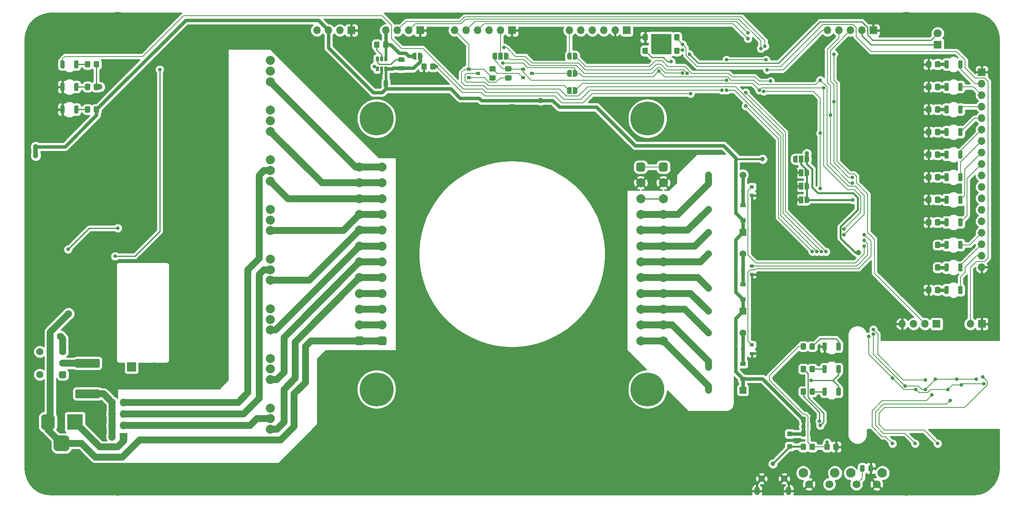
<source format=gbr>
G04 #@! TF.GenerationSoftware,KiCad,Pcbnew,(5.1.9-0-10_14)*
G04 #@! TF.CreationDate,2021-03-25T00:14:58-05:00*
G04 #@! TF.ProjectId,ClimateSprinklerController,436c696d-6174-4655-9370-72696e6b6c65,rev?*
G04 #@! TF.SameCoordinates,Original*
G04 #@! TF.FileFunction,Copper,L2,Bot*
G04 #@! TF.FilePolarity,Positive*
%FSLAX46Y46*%
G04 Gerber Fmt 4.6, Leading zero omitted, Abs format (unit mm)*
G04 Created by KiCad (PCBNEW (5.1.9-0-10_14)) date 2021-03-25 00:14:58*
%MOMM*%
%LPD*%
G01*
G04 APERTURE LIST*
G04 #@! TA.AperFunction,EtchedComponent*
%ADD10C,0.100000*%
G04 #@! TD*
G04 #@! TA.AperFunction,SMDPad,CuDef*
%ADD11R,1.100000X1.100000*%
G04 #@! TD*
G04 #@! TA.AperFunction,ComponentPad*
%ADD12C,2.000000*%
G04 #@! TD*
G04 #@! TA.AperFunction,ComponentPad*
%ADD13R,2.000000X2.000000*%
G04 #@! TD*
G04 #@! TA.AperFunction,ComponentPad*
%ADD14C,0.800000*%
G04 #@! TD*
G04 #@! TA.AperFunction,ComponentPad*
%ADD15C,6.400000*%
G04 #@! TD*
G04 #@! TA.AperFunction,ComponentPad*
%ADD16C,7.500000*%
G04 #@! TD*
G04 #@! TA.AperFunction,ComponentPad*
%ADD17C,5.600000*%
G04 #@! TD*
G04 #@! TA.AperFunction,ComponentPad*
%ADD18R,1.700000X1.700000*%
G04 #@! TD*
G04 #@! TA.AperFunction,ComponentPad*
%ADD19O,1.700000X1.700000*%
G04 #@! TD*
G04 #@! TA.AperFunction,SMDPad,CuDef*
%ADD20C,0.100000*%
G04 #@! TD*
G04 #@! TA.AperFunction,SMDPad,CuDef*
%ADD21R,0.650000X1.060000*%
G04 #@! TD*
G04 #@! TA.AperFunction,ComponentPad*
%ADD22C,1.600000*%
G04 #@! TD*
G04 #@! TA.AperFunction,ComponentPad*
%ADD23C,1.450000*%
G04 #@! TD*
G04 #@! TA.AperFunction,ComponentPad*
%ADD24O,1.200000X1.900000*%
G04 #@! TD*
G04 #@! TA.AperFunction,SMDPad,CuDef*
%ADD25R,0.900000X0.800000*%
G04 #@! TD*
G04 #@! TA.AperFunction,SMDPad,CuDef*
%ADD26R,1.000000X1.500000*%
G04 #@! TD*
G04 #@! TA.AperFunction,ComponentPad*
%ADD27C,1.501140*%
G04 #@! TD*
G04 #@! TA.AperFunction,ComponentPad*
%ADD28R,1.501140X1.501140*%
G04 #@! TD*
G04 #@! TA.AperFunction,ComponentPad*
%ADD29C,2.100000*%
G04 #@! TD*
G04 #@! TA.AperFunction,ComponentPad*
%ADD30C,1.750000*%
G04 #@! TD*
G04 #@! TA.AperFunction,ComponentPad*
%ADD31C,0.600000*%
G04 #@! TD*
G04 #@! TA.AperFunction,SMDPad,CuDef*
%ADD32R,4.900000X2.950000*%
G04 #@! TD*
G04 #@! TA.AperFunction,ComponentPad*
%ADD33R,1.800000X1.800000*%
G04 #@! TD*
G04 #@! TA.AperFunction,ComponentPad*
%ADD34C,1.800000*%
G04 #@! TD*
G04 #@! TA.AperFunction,ComponentPad*
%ADD35R,3.500000X3.500000*%
G04 #@! TD*
G04 #@! TA.AperFunction,SMDPad,CuDef*
%ADD36R,1.200000X0.900000*%
G04 #@! TD*
G04 #@! TA.AperFunction,ViaPad*
%ADD37C,0.800000*%
G04 #@! TD*
G04 #@! TA.AperFunction,ViaPad*
%ADD38C,1.000000*%
G04 #@! TD*
G04 #@! TA.AperFunction,ViaPad*
%ADD39C,1.200000*%
G04 #@! TD*
G04 #@! TA.AperFunction,Conductor*
%ADD40C,0.600000*%
G04 #@! TD*
G04 #@! TA.AperFunction,Conductor*
%ADD41C,0.800000*%
G04 #@! TD*
G04 #@! TA.AperFunction,Conductor*
%ADD42C,0.400000*%
G04 #@! TD*
G04 #@! TA.AperFunction,Conductor*
%ADD43C,0.250000*%
G04 #@! TD*
G04 #@! TA.AperFunction,Conductor*
%ADD44C,1.000000*%
G04 #@! TD*
G04 #@! TA.AperFunction,Conductor*
%ADD45C,1.500000*%
G04 #@! TD*
G04 #@! TA.AperFunction,Conductor*
%ADD46C,0.200000*%
G04 #@! TD*
G04 #@! TA.AperFunction,Conductor*
%ADD47C,0.254000*%
G04 #@! TD*
G04 #@! TA.AperFunction,Conductor*
%ADD48C,0.100000*%
G04 #@! TD*
G04 APERTURE END LIST*
D10*
G36*
X213100000Y-78300000D02*
G01*
X213600000Y-78300000D01*
X213600000Y-77700000D01*
X213100000Y-77700000D01*
X213100000Y-78300000D01*
G37*
G36*
X213100000Y-75300000D02*
G01*
X213600000Y-75300000D01*
X213600000Y-74700000D01*
X213100000Y-74700000D01*
X213100000Y-75300000D01*
G37*
G36*
X213100000Y-72300000D02*
G01*
X213600000Y-72300000D01*
X213600000Y-71700000D01*
X213100000Y-71700000D01*
X213100000Y-72300000D01*
G37*
G04 #@! TA.AperFunction,SMDPad,CuDef*
G36*
G01*
X131100000Y-48049999D02*
X131100000Y-48950001D01*
G75*
G02*
X130850001Y-49200000I-249999J0D01*
G01*
X130149999Y-49200000D01*
G75*
G02*
X129900000Y-48950001I0J249999D01*
G01*
X129900000Y-48049999D01*
G75*
G02*
X130149999Y-47800000I249999J0D01*
G01*
X130850001Y-47800000D01*
G75*
G02*
X131100000Y-48049999I0J-249999D01*
G01*
G37*
G04 #@! TD.AperFunction*
G04 #@! TA.AperFunction,SMDPad,CuDef*
G36*
G01*
X133100000Y-48049999D02*
X133100000Y-48950001D01*
G75*
G02*
X132850001Y-49200000I-249999J0D01*
G01*
X132149999Y-49200000D01*
G75*
G02*
X131900000Y-48950001I0J249999D01*
G01*
X131900000Y-48049999D01*
G75*
G02*
X132149999Y-47800000I249999J0D01*
G01*
X132850001Y-47800000D01*
G75*
G02*
X133100000Y-48049999I0J-249999D01*
G01*
G37*
G04 #@! TD.AperFunction*
D11*
X211500000Y-132650000D03*
X211500000Y-129850000D03*
D12*
X70750000Y-115000000D03*
D13*
X65750000Y-115000000D03*
D14*
X151697056Y-118302944D03*
X150000000Y-117600000D03*
X148302944Y-118302944D03*
X147600000Y-120000000D03*
X148302944Y-121697056D03*
X150000000Y-122400000D03*
X151697056Y-121697056D03*
X152400000Y-120000000D03*
D15*
X150000000Y-120000000D03*
D14*
X151697056Y-58302944D03*
X150000000Y-57600000D03*
X148302944Y-58302944D03*
X147600000Y-60000000D03*
X148302944Y-61697056D03*
X150000000Y-62400000D03*
X151697056Y-61697056D03*
X152400000Y-60000000D03*
D15*
X150000000Y-60000000D03*
D16*
X180000000Y-120000000D03*
X120000000Y-120000000D03*
X180000000Y-60000000D03*
X120000000Y-60000000D03*
D17*
X237300000Y-140800000D03*
X62700000Y-140800000D03*
G04 #@! TA.AperFunction,SMDPad,CuDef*
G36*
G01*
X215100000Y-110049999D02*
X215100000Y-110950001D01*
G75*
G02*
X214850001Y-111200000I-249999J0D01*
G01*
X214149999Y-111200000D01*
G75*
G02*
X213900000Y-110950001I0J249999D01*
G01*
X213900000Y-110049999D01*
G75*
G02*
X214149999Y-109800000I249999J0D01*
G01*
X214850001Y-109800000D01*
G75*
G02*
X215100000Y-110049999I0J-249999D01*
G01*
G37*
G04 #@! TD.AperFunction*
G04 #@! TA.AperFunction,SMDPad,CuDef*
G36*
G01*
X217100000Y-110049999D02*
X217100000Y-110950001D01*
G75*
G02*
X216850001Y-111200000I-249999J0D01*
G01*
X216149999Y-111200000D01*
G75*
G02*
X215900000Y-110950001I0J249999D01*
G01*
X215900000Y-110049999D01*
G75*
G02*
X216149999Y-109800000I249999J0D01*
G01*
X216850001Y-109800000D01*
G75*
G02*
X217100000Y-110049999I0J-249999D01*
G01*
G37*
G04 #@! TD.AperFunction*
G04 #@! TA.AperFunction,SMDPad,CuDef*
G36*
G01*
X221825000Y-111185000D02*
X221825000Y-109815000D01*
G75*
G02*
X222015000Y-109625000I190000J0D01*
G01*
X222585000Y-109625000D01*
G75*
G02*
X222775000Y-109815000I0J-190000D01*
G01*
X222775000Y-111185000D01*
G75*
G02*
X222585000Y-111375000I-190000J0D01*
G01*
X222015000Y-111375000D01*
G75*
G02*
X221825000Y-111185000I0J190000D01*
G01*
G37*
G04 #@! TD.AperFunction*
G04 #@! TA.AperFunction,SMDPad,CuDef*
G36*
G01*
X218725000Y-111185000D02*
X218725000Y-109815000D01*
G75*
G02*
X218915000Y-109625000I190000J0D01*
G01*
X219485000Y-109625000D01*
G75*
G02*
X219675000Y-109815000I0J-190000D01*
G01*
X219675000Y-111185000D01*
G75*
G02*
X219485000Y-111375000I-190000J0D01*
G01*
X218915000Y-111375000D01*
G75*
G02*
X218725000Y-111185000I0J190000D01*
G01*
G37*
G04 #@! TD.AperFunction*
D18*
X230010000Y-40470000D03*
D19*
X227470000Y-40470000D03*
X224930000Y-40470000D03*
X222390000Y-40470000D03*
X219850000Y-40470000D03*
G04 #@! TA.AperFunction,SMDPad,CuDef*
D20*
G36*
X128850000Y-46935000D02*
G01*
X128350000Y-46935000D01*
X128350000Y-46934398D01*
X128325466Y-46934398D01*
X128276635Y-46929588D01*
X128228510Y-46920016D01*
X128181555Y-46905772D01*
X128136222Y-46886995D01*
X128092949Y-46863864D01*
X128052150Y-46836604D01*
X128014221Y-46805476D01*
X127979524Y-46770779D01*
X127948396Y-46732850D01*
X127921136Y-46692051D01*
X127898005Y-46648778D01*
X127879228Y-46603445D01*
X127864984Y-46556490D01*
X127855412Y-46508365D01*
X127850602Y-46459534D01*
X127850602Y-46435000D01*
X127850000Y-46435000D01*
X127850000Y-45935000D01*
X127850602Y-45935000D01*
X127850602Y-45910466D01*
X127855412Y-45861635D01*
X127864984Y-45813510D01*
X127879228Y-45766555D01*
X127898005Y-45721222D01*
X127921136Y-45677949D01*
X127948396Y-45637150D01*
X127979524Y-45599221D01*
X128014221Y-45564524D01*
X128052150Y-45533396D01*
X128092949Y-45506136D01*
X128136222Y-45483005D01*
X128181555Y-45464228D01*
X128228510Y-45449984D01*
X128276635Y-45440412D01*
X128325466Y-45435602D01*
X128350000Y-45435602D01*
X128350000Y-45435000D01*
X128850000Y-45435000D01*
X128850000Y-46935000D01*
G37*
G04 #@! TD.AperFunction*
G04 #@! TA.AperFunction,SMDPad,CuDef*
G36*
X129650000Y-45435602D02*
G01*
X129674534Y-45435602D01*
X129723365Y-45440412D01*
X129771490Y-45449984D01*
X129818445Y-45464228D01*
X129863778Y-45483005D01*
X129907051Y-45506136D01*
X129947850Y-45533396D01*
X129985779Y-45564524D01*
X130020476Y-45599221D01*
X130051604Y-45637150D01*
X130078864Y-45677949D01*
X130101995Y-45721222D01*
X130120772Y-45766555D01*
X130135016Y-45813510D01*
X130144588Y-45861635D01*
X130149398Y-45910466D01*
X130149398Y-45935000D01*
X130150000Y-45935000D01*
X130150000Y-46435000D01*
X130149398Y-46435000D01*
X130149398Y-46459534D01*
X130144588Y-46508365D01*
X130135016Y-46556490D01*
X130120772Y-46603445D01*
X130101995Y-46648778D01*
X130078864Y-46692051D01*
X130051604Y-46732850D01*
X130020476Y-46770779D01*
X129985779Y-46805476D01*
X129947850Y-46836604D01*
X129907051Y-46863864D01*
X129863778Y-46886995D01*
X129818445Y-46905772D01*
X129771490Y-46920016D01*
X129723365Y-46929588D01*
X129674534Y-46934398D01*
X129650000Y-46934398D01*
X129650000Y-46935000D01*
X129150000Y-46935000D01*
X129150000Y-45435000D01*
X129650000Y-45435000D01*
X129650000Y-45435602D01*
G37*
G04 #@! TD.AperFunction*
D21*
X121110000Y-46820000D03*
X122060000Y-46820000D03*
X120160000Y-46820000D03*
X120160000Y-49020000D03*
X121110000Y-49020000D03*
X122060000Y-49020000D03*
G04 #@! TA.AperFunction,SMDPad,CuDef*
G36*
G01*
X121460000Y-44095001D02*
X121460000Y-43194999D01*
G75*
G02*
X121709999Y-42945000I249999J0D01*
G01*
X122410001Y-42945000D01*
G75*
G02*
X122660000Y-43194999I0J-249999D01*
G01*
X122660000Y-44095001D01*
G75*
G02*
X122410001Y-44345000I-249999J0D01*
G01*
X121709999Y-44345000D01*
G75*
G02*
X121460000Y-44095001I0J249999D01*
G01*
G37*
G04 #@! TD.AperFunction*
G04 #@! TA.AperFunction,SMDPad,CuDef*
G36*
G01*
X119460000Y-44095001D02*
X119460000Y-43194999D01*
G75*
G02*
X119709999Y-42945000I249999J0D01*
G01*
X120410001Y-42945000D01*
G75*
G02*
X120660000Y-43194999I0J-249999D01*
G01*
X120660000Y-44095001D01*
G75*
G02*
X120410001Y-44345000I-249999J0D01*
G01*
X119709999Y-44345000D01*
G75*
G02*
X119460000Y-44095001I0J249999D01*
G01*
G37*
G04 #@! TD.AperFunction*
G04 #@! TA.AperFunction,SMDPad,CuDef*
G36*
G01*
X125025000Y-48370000D02*
X125975000Y-48370000D01*
G75*
G02*
X126225000Y-48620000I0J-250000D01*
G01*
X126225000Y-49120000D01*
G75*
G02*
X125975000Y-49370000I-250000J0D01*
G01*
X125025000Y-49370000D01*
G75*
G02*
X124775000Y-49120000I0J250000D01*
G01*
X124775000Y-48620000D01*
G75*
G02*
X125025000Y-48370000I250000J0D01*
G01*
G37*
G04 #@! TD.AperFunction*
G04 #@! TA.AperFunction,SMDPad,CuDef*
G36*
G01*
X125025000Y-46470000D02*
X125975000Y-46470000D01*
G75*
G02*
X126225000Y-46720000I0J-250000D01*
G01*
X126225000Y-47220000D01*
G75*
G02*
X125975000Y-47470000I-250000J0D01*
G01*
X125025000Y-47470000D01*
G75*
G02*
X124775000Y-47220000I0J250000D01*
G01*
X124775000Y-46720000D01*
G75*
G02*
X125025000Y-46470000I250000J0D01*
G01*
G37*
G04 #@! TD.AperFunction*
G04 #@! TA.AperFunction,SMDPad,CuDef*
G36*
G01*
X120660000Y-51775000D02*
X120660000Y-52725000D01*
G75*
G02*
X120410000Y-52975000I-250000J0D01*
G01*
X119910000Y-52975000D01*
G75*
G02*
X119660000Y-52725000I0J250000D01*
G01*
X119660000Y-51775000D01*
G75*
G02*
X119910000Y-51525000I250000J0D01*
G01*
X120410000Y-51525000D01*
G75*
G02*
X120660000Y-51775000I0J-250000D01*
G01*
G37*
G04 #@! TD.AperFunction*
G04 #@! TA.AperFunction,SMDPad,CuDef*
G36*
G01*
X122560000Y-51775000D02*
X122560000Y-52725000D01*
G75*
G02*
X122310000Y-52975000I-250000J0D01*
G01*
X121810000Y-52975000D01*
G75*
G02*
X121560000Y-52725000I0J250000D01*
G01*
X121560000Y-51775000D01*
G75*
G02*
X121810000Y-51525000I250000J0D01*
G01*
X122310000Y-51525000D01*
G75*
G02*
X122560000Y-51775000I0J-250000D01*
G01*
G37*
G04 #@! TD.AperFunction*
D22*
X45420000Y-111670000D03*
X45420000Y-116750000D03*
G04 #@! TA.AperFunction,ComponentPad*
G36*
G01*
X49700000Y-117150000D02*
X49700000Y-116350000D01*
G75*
G02*
X50100000Y-115950000I400000J0D01*
G01*
X50900000Y-115950000D01*
G75*
G02*
X51300000Y-116350000I0J-400000D01*
G01*
X51300000Y-117150000D01*
G75*
G02*
X50900000Y-117550000I-400000J0D01*
G01*
X50100000Y-117550000D01*
G75*
G02*
X49700000Y-117150000I0J400000D01*
G01*
G37*
G04 #@! TD.AperFunction*
X50500000Y-114210000D03*
X50500000Y-111670000D03*
G04 #@! TA.AperFunction,SMDPad,CuDef*
G36*
G01*
X215950000Y-130225000D02*
X215950000Y-129275000D01*
G75*
G02*
X216200000Y-129025000I250000J0D01*
G01*
X216700000Y-129025000D01*
G75*
G02*
X216950000Y-129275000I0J-250000D01*
G01*
X216950000Y-130225000D01*
G75*
G02*
X216700000Y-130475000I-250000J0D01*
G01*
X216200000Y-130475000D01*
G75*
G02*
X215950000Y-130225000I0J250000D01*
G01*
G37*
G04 #@! TD.AperFunction*
G04 #@! TA.AperFunction,SMDPad,CuDef*
G36*
G01*
X214050000Y-130225000D02*
X214050000Y-129275000D01*
G75*
G02*
X214300000Y-129025000I250000J0D01*
G01*
X214800000Y-129025000D01*
G75*
G02*
X215050000Y-129275000I0J-250000D01*
G01*
X215050000Y-130225000D01*
G75*
G02*
X214800000Y-130475000I-250000J0D01*
G01*
X214300000Y-130475000D01*
G75*
G02*
X214050000Y-130225000I0J250000D01*
G01*
G37*
G04 #@! TD.AperFunction*
G04 #@! TA.AperFunction,SMDPad,CuDef*
G36*
G01*
X222350000Y-132299600D02*
X222350000Y-133200400D01*
G75*
G02*
X222100400Y-133450000I-249600J0D01*
G01*
X221399600Y-133450000D01*
G75*
G02*
X221150000Y-133200400I0J249600D01*
G01*
X221150000Y-132299600D01*
G75*
G02*
X221399600Y-132050000I249600J0D01*
G01*
X222100400Y-132050000D01*
G75*
G02*
X222350000Y-132299600I0J-249600D01*
G01*
G37*
G04 #@! TD.AperFunction*
G04 #@! TA.AperFunction,SMDPad,CuDef*
G36*
G01*
X220350000Y-132299600D02*
X220350000Y-133200400D01*
G75*
G02*
X220100400Y-133450000I-249600J0D01*
G01*
X219399600Y-133450000D01*
G75*
G02*
X219150000Y-133200400I0J249600D01*
G01*
X219150000Y-132299600D01*
G75*
G02*
X219399600Y-132050000I249600J0D01*
G01*
X220100400Y-132050000D01*
G75*
G02*
X220350000Y-132299600I0J-249600D01*
G01*
G37*
G04 #@! TD.AperFunction*
G04 #@! TA.AperFunction,SMDPad,CuDef*
G36*
G01*
X217100000Y-132299999D02*
X217100000Y-133200001D01*
G75*
G02*
X216850001Y-133450000I-249999J0D01*
G01*
X216149999Y-133450000D01*
G75*
G02*
X215900000Y-133200001I0J249999D01*
G01*
X215900000Y-132299999D01*
G75*
G02*
X216149999Y-132050000I249999J0D01*
G01*
X216850001Y-132050000D01*
G75*
G02*
X217100000Y-132299999I0J-249999D01*
G01*
G37*
G04 #@! TD.AperFunction*
G04 #@! TA.AperFunction,SMDPad,CuDef*
G36*
G01*
X215100000Y-132299999D02*
X215100000Y-133200001D01*
G75*
G02*
X214850001Y-133450000I-249999J0D01*
G01*
X214149999Y-133450000D01*
G75*
G02*
X213900000Y-133200001I0J249999D01*
G01*
X213900000Y-132299999D01*
G75*
G02*
X214149999Y-132050000I249999J0D01*
G01*
X214850001Y-132050000D01*
G75*
G02*
X215100000Y-132299999I0J-249999D01*
G01*
G37*
G04 #@! TD.AperFunction*
G04 #@! TA.AperFunction,SMDPad,CuDef*
G36*
G01*
X215100000Y-115049999D02*
X215100000Y-115950001D01*
G75*
G02*
X214850001Y-116200000I-249999J0D01*
G01*
X214149999Y-116200000D01*
G75*
G02*
X213900000Y-115950001I0J249999D01*
G01*
X213900000Y-115049999D01*
G75*
G02*
X214149999Y-114800000I249999J0D01*
G01*
X214850001Y-114800000D01*
G75*
G02*
X215100000Y-115049999I0J-249999D01*
G01*
G37*
G04 #@! TD.AperFunction*
G04 #@! TA.AperFunction,SMDPad,CuDef*
G36*
G01*
X217100000Y-115049999D02*
X217100000Y-115950001D01*
G75*
G02*
X216850001Y-116200000I-249999J0D01*
G01*
X216149999Y-116200000D01*
G75*
G02*
X215900000Y-115950001I0J249999D01*
G01*
X215900000Y-115049999D01*
G75*
G02*
X216149999Y-114800000I249999J0D01*
G01*
X216850001Y-114800000D01*
G75*
G02*
X217100000Y-115049999I0J-249999D01*
G01*
G37*
G04 #@! TD.AperFunction*
G04 #@! TA.AperFunction,SMDPad,CuDef*
G36*
G01*
X215100000Y-120049999D02*
X215100000Y-120950001D01*
G75*
G02*
X214850001Y-121200000I-249999J0D01*
G01*
X214149999Y-121200000D01*
G75*
G02*
X213900000Y-120950001I0J249999D01*
G01*
X213900000Y-120049999D01*
G75*
G02*
X214149999Y-119800000I249999J0D01*
G01*
X214850001Y-119800000D01*
G75*
G02*
X215100000Y-120049999I0J-249999D01*
G01*
G37*
G04 #@! TD.AperFunction*
G04 #@! TA.AperFunction,SMDPad,CuDef*
G36*
G01*
X217100000Y-120049999D02*
X217100000Y-120950001D01*
G75*
G02*
X216850001Y-121200000I-249999J0D01*
G01*
X216149999Y-121200000D01*
G75*
G02*
X215900000Y-120950001I0J249999D01*
G01*
X215900000Y-120049999D01*
G75*
G02*
X216149999Y-119800000I249999J0D01*
G01*
X216850001Y-119800000D01*
G75*
G02*
X217100000Y-120049999I0J-249999D01*
G01*
G37*
G04 #@! TD.AperFunction*
D23*
X205250000Y-139787500D03*
X210250000Y-139787500D03*
D24*
X204250000Y-142487500D03*
X211250000Y-142487500D03*
G04 #@! TA.AperFunction,SMDPad,CuDef*
G36*
G01*
X221825000Y-116185000D02*
X221825000Y-114815000D01*
G75*
G02*
X222015000Y-114625000I190000J0D01*
G01*
X222585000Y-114625000D01*
G75*
G02*
X222775000Y-114815000I0J-190000D01*
G01*
X222775000Y-116185000D01*
G75*
G02*
X222585000Y-116375000I-190000J0D01*
G01*
X222015000Y-116375000D01*
G75*
G02*
X221825000Y-116185000I0J190000D01*
G01*
G37*
G04 #@! TD.AperFunction*
G04 #@! TA.AperFunction,SMDPad,CuDef*
G36*
G01*
X218725000Y-116185000D02*
X218725000Y-114815000D01*
G75*
G02*
X218915000Y-114625000I190000J0D01*
G01*
X219485000Y-114625000D01*
G75*
G02*
X219675000Y-114815000I0J-190000D01*
G01*
X219675000Y-116185000D01*
G75*
G02*
X219485000Y-116375000I-190000J0D01*
G01*
X218915000Y-116375000D01*
G75*
G02*
X218725000Y-116185000I0J190000D01*
G01*
G37*
G04 #@! TD.AperFunction*
G04 #@! TA.AperFunction,SMDPad,CuDef*
G36*
G01*
X221825000Y-121185000D02*
X221825000Y-119815000D01*
G75*
G02*
X222015000Y-119625000I190000J0D01*
G01*
X222585000Y-119625000D01*
G75*
G02*
X222775000Y-119815000I0J-190000D01*
G01*
X222775000Y-121185000D01*
G75*
G02*
X222585000Y-121375000I-190000J0D01*
G01*
X222015000Y-121375000D01*
G75*
G02*
X221825000Y-121185000I0J190000D01*
G01*
G37*
G04 #@! TD.AperFunction*
G04 #@! TA.AperFunction,SMDPad,CuDef*
G36*
G01*
X218725000Y-121185000D02*
X218725000Y-119815000D01*
G75*
G02*
X218915000Y-119625000I190000J0D01*
G01*
X219485000Y-119625000D01*
G75*
G02*
X219675000Y-119815000I0J-190000D01*
G01*
X219675000Y-121185000D01*
G75*
G02*
X219485000Y-121375000I-190000J0D01*
G01*
X218915000Y-121375000D01*
G75*
G02*
X218725000Y-121185000I0J190000D01*
G01*
G37*
G04 #@! TD.AperFunction*
G04 #@! TA.AperFunction,SMDPad,CuDef*
G36*
G01*
X215950000Y-127225000D02*
X215950000Y-126275000D01*
G75*
G02*
X216200000Y-126025000I250000J0D01*
G01*
X216700000Y-126025000D01*
G75*
G02*
X216950000Y-126275000I0J-250000D01*
G01*
X216950000Y-127225000D01*
G75*
G02*
X216700000Y-127475000I-250000J0D01*
G01*
X216200000Y-127475000D01*
G75*
G02*
X215950000Y-127225000I0J250000D01*
G01*
G37*
G04 #@! TD.AperFunction*
G04 #@! TA.AperFunction,SMDPad,CuDef*
G36*
G01*
X214050000Y-127225000D02*
X214050000Y-126275000D01*
G75*
G02*
X214300000Y-126025000I250000J0D01*
G01*
X214800000Y-126025000D01*
G75*
G02*
X215050000Y-126275000I0J-250000D01*
G01*
X215050000Y-127225000D01*
G75*
G02*
X214800000Y-127475000I-250000J0D01*
G01*
X214300000Y-127475000D01*
G75*
G02*
X214050000Y-127225000I0J250000D01*
G01*
G37*
G04 #@! TD.AperFunction*
G04 #@! TA.AperFunction,SMDPad,CuDef*
G36*
G01*
X149630001Y-51600000D02*
X148729999Y-51600000D01*
G75*
G02*
X148480000Y-51350001I0J249999D01*
G01*
X148480000Y-50649999D01*
G75*
G02*
X148729999Y-50400000I249999J0D01*
G01*
X149630001Y-50400000D01*
G75*
G02*
X149880000Y-50649999I0J-249999D01*
G01*
X149880000Y-51350001D01*
G75*
G02*
X149630001Y-51600000I-249999J0D01*
G01*
G37*
G04 #@! TD.AperFunction*
G04 #@! TA.AperFunction,SMDPad,CuDef*
G36*
G01*
X149630001Y-49600000D02*
X148729999Y-49600000D01*
G75*
G02*
X148480000Y-49350001I0J249999D01*
G01*
X148480000Y-48649999D01*
G75*
G02*
X148729999Y-48400000I249999J0D01*
G01*
X149630001Y-48400000D01*
G75*
G02*
X149880000Y-48649999I0J-249999D01*
G01*
X149880000Y-49350001D01*
G75*
G02*
X149630001Y-49600000I-249999J0D01*
G01*
G37*
G04 #@! TD.AperFunction*
G04 #@! TA.AperFunction,SMDPad,CuDef*
G36*
G01*
X145229999Y-48400000D02*
X146130001Y-48400000D01*
G75*
G02*
X146380000Y-48649999I0J-249999D01*
G01*
X146380000Y-49350001D01*
G75*
G02*
X146130001Y-49600000I-249999J0D01*
G01*
X145229999Y-49600000D01*
G75*
G02*
X144980000Y-49350001I0J249999D01*
G01*
X144980000Y-48649999D01*
G75*
G02*
X145229999Y-48400000I249999J0D01*
G01*
G37*
G04 #@! TD.AperFunction*
G04 #@! TA.AperFunction,SMDPad,CuDef*
G36*
G01*
X145229999Y-50400000D02*
X146130001Y-50400000D01*
G75*
G02*
X146380000Y-50649999I0J-249999D01*
G01*
X146380000Y-51350001D01*
G75*
G02*
X146130001Y-51600000I-249999J0D01*
G01*
X145229999Y-51600000D01*
G75*
G02*
X144980000Y-51350001I0J249999D01*
G01*
X144980000Y-50649999D01*
G75*
G02*
X145229999Y-50400000I249999J0D01*
G01*
G37*
G04 #@! TD.AperFunction*
D25*
X140430000Y-50950000D03*
X140430000Y-49050000D03*
X142430000Y-50000000D03*
X152430000Y-50950000D03*
X152430000Y-49050000D03*
X154430000Y-50000000D03*
G04 #@! TA.AperFunction,SMDPad,CuDef*
D20*
G36*
X163185000Y-54555000D02*
G01*
X162685000Y-54555000D01*
X162685000Y-54554398D01*
X162660466Y-54554398D01*
X162611635Y-54549588D01*
X162563510Y-54540016D01*
X162516555Y-54525772D01*
X162471222Y-54506995D01*
X162427949Y-54483864D01*
X162387150Y-54456604D01*
X162349221Y-54425476D01*
X162314524Y-54390779D01*
X162283396Y-54352850D01*
X162256136Y-54312051D01*
X162233005Y-54268778D01*
X162214228Y-54223445D01*
X162199984Y-54176490D01*
X162190412Y-54128365D01*
X162185602Y-54079534D01*
X162185602Y-54055000D01*
X162185000Y-54055000D01*
X162185000Y-53555000D01*
X162185602Y-53555000D01*
X162185602Y-53530466D01*
X162190412Y-53481635D01*
X162199984Y-53433510D01*
X162214228Y-53386555D01*
X162233005Y-53341222D01*
X162256136Y-53297949D01*
X162283396Y-53257150D01*
X162314524Y-53219221D01*
X162349221Y-53184524D01*
X162387150Y-53153396D01*
X162427949Y-53126136D01*
X162471222Y-53103005D01*
X162516555Y-53084228D01*
X162563510Y-53069984D01*
X162611635Y-53060412D01*
X162660466Y-53055602D01*
X162685000Y-53055602D01*
X162685000Y-53055000D01*
X163185000Y-53055000D01*
X163185000Y-54555000D01*
G37*
G04 #@! TD.AperFunction*
G04 #@! TA.AperFunction,SMDPad,CuDef*
G36*
X163985000Y-53055602D02*
G01*
X164009534Y-53055602D01*
X164058365Y-53060412D01*
X164106490Y-53069984D01*
X164153445Y-53084228D01*
X164198778Y-53103005D01*
X164242051Y-53126136D01*
X164282850Y-53153396D01*
X164320779Y-53184524D01*
X164355476Y-53219221D01*
X164386604Y-53257150D01*
X164413864Y-53297949D01*
X164436995Y-53341222D01*
X164455772Y-53386555D01*
X164470016Y-53433510D01*
X164479588Y-53481635D01*
X164484398Y-53530466D01*
X164484398Y-53555000D01*
X164485000Y-53555000D01*
X164485000Y-54055000D01*
X164484398Y-54055000D01*
X164484398Y-54079534D01*
X164479588Y-54128365D01*
X164470016Y-54176490D01*
X164455772Y-54223445D01*
X164436995Y-54268778D01*
X164413864Y-54312051D01*
X164386604Y-54352850D01*
X164355476Y-54390779D01*
X164320779Y-54425476D01*
X164282850Y-54456604D01*
X164242051Y-54483864D01*
X164198778Y-54506995D01*
X164153445Y-54525772D01*
X164106490Y-54540016D01*
X164058365Y-54549588D01*
X164009534Y-54554398D01*
X163985000Y-54554398D01*
X163985000Y-54555000D01*
X163485000Y-54555000D01*
X163485000Y-53055000D01*
X163985000Y-53055000D01*
X163985000Y-53055602D01*
G37*
G04 #@! TD.AperFunction*
G04 #@! TA.AperFunction,SMDPad,CuDef*
G36*
X146710000Y-46935000D02*
G01*
X146160000Y-46935000D01*
X146160000Y-46934398D01*
X146135466Y-46934398D01*
X146086635Y-46929588D01*
X146038510Y-46920016D01*
X145991555Y-46905772D01*
X145946222Y-46886995D01*
X145902949Y-46863864D01*
X145862150Y-46836604D01*
X145824221Y-46805476D01*
X145789524Y-46770779D01*
X145758396Y-46732850D01*
X145731136Y-46692051D01*
X145708005Y-46648778D01*
X145689228Y-46603445D01*
X145674984Y-46556490D01*
X145665412Y-46508365D01*
X145660602Y-46459534D01*
X145660602Y-46435000D01*
X145660000Y-46435000D01*
X145660000Y-45935000D01*
X145660602Y-45935000D01*
X145660602Y-45910466D01*
X145665412Y-45861635D01*
X145674984Y-45813510D01*
X145689228Y-45766555D01*
X145708005Y-45721222D01*
X145731136Y-45677949D01*
X145758396Y-45637150D01*
X145789524Y-45599221D01*
X145824221Y-45564524D01*
X145862150Y-45533396D01*
X145902949Y-45506136D01*
X145946222Y-45483005D01*
X145991555Y-45464228D01*
X146038510Y-45449984D01*
X146086635Y-45440412D01*
X146135466Y-45435602D01*
X146160000Y-45435602D01*
X146160000Y-45435000D01*
X146710000Y-45435000D01*
X146710000Y-46935000D01*
G37*
G04 #@! TD.AperFunction*
G04 #@! TA.AperFunction,SMDPad,CuDef*
G36*
X148760000Y-45435602D02*
G01*
X148784534Y-45435602D01*
X148833365Y-45440412D01*
X148881490Y-45449984D01*
X148928445Y-45464228D01*
X148973778Y-45483005D01*
X149017051Y-45506136D01*
X149057850Y-45533396D01*
X149095779Y-45564524D01*
X149130476Y-45599221D01*
X149161604Y-45637150D01*
X149188864Y-45677949D01*
X149211995Y-45721222D01*
X149230772Y-45766555D01*
X149245016Y-45813510D01*
X149254588Y-45861635D01*
X149259398Y-45910466D01*
X149259398Y-45935000D01*
X149260000Y-45935000D01*
X149260000Y-46435000D01*
X149259398Y-46435000D01*
X149259398Y-46459534D01*
X149254588Y-46508365D01*
X149245016Y-46556490D01*
X149230772Y-46603445D01*
X149211995Y-46648778D01*
X149188864Y-46692051D01*
X149161604Y-46732850D01*
X149130476Y-46770779D01*
X149095779Y-46805476D01*
X149057850Y-46836604D01*
X149017051Y-46863864D01*
X148973778Y-46886995D01*
X148928445Y-46905772D01*
X148881490Y-46920016D01*
X148833365Y-46929588D01*
X148784534Y-46934398D01*
X148760000Y-46934398D01*
X148760000Y-46935000D01*
X148210000Y-46935000D01*
X148210000Y-45435000D01*
X148760000Y-45435000D01*
X148760000Y-45435602D01*
G37*
G04 #@! TD.AperFunction*
D26*
X147460000Y-46185000D03*
D17*
X237300000Y-39200000D03*
X62700000Y-39200000D03*
D27*
X193500000Y-107500000D03*
X201120000Y-107500000D03*
X193500000Y-115120000D03*
X193500000Y-120200000D03*
D28*
X201120000Y-120200000D03*
D27*
X193500000Y-90000000D03*
X201120000Y-90000000D03*
X193500000Y-97620000D03*
X193500000Y-102700000D03*
D28*
X201120000Y-102700000D03*
D27*
X193500000Y-72500000D03*
X201120000Y-72500000D03*
X193500000Y-80120000D03*
X193500000Y-85200000D03*
D28*
X201120000Y-85200000D03*
D19*
X122060000Y-40470000D03*
X124600000Y-40470000D03*
X127140000Y-40470000D03*
D18*
X129680000Y-40470000D03*
D14*
X196000000Y-42745000D03*
X196000000Y-43745000D03*
X196000000Y-44745000D03*
X196000000Y-45745000D03*
X196000000Y-46745000D03*
X195000000Y-42745000D03*
X195000000Y-43745000D03*
X195000000Y-44745000D03*
X195000000Y-45745000D03*
X195000000Y-46745000D03*
X194000000Y-42745000D03*
X194000000Y-43745000D03*
X194000000Y-44745000D03*
X194000000Y-45745000D03*
X194000000Y-46745000D03*
X193000000Y-42745000D03*
X193000000Y-43745000D03*
X193000000Y-44745000D03*
X193000000Y-45745000D03*
X193000000Y-46745000D03*
X192000000Y-42745000D03*
X192000000Y-43745000D03*
X192000000Y-44745000D03*
X192000000Y-45745000D03*
X192000000Y-46745000D03*
G04 #@! TA.AperFunction,SMDPad,CuDef*
G36*
G01*
X242850000Y-82549999D02*
X242850000Y-83450001D01*
G75*
G02*
X242600001Y-83700000I-249999J0D01*
G01*
X241899999Y-83700000D01*
G75*
G02*
X241650000Y-83450001I0J249999D01*
G01*
X241650000Y-82549999D01*
G75*
G02*
X241899999Y-82300000I249999J0D01*
G01*
X242600001Y-82300000D01*
G75*
G02*
X242850000Y-82549999I0J-249999D01*
G01*
G37*
G04 #@! TD.AperFunction*
G04 #@! TA.AperFunction,SMDPad,CuDef*
G36*
G01*
X244850000Y-82549999D02*
X244850000Y-83450001D01*
G75*
G02*
X244600001Y-83700000I-249999J0D01*
G01*
X243899999Y-83700000D01*
G75*
G02*
X243650000Y-83450001I0J249999D01*
G01*
X243650000Y-82549999D01*
G75*
G02*
X243899999Y-82300000I249999J0D01*
G01*
X244600001Y-82300000D01*
G75*
G02*
X244850000Y-82549999I0J-249999D01*
G01*
G37*
G04 #@! TD.AperFunction*
G04 #@! TA.AperFunction,SMDPad,CuDef*
G36*
G01*
X242850000Y-77549999D02*
X242850000Y-78450001D01*
G75*
G02*
X242600001Y-78700000I-249999J0D01*
G01*
X241899999Y-78700000D01*
G75*
G02*
X241650000Y-78450001I0J249999D01*
G01*
X241650000Y-77549999D01*
G75*
G02*
X241899999Y-77300000I249999J0D01*
G01*
X242600001Y-77300000D01*
G75*
G02*
X242850000Y-77549999I0J-249999D01*
G01*
G37*
G04 #@! TD.AperFunction*
G04 #@! TA.AperFunction,SMDPad,CuDef*
G36*
G01*
X244850000Y-77549999D02*
X244850000Y-78450001D01*
G75*
G02*
X244600001Y-78700000I-249999J0D01*
G01*
X243899999Y-78700000D01*
G75*
G02*
X243650000Y-78450001I0J249999D01*
G01*
X243650000Y-77549999D01*
G75*
G02*
X243899999Y-77300000I249999J0D01*
G01*
X244600001Y-77300000D01*
G75*
G02*
X244850000Y-77549999I0J-249999D01*
G01*
G37*
G04 #@! TD.AperFunction*
G04 #@! TA.AperFunction,SMDPad,CuDef*
G36*
G01*
X242850000Y-72549999D02*
X242850000Y-73450001D01*
G75*
G02*
X242600001Y-73700000I-249999J0D01*
G01*
X241899999Y-73700000D01*
G75*
G02*
X241650000Y-73450001I0J249999D01*
G01*
X241650000Y-72549999D01*
G75*
G02*
X241899999Y-72300000I249999J0D01*
G01*
X242600001Y-72300000D01*
G75*
G02*
X242850000Y-72549999I0J-249999D01*
G01*
G37*
G04 #@! TD.AperFunction*
G04 #@! TA.AperFunction,SMDPad,CuDef*
G36*
G01*
X244850000Y-72549999D02*
X244850000Y-73450001D01*
G75*
G02*
X244600001Y-73700000I-249999J0D01*
G01*
X243899999Y-73700000D01*
G75*
G02*
X243650000Y-73450001I0J249999D01*
G01*
X243650000Y-72549999D01*
G75*
G02*
X243899999Y-72300000I249999J0D01*
G01*
X244600001Y-72300000D01*
G75*
G02*
X244850000Y-72549999I0J-249999D01*
G01*
G37*
G04 #@! TD.AperFunction*
G04 #@! TA.AperFunction,SMDPad,CuDef*
G36*
G01*
X242850000Y-67549999D02*
X242850000Y-68450001D01*
G75*
G02*
X242600001Y-68700000I-249999J0D01*
G01*
X241899999Y-68700000D01*
G75*
G02*
X241650000Y-68450001I0J249999D01*
G01*
X241650000Y-67549999D01*
G75*
G02*
X241899999Y-67300000I249999J0D01*
G01*
X242600001Y-67300000D01*
G75*
G02*
X242850000Y-67549999I0J-249999D01*
G01*
G37*
G04 #@! TD.AperFunction*
G04 #@! TA.AperFunction,SMDPad,CuDef*
G36*
G01*
X244850000Y-67549999D02*
X244850000Y-68450001D01*
G75*
G02*
X244600001Y-68700000I-249999J0D01*
G01*
X243899999Y-68700000D01*
G75*
G02*
X243650000Y-68450001I0J249999D01*
G01*
X243650000Y-67549999D01*
G75*
G02*
X243899999Y-67300000I249999J0D01*
G01*
X244600001Y-67300000D01*
G75*
G02*
X244850000Y-67549999I0J-249999D01*
G01*
G37*
G04 #@! TD.AperFunction*
G04 #@! TA.AperFunction,SMDPad,CuDef*
G36*
G01*
X242850000Y-62549999D02*
X242850000Y-63450001D01*
G75*
G02*
X242600001Y-63700000I-249999J0D01*
G01*
X241899999Y-63700000D01*
G75*
G02*
X241650000Y-63450001I0J249999D01*
G01*
X241650000Y-62549999D01*
G75*
G02*
X241899999Y-62300000I249999J0D01*
G01*
X242600001Y-62300000D01*
G75*
G02*
X242850000Y-62549999I0J-249999D01*
G01*
G37*
G04 #@! TD.AperFunction*
G04 #@! TA.AperFunction,SMDPad,CuDef*
G36*
G01*
X244850000Y-62549999D02*
X244850000Y-63450001D01*
G75*
G02*
X244600001Y-63700000I-249999J0D01*
G01*
X243899999Y-63700000D01*
G75*
G02*
X243650000Y-63450001I0J249999D01*
G01*
X243650000Y-62549999D01*
G75*
G02*
X243899999Y-62300000I249999J0D01*
G01*
X244600001Y-62300000D01*
G75*
G02*
X244850000Y-62549999I0J-249999D01*
G01*
G37*
G04 #@! TD.AperFunction*
G04 #@! TA.AperFunction,SMDPad,CuDef*
G36*
G01*
X242850000Y-57549999D02*
X242850000Y-58450001D01*
G75*
G02*
X242600001Y-58700000I-249999J0D01*
G01*
X241899999Y-58700000D01*
G75*
G02*
X241650000Y-58450001I0J249999D01*
G01*
X241650000Y-57549999D01*
G75*
G02*
X241899999Y-57300000I249999J0D01*
G01*
X242600001Y-57300000D01*
G75*
G02*
X242850000Y-57549999I0J-249999D01*
G01*
G37*
G04 #@! TD.AperFunction*
G04 #@! TA.AperFunction,SMDPad,CuDef*
G36*
G01*
X244850000Y-57549999D02*
X244850000Y-58450001D01*
G75*
G02*
X244600001Y-58700000I-249999J0D01*
G01*
X243899999Y-58700000D01*
G75*
G02*
X243650000Y-58450001I0J249999D01*
G01*
X243650000Y-57549999D01*
G75*
G02*
X243899999Y-57300000I249999J0D01*
G01*
X244600001Y-57300000D01*
G75*
G02*
X244850000Y-57549999I0J-249999D01*
G01*
G37*
G04 #@! TD.AperFunction*
G04 #@! TA.AperFunction,SMDPad,CuDef*
G36*
G01*
X242850000Y-52549999D02*
X242850000Y-53450001D01*
G75*
G02*
X242600001Y-53700000I-249999J0D01*
G01*
X241899999Y-53700000D01*
G75*
G02*
X241650000Y-53450001I0J249999D01*
G01*
X241650000Y-52549999D01*
G75*
G02*
X241899999Y-52300000I249999J0D01*
G01*
X242600001Y-52300000D01*
G75*
G02*
X242850000Y-52549999I0J-249999D01*
G01*
G37*
G04 #@! TD.AperFunction*
G04 #@! TA.AperFunction,SMDPad,CuDef*
G36*
G01*
X244850000Y-52549999D02*
X244850000Y-53450001D01*
G75*
G02*
X244600001Y-53700000I-249999J0D01*
G01*
X243899999Y-53700000D01*
G75*
G02*
X243650000Y-53450001I0J249999D01*
G01*
X243650000Y-52549999D01*
G75*
G02*
X243899999Y-52300000I249999J0D01*
G01*
X244600001Y-52300000D01*
G75*
G02*
X244850000Y-52549999I0J-249999D01*
G01*
G37*
G04 #@! TD.AperFunction*
G04 #@! TA.AperFunction,SMDPad,CuDef*
G36*
G01*
X242850000Y-47549999D02*
X242850000Y-48450001D01*
G75*
G02*
X242600001Y-48700000I-249999J0D01*
G01*
X241899999Y-48700000D01*
G75*
G02*
X241650000Y-48450001I0J249999D01*
G01*
X241650000Y-47549999D01*
G75*
G02*
X241899999Y-47300000I249999J0D01*
G01*
X242600001Y-47300000D01*
G75*
G02*
X242850000Y-47549999I0J-249999D01*
G01*
G37*
G04 #@! TD.AperFunction*
G04 #@! TA.AperFunction,SMDPad,CuDef*
G36*
G01*
X244850000Y-47549999D02*
X244850000Y-48450001D01*
G75*
G02*
X244600001Y-48700000I-249999J0D01*
G01*
X243899999Y-48700000D01*
G75*
G02*
X243650000Y-48450001I0J249999D01*
G01*
X243650000Y-47549999D01*
G75*
G02*
X243899999Y-47300000I249999J0D01*
G01*
X244600001Y-47300000D01*
G75*
G02*
X244850000Y-47549999I0J-249999D01*
G01*
G37*
G04 #@! TD.AperFunction*
G04 #@! TA.AperFunction,SMDPad,CuDef*
G36*
G01*
X241650000Y-88450001D02*
X241650000Y-87549999D01*
G75*
G02*
X241899999Y-87300000I249999J0D01*
G01*
X242600001Y-87300000D01*
G75*
G02*
X242850000Y-87549999I0J-249999D01*
G01*
X242850000Y-88450001D01*
G75*
G02*
X242600001Y-88700000I-249999J0D01*
G01*
X241899999Y-88700000D01*
G75*
G02*
X241650000Y-88450001I0J249999D01*
G01*
G37*
G04 #@! TD.AperFunction*
G04 #@! TA.AperFunction,SMDPad,CuDef*
G36*
G01*
X243650000Y-88450001D02*
X243650000Y-87549999D01*
G75*
G02*
X243899999Y-87300000I249999J0D01*
G01*
X244600001Y-87300000D01*
G75*
G02*
X244850000Y-87549999I0J-249999D01*
G01*
X244850000Y-88450001D01*
G75*
G02*
X244600001Y-88700000I-249999J0D01*
G01*
X243899999Y-88700000D01*
G75*
G02*
X243650000Y-88450001I0J249999D01*
G01*
G37*
G04 #@! TD.AperFunction*
G04 #@! TA.AperFunction,SMDPad,CuDef*
G36*
G01*
X243650000Y-93450001D02*
X243650000Y-92549999D01*
G75*
G02*
X243899999Y-92300000I249999J0D01*
G01*
X244600001Y-92300000D01*
G75*
G02*
X244850000Y-92549999I0J-249999D01*
G01*
X244850000Y-93450001D01*
G75*
G02*
X244600001Y-93700000I-249999J0D01*
G01*
X243899999Y-93700000D01*
G75*
G02*
X243650000Y-93450001I0J249999D01*
G01*
G37*
G04 #@! TD.AperFunction*
G04 #@! TA.AperFunction,SMDPad,CuDef*
G36*
G01*
X241650000Y-93450001D02*
X241650000Y-92549999D01*
G75*
G02*
X241899999Y-92300000I249999J0D01*
G01*
X242600001Y-92300000D01*
G75*
G02*
X242850000Y-92549999I0J-249999D01*
G01*
X242850000Y-93450001D01*
G75*
G02*
X242600001Y-93700000I-249999J0D01*
G01*
X241899999Y-93700000D01*
G75*
G02*
X241650000Y-93450001I0J249999D01*
G01*
G37*
G04 #@! TD.AperFunction*
G04 #@! TA.AperFunction,SMDPad,CuDef*
G36*
G01*
X243650000Y-98450001D02*
X243650000Y-97549999D01*
G75*
G02*
X243899999Y-97300000I249999J0D01*
G01*
X244600001Y-97300000D01*
G75*
G02*
X244850000Y-97549999I0J-249999D01*
G01*
X244850000Y-98450001D01*
G75*
G02*
X244600001Y-98700000I-249999J0D01*
G01*
X243899999Y-98700000D01*
G75*
G02*
X243650000Y-98450001I0J249999D01*
G01*
G37*
G04 #@! TD.AperFunction*
G04 #@! TA.AperFunction,SMDPad,CuDef*
G36*
G01*
X241650000Y-98450001D02*
X241650000Y-97549999D01*
G75*
G02*
X241899999Y-97300000I249999J0D01*
G01*
X242600001Y-97300000D01*
G75*
G02*
X242850000Y-97549999I0J-249999D01*
G01*
X242850000Y-98450001D01*
G75*
G02*
X242600001Y-98700000I-249999J0D01*
G01*
X241899999Y-98700000D01*
G75*
G02*
X241650000Y-98450001I0J249999D01*
G01*
G37*
G04 #@! TD.AperFunction*
G04 #@! TA.AperFunction,SMDPad,CuDef*
G36*
G01*
X183900000Y-45450001D02*
X183900000Y-44549999D01*
G75*
G02*
X184149999Y-44300000I249999J0D01*
G01*
X184850001Y-44300000D01*
G75*
G02*
X185100000Y-44549999I0J-249999D01*
G01*
X185100000Y-45450001D01*
G75*
G02*
X184850001Y-45700000I-249999J0D01*
G01*
X184149999Y-45700000D01*
G75*
G02*
X183900000Y-45450001I0J249999D01*
G01*
G37*
G04 #@! TD.AperFunction*
G04 #@! TA.AperFunction,SMDPad,CuDef*
G36*
G01*
X185900000Y-45450001D02*
X185900000Y-44549999D01*
G75*
G02*
X186149999Y-44300000I249999J0D01*
G01*
X186850001Y-44300000D01*
G75*
G02*
X187100000Y-44549999I0J-249999D01*
G01*
X187100000Y-45450001D01*
G75*
G02*
X186850001Y-45700000I-249999J0D01*
G01*
X186149999Y-45700000D01*
G75*
G02*
X185900000Y-45450001I0J249999D01*
G01*
G37*
G04 #@! TD.AperFunction*
G04 #@! TA.AperFunction,SMDPad,CuDef*
G36*
G01*
X187100000Y-41549999D02*
X187100000Y-42450001D01*
G75*
G02*
X186850001Y-42700000I-249999J0D01*
G01*
X186149999Y-42700000D01*
G75*
G02*
X185900000Y-42450001I0J249999D01*
G01*
X185900000Y-41549999D01*
G75*
G02*
X186149999Y-41300000I249999J0D01*
G01*
X186850001Y-41300000D01*
G75*
G02*
X187100000Y-41549999I0J-249999D01*
G01*
G37*
G04 #@! TD.AperFunction*
G04 #@! TA.AperFunction,SMDPad,CuDef*
G36*
G01*
X185100000Y-41549999D02*
X185100000Y-42450001D01*
G75*
G02*
X184850001Y-42700000I-249999J0D01*
G01*
X184149999Y-42700000D01*
G75*
G02*
X183900000Y-42450001I0J249999D01*
G01*
X183900000Y-41549999D01*
G75*
G02*
X184149999Y-41300000I249999J0D01*
G01*
X184850001Y-41300000D01*
G75*
G02*
X185100000Y-41549999I0J-249999D01*
G01*
G37*
G04 #@! TD.AperFunction*
G04 #@! TA.AperFunction,SMDPad,CuDef*
G36*
G01*
X55400000Y-58450001D02*
X55400000Y-57549999D01*
G75*
G02*
X55649999Y-57300000I249999J0D01*
G01*
X56350001Y-57300000D01*
G75*
G02*
X56600000Y-57549999I0J-249999D01*
G01*
X56600000Y-58450001D01*
G75*
G02*
X56350001Y-58700000I-249999J0D01*
G01*
X55649999Y-58700000D01*
G75*
G02*
X55400000Y-58450001I0J249999D01*
G01*
G37*
G04 #@! TD.AperFunction*
G04 #@! TA.AperFunction,SMDPad,CuDef*
G36*
G01*
X57400000Y-58450001D02*
X57400000Y-57549999D01*
G75*
G02*
X57649999Y-57300000I249999J0D01*
G01*
X58350001Y-57300000D01*
G75*
G02*
X58600000Y-57549999I0J-249999D01*
G01*
X58600000Y-58450001D01*
G75*
G02*
X58350001Y-58700000I-249999J0D01*
G01*
X57649999Y-58700000D01*
G75*
G02*
X57400000Y-58450001I0J249999D01*
G01*
G37*
G04 #@! TD.AperFunction*
G04 #@! TA.AperFunction,SMDPad,CuDef*
G36*
G01*
X58600000Y-47549999D02*
X58600000Y-48450001D01*
G75*
G02*
X58350001Y-48700000I-249999J0D01*
G01*
X57649999Y-48700000D01*
G75*
G02*
X57400000Y-48450001I0J249999D01*
G01*
X57400000Y-47549999D01*
G75*
G02*
X57649999Y-47300000I249999J0D01*
G01*
X58350001Y-47300000D01*
G75*
G02*
X58600000Y-47549999I0J-249999D01*
G01*
G37*
G04 #@! TD.AperFunction*
G04 #@! TA.AperFunction,SMDPad,CuDef*
G36*
G01*
X56600000Y-47549999D02*
X56600000Y-48450001D01*
G75*
G02*
X56350001Y-48700000I-249999J0D01*
G01*
X55649999Y-48700000D01*
G75*
G02*
X55400000Y-48450001I0J249999D01*
G01*
X55400000Y-47549999D01*
G75*
G02*
X55649999Y-47300000I249999J0D01*
G01*
X56350001Y-47300000D01*
G75*
G02*
X56600000Y-47549999I0J-249999D01*
G01*
G37*
G04 #@! TD.AperFunction*
G04 #@! TA.AperFunction,SMDPad,CuDef*
G36*
G01*
X178900000Y-42450001D02*
X178900000Y-41549999D01*
G75*
G02*
X179149999Y-41300000I249999J0D01*
G01*
X179850001Y-41300000D01*
G75*
G02*
X180100000Y-41549999I0J-249999D01*
G01*
X180100000Y-42450001D01*
G75*
G02*
X179850001Y-42700000I-249999J0D01*
G01*
X179149999Y-42700000D01*
G75*
G02*
X178900000Y-42450001I0J249999D01*
G01*
G37*
G04 #@! TD.AperFunction*
G04 #@! TA.AperFunction,SMDPad,CuDef*
G36*
G01*
X180900000Y-42450001D02*
X180900000Y-41549999D01*
G75*
G02*
X181149999Y-41300000I249999J0D01*
G01*
X181850001Y-41300000D01*
G75*
G02*
X182100000Y-41549999I0J-249999D01*
G01*
X182100000Y-42450001D01*
G75*
G02*
X181850001Y-42700000I-249999J0D01*
G01*
X181149999Y-42700000D01*
G75*
G02*
X180900000Y-42450001I0J249999D01*
G01*
G37*
G04 #@! TD.AperFunction*
G04 #@! TA.AperFunction,SMDPad,CuDef*
G36*
G01*
X182100000Y-44549999D02*
X182100000Y-45450001D01*
G75*
G02*
X181850001Y-45700000I-249999J0D01*
G01*
X181149999Y-45700000D01*
G75*
G02*
X180900000Y-45450001I0J249999D01*
G01*
X180900000Y-44549999D01*
G75*
G02*
X181149999Y-44300000I249999J0D01*
G01*
X181850001Y-44300000D01*
G75*
G02*
X182100000Y-44549999I0J-249999D01*
G01*
G37*
G04 #@! TD.AperFunction*
G04 #@! TA.AperFunction,SMDPad,CuDef*
G36*
G01*
X180100000Y-44549999D02*
X180100000Y-45450001D01*
G75*
G02*
X179850001Y-45700000I-249999J0D01*
G01*
X179149999Y-45700000D01*
G75*
G02*
X178900000Y-45450001I0J249999D01*
G01*
X178900000Y-44549999D01*
G75*
G02*
X179149999Y-44300000I249999J0D01*
G01*
X179850001Y-44300000D01*
G75*
G02*
X180100000Y-44549999I0J-249999D01*
G01*
G37*
G04 #@! TD.AperFunction*
G04 #@! TA.AperFunction,SMDPad,CuDef*
G36*
G01*
X58600000Y-52549999D02*
X58600000Y-53450001D01*
G75*
G02*
X58350001Y-53700000I-249999J0D01*
G01*
X57649999Y-53700000D01*
G75*
G02*
X57400000Y-53450001I0J249999D01*
G01*
X57400000Y-52549999D01*
G75*
G02*
X57649999Y-52300000I249999J0D01*
G01*
X58350001Y-52300000D01*
G75*
G02*
X58600000Y-52549999I0J-249999D01*
G01*
G37*
G04 #@! TD.AperFunction*
G04 #@! TA.AperFunction,SMDPad,CuDef*
G36*
G01*
X56600000Y-52549999D02*
X56600000Y-53450001D01*
G75*
G02*
X56350001Y-53700000I-249999J0D01*
G01*
X55649999Y-53700000D01*
G75*
G02*
X55400000Y-53450001I0J249999D01*
G01*
X55400000Y-52549999D01*
G75*
G02*
X55649999Y-52300000I249999J0D01*
G01*
X56350001Y-52300000D01*
G75*
G02*
X56600000Y-52549999I0J-249999D01*
G01*
G37*
G04 #@! TD.AperFunction*
D22*
X50000000Y-108250000D03*
X51800000Y-103250000D03*
D26*
X214000000Y-69000000D03*
G04 #@! TA.AperFunction,SMDPad,CuDef*
D20*
G36*
X215300000Y-68250602D02*
G01*
X215324534Y-68250602D01*
X215373365Y-68255412D01*
X215421490Y-68264984D01*
X215468445Y-68279228D01*
X215513778Y-68298005D01*
X215557051Y-68321136D01*
X215597850Y-68348396D01*
X215635779Y-68379524D01*
X215670476Y-68414221D01*
X215701604Y-68452150D01*
X215728864Y-68492949D01*
X215751995Y-68536222D01*
X215770772Y-68581555D01*
X215785016Y-68628510D01*
X215794588Y-68676635D01*
X215799398Y-68725466D01*
X215799398Y-68750000D01*
X215800000Y-68750000D01*
X215800000Y-69250000D01*
X215799398Y-69250000D01*
X215799398Y-69274534D01*
X215794588Y-69323365D01*
X215785016Y-69371490D01*
X215770772Y-69418445D01*
X215751995Y-69463778D01*
X215728864Y-69507051D01*
X215701604Y-69547850D01*
X215670476Y-69585779D01*
X215635779Y-69620476D01*
X215597850Y-69651604D01*
X215557051Y-69678864D01*
X215513778Y-69701995D01*
X215468445Y-69720772D01*
X215421490Y-69735016D01*
X215373365Y-69744588D01*
X215324534Y-69749398D01*
X215300000Y-69749398D01*
X215300000Y-69750000D01*
X214750000Y-69750000D01*
X214750000Y-68250000D01*
X215300000Y-68250000D01*
X215300000Y-68250602D01*
G37*
G04 #@! TD.AperFunction*
G04 #@! TA.AperFunction,SMDPad,CuDef*
G36*
X213250000Y-69750000D02*
G01*
X212700000Y-69750000D01*
X212700000Y-69749398D01*
X212675466Y-69749398D01*
X212626635Y-69744588D01*
X212578510Y-69735016D01*
X212531555Y-69720772D01*
X212486222Y-69701995D01*
X212442949Y-69678864D01*
X212402150Y-69651604D01*
X212364221Y-69620476D01*
X212329524Y-69585779D01*
X212298396Y-69547850D01*
X212271136Y-69507051D01*
X212248005Y-69463778D01*
X212229228Y-69418445D01*
X212214984Y-69371490D01*
X212205412Y-69323365D01*
X212200602Y-69274534D01*
X212200602Y-69250000D01*
X212200000Y-69250000D01*
X212200000Y-68750000D01*
X212200602Y-68750000D01*
X212200602Y-68725466D01*
X212205412Y-68676635D01*
X212214984Y-68628510D01*
X212229228Y-68581555D01*
X212248005Y-68536222D01*
X212271136Y-68492949D01*
X212298396Y-68452150D01*
X212329524Y-68414221D01*
X212364221Y-68379524D01*
X212402150Y-68348396D01*
X212442949Y-68321136D01*
X212486222Y-68298005D01*
X212531555Y-68279228D01*
X212578510Y-68264984D01*
X212626635Y-68255412D01*
X212675466Y-68250602D01*
X212700000Y-68250602D01*
X212700000Y-68250000D01*
X213250000Y-68250000D01*
X213250000Y-69750000D01*
G37*
G04 #@! TD.AperFunction*
D12*
X96500000Y-124150000D03*
X96500000Y-126500000D03*
X96500000Y-128850000D03*
X96500000Y-113150000D03*
X96500000Y-115500000D03*
X96500000Y-117850000D03*
X96500000Y-102150000D03*
X96500000Y-104500000D03*
X96500000Y-106850000D03*
X96500000Y-91150000D03*
X96500000Y-93500000D03*
X96500000Y-95850000D03*
X96500000Y-80150000D03*
X96500000Y-82500000D03*
X96500000Y-84850000D03*
X96500000Y-69150000D03*
X96500000Y-71500000D03*
X96500000Y-73850000D03*
X96500000Y-58150000D03*
X96500000Y-60500000D03*
X96500000Y-62850000D03*
X96500000Y-47150000D03*
X96500000Y-49500000D03*
X96500000Y-51850000D03*
G04 #@! TA.AperFunction,SMDPad,CuDef*
D20*
G36*
X163985000Y-49245602D02*
G01*
X164009534Y-49245602D01*
X164058365Y-49250412D01*
X164106490Y-49259984D01*
X164153445Y-49274228D01*
X164198778Y-49293005D01*
X164242051Y-49316136D01*
X164282850Y-49343396D01*
X164320779Y-49374524D01*
X164355476Y-49409221D01*
X164386604Y-49447150D01*
X164413864Y-49487949D01*
X164436995Y-49531222D01*
X164455772Y-49576555D01*
X164470016Y-49623510D01*
X164479588Y-49671635D01*
X164484398Y-49720466D01*
X164484398Y-49745000D01*
X164485000Y-49745000D01*
X164485000Y-50245000D01*
X164484398Y-50245000D01*
X164484398Y-50269534D01*
X164479588Y-50318365D01*
X164470016Y-50366490D01*
X164455772Y-50413445D01*
X164436995Y-50458778D01*
X164413864Y-50502051D01*
X164386604Y-50542850D01*
X164355476Y-50580779D01*
X164320779Y-50615476D01*
X164282850Y-50646604D01*
X164242051Y-50673864D01*
X164198778Y-50696995D01*
X164153445Y-50715772D01*
X164106490Y-50730016D01*
X164058365Y-50739588D01*
X164009534Y-50744398D01*
X163985000Y-50744398D01*
X163985000Y-50745000D01*
X163485000Y-50745000D01*
X163485000Y-49245000D01*
X163985000Y-49245000D01*
X163985000Y-49245602D01*
G37*
G04 #@! TD.AperFunction*
G04 #@! TA.AperFunction,SMDPad,CuDef*
G36*
X163185000Y-50745000D02*
G01*
X162685000Y-50745000D01*
X162685000Y-50744398D01*
X162660466Y-50744398D01*
X162611635Y-50739588D01*
X162563510Y-50730016D01*
X162516555Y-50715772D01*
X162471222Y-50696995D01*
X162427949Y-50673864D01*
X162387150Y-50646604D01*
X162349221Y-50615476D01*
X162314524Y-50580779D01*
X162283396Y-50542850D01*
X162256136Y-50502051D01*
X162233005Y-50458778D01*
X162214228Y-50413445D01*
X162199984Y-50366490D01*
X162190412Y-50318365D01*
X162185602Y-50269534D01*
X162185602Y-50245000D01*
X162185000Y-50245000D01*
X162185000Y-49745000D01*
X162185602Y-49745000D01*
X162185602Y-49720466D01*
X162190412Y-49671635D01*
X162199984Y-49623510D01*
X162214228Y-49576555D01*
X162233005Y-49531222D01*
X162256136Y-49487949D01*
X162283396Y-49447150D01*
X162314524Y-49409221D01*
X162349221Y-49374524D01*
X162387150Y-49343396D01*
X162427949Y-49316136D01*
X162471222Y-49293005D01*
X162516555Y-49274228D01*
X162563510Y-49259984D01*
X162611635Y-49250412D01*
X162660466Y-49245602D01*
X162685000Y-49245602D01*
X162685000Y-49245000D01*
X163185000Y-49245000D01*
X163185000Y-50745000D01*
G37*
G04 #@! TD.AperFunction*
G04 #@! TA.AperFunction,SMDPad,CuDef*
G36*
G01*
X228950000Y-137975000D02*
X228950000Y-137025000D01*
G75*
G02*
X229200000Y-136775000I250000J0D01*
G01*
X229700000Y-136775000D01*
G75*
G02*
X229950000Y-137025000I0J-250000D01*
G01*
X229950000Y-137975000D01*
G75*
G02*
X229700000Y-138225000I-250000J0D01*
G01*
X229200000Y-138225000D01*
G75*
G02*
X228950000Y-137975000I0J250000D01*
G01*
G37*
G04 #@! TD.AperFunction*
G04 #@! TA.AperFunction,SMDPad,CuDef*
G36*
G01*
X227050000Y-137975000D02*
X227050000Y-137025000D01*
G75*
G02*
X227300000Y-136775000I250000J0D01*
G01*
X227800000Y-136775000D01*
G75*
G02*
X228050000Y-137025000I0J-250000D01*
G01*
X228050000Y-137975000D01*
G75*
G02*
X227800000Y-138225000I-250000J0D01*
G01*
X227300000Y-138225000D01*
G75*
G02*
X227050000Y-137975000I0J250000D01*
G01*
G37*
G04 #@! TD.AperFunction*
D12*
X178500000Y-109250000D03*
X183500000Y-109250000D03*
X178500000Y-105750000D03*
X183500000Y-105750000D03*
X178500000Y-102250000D03*
X183500000Y-102250000D03*
X178500000Y-98750000D03*
X183500000Y-98750000D03*
X178500000Y-95250000D03*
X183500000Y-95250000D03*
X178500000Y-91750000D03*
X183500000Y-91750000D03*
X178500000Y-88250000D03*
X183500000Y-88250000D03*
X178500000Y-84750000D03*
X183500000Y-84750000D03*
X178500000Y-81250000D03*
X183500000Y-81250000D03*
X178500000Y-77750000D03*
X183500000Y-77750000D03*
X178500000Y-74250000D03*
X183500000Y-74250000D03*
G04 #@! TA.AperFunction,ComponentPad*
G36*
G01*
X178000000Y-69750000D02*
X179000000Y-69750000D01*
G75*
G02*
X179500000Y-70250000I0J-500000D01*
G01*
X179500000Y-71250000D01*
G75*
G02*
X179000000Y-71750000I-500000J0D01*
G01*
X178000000Y-71750000D01*
G75*
G02*
X177500000Y-71250000I0J500000D01*
G01*
X177500000Y-70250000D01*
G75*
G02*
X178000000Y-69750000I500000J0D01*
G01*
G37*
G04 #@! TD.AperFunction*
G04 #@! TA.AperFunction,ComponentPad*
G36*
G01*
X183000000Y-69750000D02*
X184000000Y-69750000D01*
G75*
G02*
X184500000Y-70250000I0J-500000D01*
G01*
X184500000Y-71250000D01*
G75*
G02*
X184000000Y-71750000I-500000J0D01*
G01*
X183000000Y-71750000D01*
G75*
G02*
X182500000Y-71250000I0J500000D01*
G01*
X182500000Y-70250000D01*
G75*
G02*
X183000000Y-69750000I500000J0D01*
G01*
G37*
G04 #@! TD.AperFunction*
X121250000Y-70750000D03*
X116250000Y-70750000D03*
X121250000Y-74250000D03*
X116250000Y-74250000D03*
X121250000Y-77750000D03*
X116250000Y-77750000D03*
X121250000Y-81250000D03*
X116250000Y-81250000D03*
X121250000Y-84750000D03*
X116250000Y-84750000D03*
X121250000Y-88250000D03*
X116250000Y-88250000D03*
X121250000Y-91750000D03*
X116250000Y-91750000D03*
X121250000Y-95250000D03*
X116250000Y-95250000D03*
X121250000Y-98750000D03*
X116250000Y-98750000D03*
X121250000Y-102250000D03*
X116250000Y-102250000D03*
X121250000Y-105750000D03*
X116250000Y-105750000D03*
G04 #@! TA.AperFunction,ComponentPad*
G36*
G01*
X121750000Y-110250000D02*
X120750000Y-110250000D01*
G75*
G02*
X120250000Y-109750000I0J500000D01*
G01*
X120250000Y-108750000D01*
G75*
G02*
X120750000Y-108250000I500000J0D01*
G01*
X121750000Y-108250000D01*
G75*
G02*
X122250000Y-108750000I0J-500000D01*
G01*
X122250000Y-109750000D01*
G75*
G02*
X121750000Y-110250000I-500000J0D01*
G01*
G37*
G04 #@! TD.AperFunction*
G04 #@! TA.AperFunction,ComponentPad*
G36*
G01*
X116750000Y-110250000D02*
X115750000Y-110250000D01*
G75*
G02*
X115250000Y-109750000I0J500000D01*
G01*
X115250000Y-108750000D01*
G75*
G02*
X115750000Y-108250000I500000J0D01*
G01*
X116750000Y-108250000D01*
G75*
G02*
X117250000Y-108750000I0J-500000D01*
G01*
X117250000Y-109750000D01*
G75*
G02*
X116750000Y-110250000I-500000J0D01*
G01*
G37*
G04 #@! TD.AperFunction*
G04 #@! TA.AperFunction,SMDPad,CuDef*
D20*
G36*
X164000000Y-45435602D02*
G01*
X164024534Y-45435602D01*
X164073365Y-45440412D01*
X164121490Y-45449984D01*
X164168445Y-45464228D01*
X164213778Y-45483005D01*
X164257051Y-45506136D01*
X164297850Y-45533396D01*
X164335779Y-45564524D01*
X164370476Y-45599221D01*
X164401604Y-45637150D01*
X164428864Y-45677949D01*
X164451995Y-45721222D01*
X164470772Y-45766555D01*
X164485016Y-45813510D01*
X164494588Y-45861635D01*
X164499398Y-45910466D01*
X164499398Y-45935000D01*
X164500000Y-45935000D01*
X164500000Y-46435000D01*
X164499398Y-46435000D01*
X164499398Y-46459534D01*
X164494588Y-46508365D01*
X164485016Y-46556490D01*
X164470772Y-46603445D01*
X164451995Y-46648778D01*
X164428864Y-46692051D01*
X164401604Y-46732850D01*
X164370476Y-46770779D01*
X164335779Y-46805476D01*
X164297850Y-46836604D01*
X164257051Y-46863864D01*
X164213778Y-46886995D01*
X164168445Y-46905772D01*
X164121490Y-46920016D01*
X164073365Y-46929588D01*
X164024534Y-46934398D01*
X164000000Y-46934398D01*
X164000000Y-46935000D01*
X163500000Y-46935000D01*
X163500000Y-45435000D01*
X164000000Y-45435000D01*
X164000000Y-45435602D01*
G37*
G04 #@! TD.AperFunction*
G04 #@! TA.AperFunction,SMDPad,CuDef*
G36*
X163200000Y-46935000D02*
G01*
X162700000Y-46935000D01*
X162700000Y-46934398D01*
X162675466Y-46934398D01*
X162626635Y-46929588D01*
X162578510Y-46920016D01*
X162531555Y-46905772D01*
X162486222Y-46886995D01*
X162442949Y-46863864D01*
X162402150Y-46836604D01*
X162364221Y-46805476D01*
X162329524Y-46770779D01*
X162298396Y-46732850D01*
X162271136Y-46692051D01*
X162248005Y-46648778D01*
X162229228Y-46603445D01*
X162214984Y-46556490D01*
X162205412Y-46508365D01*
X162200602Y-46459534D01*
X162200602Y-46435000D01*
X162200000Y-46435000D01*
X162200000Y-45935000D01*
X162200602Y-45935000D01*
X162200602Y-45910466D01*
X162205412Y-45861635D01*
X162214984Y-45813510D01*
X162229228Y-45766555D01*
X162248005Y-45721222D01*
X162271136Y-45677949D01*
X162298396Y-45637150D01*
X162329524Y-45599221D01*
X162364221Y-45564524D01*
X162402150Y-45533396D01*
X162442949Y-45506136D01*
X162486222Y-45483005D01*
X162531555Y-45464228D01*
X162578510Y-45449984D01*
X162626635Y-45440412D01*
X162675466Y-45435602D01*
X162700000Y-45435602D01*
X162700000Y-45435000D01*
X163200000Y-45435000D01*
X163200000Y-46935000D01*
G37*
G04 #@! TD.AperFunction*
D29*
X214490000Y-138510000D03*
D30*
X215750000Y-141000000D03*
X220250000Y-141000000D03*
D29*
X221500000Y-138510000D03*
X224990000Y-138510000D03*
D30*
X226250000Y-141000000D03*
X230750000Y-141000000D03*
D29*
X232000000Y-138510000D03*
D18*
X64000000Y-130500000D03*
D19*
X61460000Y-130500000D03*
X64000000Y-127960000D03*
X61460000Y-127960000D03*
X64000000Y-125420000D03*
X61460000Y-125420000D03*
X64000000Y-122880000D03*
X61460000Y-122880000D03*
D14*
X253797056Y-135902944D03*
X252100000Y-135200000D03*
X250402944Y-135902944D03*
X249700000Y-137600000D03*
X250402944Y-139297056D03*
X252100000Y-140000000D03*
X253797056Y-139297056D03*
X254500000Y-137600000D03*
D15*
X252100000Y-137600000D03*
D14*
X49597056Y-135902944D03*
X47900000Y-135200000D03*
X46202944Y-135902944D03*
X45500000Y-137600000D03*
X46202944Y-139297056D03*
X47900000Y-140000000D03*
X49597056Y-139297056D03*
X50300000Y-137600000D03*
D15*
X47900000Y-137600000D03*
D14*
X253797056Y-40702944D03*
X252100000Y-40000000D03*
X250402944Y-40702944D03*
X249700000Y-42400000D03*
X250402944Y-44097056D03*
X252100000Y-44800000D03*
X253797056Y-44097056D03*
X254500000Y-42400000D03*
D15*
X252100000Y-42400000D03*
D14*
X49597056Y-40702944D03*
X47900000Y-40000000D03*
X46202944Y-40702944D03*
X45500000Y-42400000D03*
X46202944Y-44097056D03*
X47900000Y-44800000D03*
X49597056Y-44097056D03*
X50300000Y-42400000D03*
D15*
X47900000Y-42400000D03*
D18*
X244000000Y-105500000D03*
D19*
X241460000Y-105500000D03*
X238920000Y-105500000D03*
X236380000Y-105500000D03*
D31*
X61700000Y-87600000D03*
X60400000Y-87600000D03*
X60400000Y-88900000D03*
X61700000Y-88900000D03*
X57800000Y-87600000D03*
X59100000Y-87600000D03*
X59100000Y-88900000D03*
X57800000Y-88900000D03*
D32*
X59750000Y-88250000D03*
D19*
X251500000Y-105500000D03*
D18*
X254040000Y-105500000D03*
D25*
X201120000Y-111100000D03*
X203120000Y-112050000D03*
X203120000Y-110150000D03*
X201120000Y-93600000D03*
X203120000Y-94550000D03*
X203120000Y-92650000D03*
X201120000Y-76100000D03*
X203120000Y-77050000D03*
X203120000Y-75150000D03*
D33*
X244250000Y-43700000D03*
D34*
X244250000Y-41160000D03*
G04 #@! TA.AperFunction,SMDPad,CuDef*
D20*
G36*
X213250000Y-78750000D02*
G01*
X212700000Y-78750000D01*
X212700000Y-78749398D01*
X212675466Y-78749398D01*
X212626635Y-78744588D01*
X212578510Y-78735016D01*
X212531555Y-78720772D01*
X212486222Y-78701995D01*
X212442949Y-78678864D01*
X212402150Y-78651604D01*
X212364221Y-78620476D01*
X212329524Y-78585779D01*
X212298396Y-78547850D01*
X212271136Y-78507051D01*
X212248005Y-78463778D01*
X212229228Y-78418445D01*
X212214984Y-78371490D01*
X212205412Y-78323365D01*
X212200602Y-78274534D01*
X212200602Y-78250000D01*
X212200000Y-78250000D01*
X212200000Y-77750000D01*
X212200602Y-77750000D01*
X212200602Y-77725466D01*
X212205412Y-77676635D01*
X212214984Y-77628510D01*
X212229228Y-77581555D01*
X212248005Y-77536222D01*
X212271136Y-77492949D01*
X212298396Y-77452150D01*
X212329524Y-77414221D01*
X212364221Y-77379524D01*
X212402150Y-77348396D01*
X212442949Y-77321136D01*
X212486222Y-77298005D01*
X212531555Y-77279228D01*
X212578510Y-77264984D01*
X212626635Y-77255412D01*
X212675466Y-77250602D01*
X212700000Y-77250602D01*
X212700000Y-77250000D01*
X213250000Y-77250000D01*
X213250000Y-78750000D01*
G37*
G04 #@! TD.AperFunction*
D26*
X214000000Y-78000000D03*
G04 #@! TA.AperFunction,SMDPad,CuDef*
D20*
G36*
X215300000Y-77250602D02*
G01*
X215324534Y-77250602D01*
X215373365Y-77255412D01*
X215421490Y-77264984D01*
X215468445Y-77279228D01*
X215513778Y-77298005D01*
X215557051Y-77321136D01*
X215597850Y-77348396D01*
X215635779Y-77379524D01*
X215670476Y-77414221D01*
X215701604Y-77452150D01*
X215728864Y-77492949D01*
X215751995Y-77536222D01*
X215770772Y-77581555D01*
X215785016Y-77628510D01*
X215794588Y-77676635D01*
X215799398Y-77725466D01*
X215799398Y-77750000D01*
X215800000Y-77750000D01*
X215800000Y-78250000D01*
X215799398Y-78250000D01*
X215799398Y-78274534D01*
X215794588Y-78323365D01*
X215785016Y-78371490D01*
X215770772Y-78418445D01*
X215751995Y-78463778D01*
X215728864Y-78507051D01*
X215701604Y-78547850D01*
X215670476Y-78585779D01*
X215635779Y-78620476D01*
X215597850Y-78651604D01*
X215557051Y-78678864D01*
X215513778Y-78701995D01*
X215468445Y-78720772D01*
X215421490Y-78735016D01*
X215373365Y-78744588D01*
X215324534Y-78749398D01*
X215300000Y-78749398D01*
X215300000Y-78750000D01*
X214750000Y-78750000D01*
X214750000Y-77250000D01*
X215300000Y-77250000D01*
X215300000Y-77250602D01*
G37*
G04 #@! TD.AperFunction*
G04 #@! TA.AperFunction,SMDPad,CuDef*
G36*
X213250000Y-75750000D02*
G01*
X212700000Y-75750000D01*
X212700000Y-75749398D01*
X212675466Y-75749398D01*
X212626635Y-75744588D01*
X212578510Y-75735016D01*
X212531555Y-75720772D01*
X212486222Y-75701995D01*
X212442949Y-75678864D01*
X212402150Y-75651604D01*
X212364221Y-75620476D01*
X212329524Y-75585779D01*
X212298396Y-75547850D01*
X212271136Y-75507051D01*
X212248005Y-75463778D01*
X212229228Y-75418445D01*
X212214984Y-75371490D01*
X212205412Y-75323365D01*
X212200602Y-75274534D01*
X212200602Y-75250000D01*
X212200000Y-75250000D01*
X212200000Y-74750000D01*
X212200602Y-74750000D01*
X212200602Y-74725466D01*
X212205412Y-74676635D01*
X212214984Y-74628510D01*
X212229228Y-74581555D01*
X212248005Y-74536222D01*
X212271136Y-74492949D01*
X212298396Y-74452150D01*
X212329524Y-74414221D01*
X212364221Y-74379524D01*
X212402150Y-74348396D01*
X212442949Y-74321136D01*
X212486222Y-74298005D01*
X212531555Y-74279228D01*
X212578510Y-74264984D01*
X212626635Y-74255412D01*
X212675466Y-74250602D01*
X212700000Y-74250602D01*
X212700000Y-74250000D01*
X213250000Y-74250000D01*
X213250000Y-75750000D01*
G37*
G04 #@! TD.AperFunction*
D26*
X214000000Y-75000000D03*
G04 #@! TA.AperFunction,SMDPad,CuDef*
D20*
G36*
X215300000Y-74250602D02*
G01*
X215324534Y-74250602D01*
X215373365Y-74255412D01*
X215421490Y-74264984D01*
X215468445Y-74279228D01*
X215513778Y-74298005D01*
X215557051Y-74321136D01*
X215597850Y-74348396D01*
X215635779Y-74379524D01*
X215670476Y-74414221D01*
X215701604Y-74452150D01*
X215728864Y-74492949D01*
X215751995Y-74536222D01*
X215770772Y-74581555D01*
X215785016Y-74628510D01*
X215794588Y-74676635D01*
X215799398Y-74725466D01*
X215799398Y-74750000D01*
X215800000Y-74750000D01*
X215800000Y-75250000D01*
X215799398Y-75250000D01*
X215799398Y-75274534D01*
X215794588Y-75323365D01*
X215785016Y-75371490D01*
X215770772Y-75418445D01*
X215751995Y-75463778D01*
X215728864Y-75507051D01*
X215701604Y-75547850D01*
X215670476Y-75585779D01*
X215635779Y-75620476D01*
X215597850Y-75651604D01*
X215557051Y-75678864D01*
X215513778Y-75701995D01*
X215468445Y-75720772D01*
X215421490Y-75735016D01*
X215373365Y-75744588D01*
X215324534Y-75749398D01*
X215300000Y-75749398D01*
X215300000Y-75750000D01*
X214750000Y-75750000D01*
X214750000Y-74250000D01*
X215300000Y-74250000D01*
X215300000Y-74250602D01*
G37*
G04 #@! TD.AperFunction*
G04 #@! TA.AperFunction,SMDPad,CuDef*
G36*
X215300000Y-71250602D02*
G01*
X215324534Y-71250602D01*
X215373365Y-71255412D01*
X215421490Y-71264984D01*
X215468445Y-71279228D01*
X215513778Y-71298005D01*
X215557051Y-71321136D01*
X215597850Y-71348396D01*
X215635779Y-71379524D01*
X215670476Y-71414221D01*
X215701604Y-71452150D01*
X215728864Y-71492949D01*
X215751995Y-71536222D01*
X215770772Y-71581555D01*
X215785016Y-71628510D01*
X215794588Y-71676635D01*
X215799398Y-71725466D01*
X215799398Y-71750000D01*
X215800000Y-71750000D01*
X215800000Y-72250000D01*
X215799398Y-72250000D01*
X215799398Y-72274534D01*
X215794588Y-72323365D01*
X215785016Y-72371490D01*
X215770772Y-72418445D01*
X215751995Y-72463778D01*
X215728864Y-72507051D01*
X215701604Y-72547850D01*
X215670476Y-72585779D01*
X215635779Y-72620476D01*
X215597850Y-72651604D01*
X215557051Y-72678864D01*
X215513778Y-72701995D01*
X215468445Y-72720772D01*
X215421490Y-72735016D01*
X215373365Y-72744588D01*
X215324534Y-72749398D01*
X215300000Y-72749398D01*
X215300000Y-72750000D01*
X214750000Y-72750000D01*
X214750000Y-71250000D01*
X215300000Y-71250000D01*
X215300000Y-71250602D01*
G37*
G04 #@! TD.AperFunction*
D26*
X214000000Y-72000000D03*
G04 #@! TA.AperFunction,SMDPad,CuDef*
D20*
G36*
X213250000Y-72750000D02*
G01*
X212700000Y-72750000D01*
X212700000Y-72749398D01*
X212675466Y-72749398D01*
X212626635Y-72744588D01*
X212578510Y-72735016D01*
X212531555Y-72720772D01*
X212486222Y-72701995D01*
X212442949Y-72678864D01*
X212402150Y-72651604D01*
X212364221Y-72620476D01*
X212329524Y-72585779D01*
X212298396Y-72547850D01*
X212271136Y-72507051D01*
X212248005Y-72463778D01*
X212229228Y-72418445D01*
X212214984Y-72371490D01*
X212205412Y-72323365D01*
X212200602Y-72274534D01*
X212200602Y-72250000D01*
X212200000Y-72250000D01*
X212200000Y-71750000D01*
X212200602Y-71750000D01*
X212200602Y-71725466D01*
X212205412Y-71676635D01*
X212214984Y-71628510D01*
X212229228Y-71581555D01*
X212248005Y-71536222D01*
X212271136Y-71492949D01*
X212298396Y-71452150D01*
X212329524Y-71414221D01*
X212364221Y-71379524D01*
X212402150Y-71348396D01*
X212442949Y-71321136D01*
X212486222Y-71298005D01*
X212531555Y-71279228D01*
X212578510Y-71264984D01*
X212626635Y-71255412D01*
X212675466Y-71250602D01*
X212700000Y-71250602D01*
X212700000Y-71250000D01*
X213250000Y-71250000D01*
X213250000Y-72750000D01*
G37*
G04 #@! TD.AperFunction*
D19*
X254000000Y-92930000D03*
X254000000Y-90390000D03*
X254000000Y-87850000D03*
X254000000Y-85310000D03*
X254000000Y-82770000D03*
X254000000Y-80230000D03*
X254000000Y-77690000D03*
X254000000Y-75150000D03*
X254000000Y-72610000D03*
X254000000Y-70070000D03*
X254000000Y-67530000D03*
X254000000Y-64990000D03*
X254000000Y-62450000D03*
X254000000Y-59910000D03*
X254000000Y-57370000D03*
X254000000Y-54830000D03*
X254000000Y-52290000D03*
D18*
X254000000Y-49750000D03*
D19*
X106820000Y-40470000D03*
X109360000Y-40470000D03*
X111900000Y-40470000D03*
D18*
X114440000Y-40470000D03*
D19*
X162700000Y-40470000D03*
X165240000Y-40470000D03*
X167780000Y-40470000D03*
X170320000Y-40470000D03*
X172860000Y-40470000D03*
D18*
X175400000Y-40470000D03*
D19*
X137300000Y-40470000D03*
X139840000Y-40470000D03*
X142380000Y-40470000D03*
X144920000Y-40470000D03*
X147460000Y-40470000D03*
D18*
X150000000Y-40470000D03*
G04 #@! TA.AperFunction,ComponentPad*
G36*
G01*
X48500000Y-132825000D02*
X48500000Y-131075000D01*
G75*
G02*
X49375000Y-130200000I875000J0D01*
G01*
X51125000Y-130200000D01*
G75*
G02*
X52000000Y-131075000I0J-875000D01*
G01*
X52000000Y-132825000D01*
G75*
G02*
X51125000Y-133700000I-875000J0D01*
G01*
X49375000Y-133700000D01*
G75*
G02*
X48500000Y-132825000I0J875000D01*
G01*
G37*
G04 #@! TD.AperFunction*
G04 #@! TA.AperFunction,ComponentPad*
G36*
G01*
X45750000Y-128250000D02*
X45750000Y-126250000D01*
G75*
G02*
X46500000Y-125500000I750000J0D01*
G01*
X48000000Y-125500000D01*
G75*
G02*
X48750000Y-126250000I0J-750000D01*
G01*
X48750000Y-128250000D01*
G75*
G02*
X48000000Y-129000000I-750000J0D01*
G01*
X46500000Y-129000000D01*
G75*
G02*
X45750000Y-128250000I0J750000D01*
G01*
G37*
G04 #@! TD.AperFunction*
D35*
X53250000Y-127250000D03*
G04 #@! TA.AperFunction,SMDPad,CuDef*
G36*
G01*
X53524999Y-113247500D02*
X58475001Y-113247500D01*
G75*
G02*
X58725000Y-113497499I0J-249999D01*
G01*
X58725000Y-114922501D01*
G75*
G02*
X58475001Y-115172500I-249999J0D01*
G01*
X53524999Y-115172500D01*
G75*
G02*
X53275000Y-114922501I0J249999D01*
G01*
X53275000Y-113497499D01*
G75*
G02*
X53524999Y-113247500I249999J0D01*
G01*
G37*
G04 #@! TD.AperFunction*
G04 #@! TA.AperFunction,SMDPad,CuDef*
G36*
G01*
X53524999Y-120022500D02*
X58475001Y-120022500D01*
G75*
G02*
X58725000Y-120272499I0J-249999D01*
G01*
X58725000Y-121697501D01*
G75*
G02*
X58475001Y-121947500I-249999J0D01*
G01*
X53524999Y-121947500D01*
G75*
G02*
X53275000Y-121697501I0J249999D01*
G01*
X53275000Y-120272499D01*
G75*
G02*
X53524999Y-120022500I249999J0D01*
G01*
G37*
G04 #@! TD.AperFunction*
G04 #@! TA.AperFunction,SMDPad,CuDef*
G36*
G01*
X245725000Y-83685000D02*
X245725000Y-82315000D01*
G75*
G02*
X245915000Y-82125000I190000J0D01*
G01*
X246485000Y-82125000D01*
G75*
G02*
X246675000Y-82315000I0J-190000D01*
G01*
X246675000Y-83685000D01*
G75*
G02*
X246485000Y-83875000I-190000J0D01*
G01*
X245915000Y-83875000D01*
G75*
G02*
X245725000Y-83685000I0J190000D01*
G01*
G37*
G04 #@! TD.AperFunction*
G04 #@! TA.AperFunction,SMDPad,CuDef*
G36*
G01*
X248825000Y-83685000D02*
X248825000Y-82315000D01*
G75*
G02*
X249015000Y-82125000I190000J0D01*
G01*
X249585000Y-82125000D01*
G75*
G02*
X249775000Y-82315000I0J-190000D01*
G01*
X249775000Y-83685000D01*
G75*
G02*
X249585000Y-83875000I-190000J0D01*
G01*
X249015000Y-83875000D01*
G75*
G02*
X248825000Y-83685000I0J190000D01*
G01*
G37*
G04 #@! TD.AperFunction*
G04 #@! TA.AperFunction,SMDPad,CuDef*
G36*
G01*
X245725000Y-78685000D02*
X245725000Y-77315000D01*
G75*
G02*
X245915000Y-77125000I190000J0D01*
G01*
X246485000Y-77125000D01*
G75*
G02*
X246675000Y-77315000I0J-190000D01*
G01*
X246675000Y-78685000D01*
G75*
G02*
X246485000Y-78875000I-190000J0D01*
G01*
X245915000Y-78875000D01*
G75*
G02*
X245725000Y-78685000I0J190000D01*
G01*
G37*
G04 #@! TD.AperFunction*
G04 #@! TA.AperFunction,SMDPad,CuDef*
G36*
G01*
X248825000Y-78685000D02*
X248825000Y-77315000D01*
G75*
G02*
X249015000Y-77125000I190000J0D01*
G01*
X249585000Y-77125000D01*
G75*
G02*
X249775000Y-77315000I0J-190000D01*
G01*
X249775000Y-78685000D01*
G75*
G02*
X249585000Y-78875000I-190000J0D01*
G01*
X249015000Y-78875000D01*
G75*
G02*
X248825000Y-78685000I0J190000D01*
G01*
G37*
G04 #@! TD.AperFunction*
G04 #@! TA.AperFunction,SMDPad,CuDef*
G36*
G01*
X245725000Y-73685000D02*
X245725000Y-72315000D01*
G75*
G02*
X245915000Y-72125000I190000J0D01*
G01*
X246485000Y-72125000D01*
G75*
G02*
X246675000Y-72315000I0J-190000D01*
G01*
X246675000Y-73685000D01*
G75*
G02*
X246485000Y-73875000I-190000J0D01*
G01*
X245915000Y-73875000D01*
G75*
G02*
X245725000Y-73685000I0J190000D01*
G01*
G37*
G04 #@! TD.AperFunction*
G04 #@! TA.AperFunction,SMDPad,CuDef*
G36*
G01*
X248825000Y-73685000D02*
X248825000Y-72315000D01*
G75*
G02*
X249015000Y-72125000I190000J0D01*
G01*
X249585000Y-72125000D01*
G75*
G02*
X249775000Y-72315000I0J-190000D01*
G01*
X249775000Y-73685000D01*
G75*
G02*
X249585000Y-73875000I-190000J0D01*
G01*
X249015000Y-73875000D01*
G75*
G02*
X248825000Y-73685000I0J190000D01*
G01*
G37*
G04 #@! TD.AperFunction*
G04 #@! TA.AperFunction,SMDPad,CuDef*
G36*
G01*
X245725000Y-48685000D02*
X245725000Y-47315000D01*
G75*
G02*
X245915000Y-47125000I190000J0D01*
G01*
X246485000Y-47125000D01*
G75*
G02*
X246675000Y-47315000I0J-190000D01*
G01*
X246675000Y-48685000D01*
G75*
G02*
X246485000Y-48875000I-190000J0D01*
G01*
X245915000Y-48875000D01*
G75*
G02*
X245725000Y-48685000I0J190000D01*
G01*
G37*
G04 #@! TD.AperFunction*
G04 #@! TA.AperFunction,SMDPad,CuDef*
G36*
G01*
X248825000Y-48685000D02*
X248825000Y-47315000D01*
G75*
G02*
X249015000Y-47125000I190000J0D01*
G01*
X249585000Y-47125000D01*
G75*
G02*
X249775000Y-47315000I0J-190000D01*
G01*
X249775000Y-48685000D01*
G75*
G02*
X249585000Y-48875000I-190000J0D01*
G01*
X249015000Y-48875000D01*
G75*
G02*
X248825000Y-48685000I0J190000D01*
G01*
G37*
G04 #@! TD.AperFunction*
G04 #@! TA.AperFunction,SMDPad,CuDef*
G36*
G01*
X245725000Y-58685000D02*
X245725000Y-57315000D01*
G75*
G02*
X245915000Y-57125000I190000J0D01*
G01*
X246485000Y-57125000D01*
G75*
G02*
X246675000Y-57315000I0J-190000D01*
G01*
X246675000Y-58685000D01*
G75*
G02*
X246485000Y-58875000I-190000J0D01*
G01*
X245915000Y-58875000D01*
G75*
G02*
X245725000Y-58685000I0J190000D01*
G01*
G37*
G04 #@! TD.AperFunction*
G04 #@! TA.AperFunction,SMDPad,CuDef*
G36*
G01*
X248825000Y-58685000D02*
X248825000Y-57315000D01*
G75*
G02*
X249015000Y-57125000I190000J0D01*
G01*
X249585000Y-57125000D01*
G75*
G02*
X249775000Y-57315000I0J-190000D01*
G01*
X249775000Y-58685000D01*
G75*
G02*
X249585000Y-58875000I-190000J0D01*
G01*
X249015000Y-58875000D01*
G75*
G02*
X248825000Y-58685000I0J190000D01*
G01*
G37*
G04 #@! TD.AperFunction*
G04 #@! TA.AperFunction,SMDPad,CuDef*
G36*
G01*
X245725000Y-53685000D02*
X245725000Y-52315000D01*
G75*
G02*
X245915000Y-52125000I190000J0D01*
G01*
X246485000Y-52125000D01*
G75*
G02*
X246675000Y-52315000I0J-190000D01*
G01*
X246675000Y-53685000D01*
G75*
G02*
X246485000Y-53875000I-190000J0D01*
G01*
X245915000Y-53875000D01*
G75*
G02*
X245725000Y-53685000I0J190000D01*
G01*
G37*
G04 #@! TD.AperFunction*
G04 #@! TA.AperFunction,SMDPad,CuDef*
G36*
G01*
X248825000Y-53685000D02*
X248825000Y-52315000D01*
G75*
G02*
X249015000Y-52125000I190000J0D01*
G01*
X249585000Y-52125000D01*
G75*
G02*
X249775000Y-52315000I0J-190000D01*
G01*
X249775000Y-53685000D01*
G75*
G02*
X249585000Y-53875000I-190000J0D01*
G01*
X249015000Y-53875000D01*
G75*
G02*
X248825000Y-53685000I0J190000D01*
G01*
G37*
G04 #@! TD.AperFunction*
G04 #@! TA.AperFunction,SMDPad,CuDef*
G36*
G01*
X245725000Y-68685000D02*
X245725000Y-67315000D01*
G75*
G02*
X245915000Y-67125000I190000J0D01*
G01*
X246485000Y-67125000D01*
G75*
G02*
X246675000Y-67315000I0J-190000D01*
G01*
X246675000Y-68685000D01*
G75*
G02*
X246485000Y-68875000I-190000J0D01*
G01*
X245915000Y-68875000D01*
G75*
G02*
X245725000Y-68685000I0J190000D01*
G01*
G37*
G04 #@! TD.AperFunction*
G04 #@! TA.AperFunction,SMDPad,CuDef*
G36*
G01*
X248825000Y-68685000D02*
X248825000Y-67315000D01*
G75*
G02*
X249015000Y-67125000I190000J0D01*
G01*
X249585000Y-67125000D01*
G75*
G02*
X249775000Y-67315000I0J-190000D01*
G01*
X249775000Y-68685000D01*
G75*
G02*
X249585000Y-68875000I-190000J0D01*
G01*
X249015000Y-68875000D01*
G75*
G02*
X248825000Y-68685000I0J190000D01*
G01*
G37*
G04 #@! TD.AperFunction*
G04 #@! TA.AperFunction,SMDPad,CuDef*
G36*
G01*
X245725000Y-63685000D02*
X245725000Y-62315000D01*
G75*
G02*
X245915000Y-62125000I190000J0D01*
G01*
X246485000Y-62125000D01*
G75*
G02*
X246675000Y-62315000I0J-190000D01*
G01*
X246675000Y-63685000D01*
G75*
G02*
X246485000Y-63875000I-190000J0D01*
G01*
X245915000Y-63875000D01*
G75*
G02*
X245725000Y-63685000I0J190000D01*
G01*
G37*
G04 #@! TD.AperFunction*
G04 #@! TA.AperFunction,SMDPad,CuDef*
G36*
G01*
X248825000Y-63685000D02*
X248825000Y-62315000D01*
G75*
G02*
X249015000Y-62125000I190000J0D01*
G01*
X249585000Y-62125000D01*
G75*
G02*
X249775000Y-62315000I0J-190000D01*
G01*
X249775000Y-63685000D01*
G75*
G02*
X249585000Y-63875000I-190000J0D01*
G01*
X249015000Y-63875000D01*
G75*
G02*
X248825000Y-63685000I0J190000D01*
G01*
G37*
G04 #@! TD.AperFunction*
G04 #@! TA.AperFunction,SMDPad,CuDef*
G36*
G01*
X245725000Y-88685000D02*
X245725000Y-87315000D01*
G75*
G02*
X245915000Y-87125000I190000J0D01*
G01*
X246485000Y-87125000D01*
G75*
G02*
X246675000Y-87315000I0J-190000D01*
G01*
X246675000Y-88685000D01*
G75*
G02*
X246485000Y-88875000I-190000J0D01*
G01*
X245915000Y-88875000D01*
G75*
G02*
X245725000Y-88685000I0J190000D01*
G01*
G37*
G04 #@! TD.AperFunction*
G04 #@! TA.AperFunction,SMDPad,CuDef*
G36*
G01*
X248825000Y-88685000D02*
X248825000Y-87315000D01*
G75*
G02*
X249015000Y-87125000I190000J0D01*
G01*
X249585000Y-87125000D01*
G75*
G02*
X249775000Y-87315000I0J-190000D01*
G01*
X249775000Y-88685000D01*
G75*
G02*
X249585000Y-88875000I-190000J0D01*
G01*
X249015000Y-88875000D01*
G75*
G02*
X248825000Y-88685000I0J190000D01*
G01*
G37*
G04 #@! TD.AperFunction*
G04 #@! TA.AperFunction,SMDPad,CuDef*
G36*
G01*
X245725000Y-93685000D02*
X245725000Y-92315000D01*
G75*
G02*
X245915000Y-92125000I190000J0D01*
G01*
X246485000Y-92125000D01*
G75*
G02*
X246675000Y-92315000I0J-190000D01*
G01*
X246675000Y-93685000D01*
G75*
G02*
X246485000Y-93875000I-190000J0D01*
G01*
X245915000Y-93875000D01*
G75*
G02*
X245725000Y-93685000I0J190000D01*
G01*
G37*
G04 #@! TD.AperFunction*
G04 #@! TA.AperFunction,SMDPad,CuDef*
G36*
G01*
X248825000Y-93685000D02*
X248825000Y-92315000D01*
G75*
G02*
X249015000Y-92125000I190000J0D01*
G01*
X249585000Y-92125000D01*
G75*
G02*
X249775000Y-92315000I0J-190000D01*
G01*
X249775000Y-93685000D01*
G75*
G02*
X249585000Y-93875000I-190000J0D01*
G01*
X249015000Y-93875000D01*
G75*
G02*
X248825000Y-93685000I0J190000D01*
G01*
G37*
G04 #@! TD.AperFunction*
G04 #@! TA.AperFunction,SMDPad,CuDef*
G36*
G01*
X245725000Y-98685000D02*
X245725000Y-97315000D01*
G75*
G02*
X245915000Y-97125000I190000J0D01*
G01*
X246485000Y-97125000D01*
G75*
G02*
X246675000Y-97315000I0J-190000D01*
G01*
X246675000Y-98685000D01*
G75*
G02*
X246485000Y-98875000I-190000J0D01*
G01*
X245915000Y-98875000D01*
G75*
G02*
X245725000Y-98685000I0J190000D01*
G01*
G37*
G04 #@! TD.AperFunction*
G04 #@! TA.AperFunction,SMDPad,CuDef*
G36*
G01*
X248825000Y-98685000D02*
X248825000Y-97315000D01*
G75*
G02*
X249015000Y-97125000I190000J0D01*
G01*
X249585000Y-97125000D01*
G75*
G02*
X249775000Y-97315000I0J-190000D01*
G01*
X249775000Y-98685000D01*
G75*
G02*
X249585000Y-98875000I-190000J0D01*
G01*
X249015000Y-98875000D01*
G75*
G02*
X248825000Y-98685000I0J190000D01*
G01*
G37*
G04 #@! TD.AperFunction*
D36*
X201120000Y-114350000D03*
X201120000Y-117650000D03*
X201120000Y-100050000D03*
X201120000Y-96750000D03*
X201120000Y-79250000D03*
X201120000Y-82550000D03*
G04 #@! TA.AperFunction,SMDPad,CuDef*
G36*
G01*
X53075000Y-58685000D02*
X53075000Y-57315000D01*
G75*
G02*
X53265000Y-57125000I190000J0D01*
G01*
X53835000Y-57125000D01*
G75*
G02*
X54025000Y-57315000I0J-190000D01*
G01*
X54025000Y-58685000D01*
G75*
G02*
X53835000Y-58875000I-190000J0D01*
G01*
X53265000Y-58875000D01*
G75*
G02*
X53075000Y-58685000I0J190000D01*
G01*
G37*
G04 #@! TD.AperFunction*
G04 #@! TA.AperFunction,SMDPad,CuDef*
G36*
G01*
X49975000Y-58685000D02*
X49975000Y-57315000D01*
G75*
G02*
X50165000Y-57125000I190000J0D01*
G01*
X50735000Y-57125000D01*
G75*
G02*
X50925000Y-57315000I0J-190000D01*
G01*
X50925000Y-58685000D01*
G75*
G02*
X50735000Y-58875000I-190000J0D01*
G01*
X50165000Y-58875000D01*
G75*
G02*
X49975000Y-58685000I0J190000D01*
G01*
G37*
G04 #@! TD.AperFunction*
G04 #@! TA.AperFunction,SMDPad,CuDef*
G36*
G01*
X53075000Y-48685000D02*
X53075000Y-47315000D01*
G75*
G02*
X53265000Y-47125000I190000J0D01*
G01*
X53835000Y-47125000D01*
G75*
G02*
X54025000Y-47315000I0J-190000D01*
G01*
X54025000Y-48685000D01*
G75*
G02*
X53835000Y-48875000I-190000J0D01*
G01*
X53265000Y-48875000D01*
G75*
G02*
X53075000Y-48685000I0J190000D01*
G01*
G37*
G04 #@! TD.AperFunction*
G04 #@! TA.AperFunction,SMDPad,CuDef*
G36*
G01*
X49975000Y-48685000D02*
X49975000Y-47315000D01*
G75*
G02*
X50165000Y-47125000I190000J0D01*
G01*
X50735000Y-47125000D01*
G75*
G02*
X50925000Y-47315000I0J-190000D01*
G01*
X50925000Y-48685000D01*
G75*
G02*
X50735000Y-48875000I-190000J0D01*
G01*
X50165000Y-48875000D01*
G75*
G02*
X49975000Y-48685000I0J190000D01*
G01*
G37*
G04 #@! TD.AperFunction*
G04 #@! TA.AperFunction,SMDPad,CuDef*
G36*
G01*
X53075000Y-53685000D02*
X53075000Y-52315000D01*
G75*
G02*
X53265000Y-52125000I190000J0D01*
G01*
X53835000Y-52125000D01*
G75*
G02*
X54025000Y-52315000I0J-190000D01*
G01*
X54025000Y-53685000D01*
G75*
G02*
X53835000Y-53875000I-190000J0D01*
G01*
X53265000Y-53875000D01*
G75*
G02*
X53075000Y-53685000I0J190000D01*
G01*
G37*
G04 #@! TD.AperFunction*
G04 #@! TA.AperFunction,SMDPad,CuDef*
G36*
G01*
X49975000Y-53685000D02*
X49975000Y-52315000D01*
G75*
G02*
X50165000Y-52125000I190000J0D01*
G01*
X50735000Y-52125000D01*
G75*
G02*
X50925000Y-52315000I0J-190000D01*
G01*
X50925000Y-53685000D01*
G75*
G02*
X50735000Y-53875000I-190000J0D01*
G01*
X50165000Y-53875000D01*
G75*
G02*
X49975000Y-53685000I0J190000D01*
G01*
G37*
G04 #@! TD.AperFunction*
D37*
X100000000Y-140000000D03*
X125000000Y-140000000D03*
X150000000Y-140000000D03*
X175000000Y-140000000D03*
X175000000Y-115000000D03*
X125000000Y-115000000D03*
X125000000Y-65000000D03*
X232500000Y-77500000D03*
X212500000Y-102500000D03*
X225000000Y-102500000D03*
X207500000Y-72500000D03*
X70000000Y-90000000D03*
X70000000Y-65000000D03*
X70000000Y-77500000D03*
X70000000Y-52500000D03*
X207500000Y-127500000D03*
X212500000Y-127500000D03*
X214500000Y-124000000D03*
X210500000Y-120000000D03*
X222500000Y-127500000D03*
X222500000Y-130000000D03*
X222500000Y-125000000D03*
X207500000Y-130000000D03*
X125000000Y-90000000D03*
X175000000Y-90000000D03*
X42500000Y-115000000D03*
X42500000Y-65000000D03*
X42500000Y-102500000D03*
X124600000Y-36914000D03*
X137935000Y-36914000D03*
X212500000Y-37000000D03*
X174500000Y-65500000D03*
X115000000Y-57500000D03*
X105000000Y-45000000D03*
X112500000Y-127500000D03*
X187500000Y-127500000D03*
X42500000Y-90000000D03*
X42500000Y-77500000D03*
X189000000Y-56500000D03*
X189000000Y-59500000D03*
X184000000Y-56500000D03*
X194000000Y-59500000D03*
X194000000Y-56500000D03*
X211500000Y-67750000D03*
X208750000Y-44250000D03*
X56250000Y-89000000D03*
X56250000Y-87500000D03*
X56250000Y-86000000D03*
X56250000Y-90500000D03*
X56250000Y-92000000D03*
X56250000Y-93500000D03*
X56250000Y-95000000D03*
X56250000Y-96500000D03*
X56250000Y-98000000D03*
X56250000Y-99500000D03*
X63250000Y-89000000D03*
X64750000Y-89000000D03*
X66250000Y-89000000D03*
X66250000Y-87500000D03*
X66250000Y-86000000D03*
X61750000Y-99500000D03*
X61750000Y-101000000D03*
X61750000Y-102500000D03*
X61750000Y-98000000D03*
X61750000Y-96500000D03*
X61750000Y-95000000D03*
X61750000Y-93500000D03*
X56250000Y-80000000D03*
X54750000Y-80000000D03*
X57750000Y-80000000D03*
X59250000Y-80000000D03*
X53250000Y-80000000D03*
X42500000Y-87500000D03*
X42500000Y-85000000D03*
X42500000Y-82500000D03*
X42500000Y-80000000D03*
X66250000Y-84500000D03*
X66250000Y-83000000D03*
X66250000Y-81500000D03*
X66250000Y-80000000D03*
X56250000Y-101000000D03*
X86000000Y-117500000D03*
X53250000Y-78500000D03*
X56250000Y-102500000D03*
X218250000Y-134000000D03*
X54750000Y-98750000D03*
X53250000Y-98750000D03*
X51750000Y-98750000D03*
X50250000Y-98750000D03*
X48750000Y-98750000D03*
X47250000Y-98750000D03*
X45750000Y-98750000D03*
X44250000Y-98750000D03*
X56250000Y-104000000D03*
X42750000Y-98750000D03*
X42500000Y-100000000D03*
X63250000Y-91500000D03*
X64750000Y-91500000D03*
X66250000Y-91500000D03*
X232500000Y-90000000D03*
X232500000Y-75000000D03*
X230000000Y-72500000D03*
X232500000Y-65000000D03*
X240000000Y-90000000D03*
X240000000Y-77500000D03*
X240000000Y-65000000D03*
X232500000Y-52500000D03*
X240000000Y-52500000D03*
X225000000Y-52500000D03*
X225000000Y-65000000D03*
X212500000Y-50000000D03*
X212500000Y-60000000D03*
X212700000Y-79800000D03*
X207500000Y-85000000D03*
X240000000Y-97500000D03*
X125000000Y-51250000D03*
X132500000Y-51250000D03*
D38*
X205500000Y-69000000D03*
X212750000Y-69000000D03*
D39*
X156350000Y-56000000D03*
X44550000Y-66250000D03*
D37*
X62700000Y-84300000D03*
X51700000Y-89000000D03*
D39*
X44550000Y-68250000D03*
D38*
X214500000Y-128250000D03*
D39*
X58750000Y-53000000D03*
X226750000Y-89750000D03*
D38*
X215300000Y-67750000D03*
D37*
X196500000Y-53750000D03*
X206250000Y-47000000D03*
X197500000Y-47000000D03*
X216500000Y-89500000D03*
X202250000Y-41055000D03*
X201750000Y-57250000D03*
X219500000Y-89500000D03*
X202250000Y-42325000D03*
X201750000Y-54250000D03*
X252750000Y-117750000D03*
X248500000Y-117750000D03*
X243750000Y-117750000D03*
X241557088Y-120022835D03*
X237000000Y-119250000D03*
X225380000Y-74285080D03*
X230000000Y-107750000D03*
X220500000Y-59250000D03*
X254500000Y-118750000D03*
X249500000Y-119000000D03*
X246500000Y-120000000D03*
X239442912Y-120022835D03*
X225380000Y-73015080D03*
X234250000Y-117500000D03*
X229000000Y-108250000D03*
X221250000Y-56250000D03*
X148222000Y-44280000D03*
X188750000Y-50000000D03*
X228000000Y-85715000D03*
X228000000Y-86985000D03*
X228000000Y-88255000D03*
X187750000Y-44865000D03*
X185250000Y-47405000D03*
X214000000Y-72000000D03*
X214000000Y-75000000D03*
X214000000Y-78000000D03*
X189250000Y-45750000D03*
X223500000Y-84500000D03*
X204750000Y-53750000D03*
X219000000Y-53250000D03*
X218250000Y-75500000D03*
X218250000Y-63250000D03*
X205750000Y-54000000D03*
X187750000Y-43595000D03*
X221250000Y-45750000D03*
X241514497Y-117891302D03*
X230000000Y-106750000D03*
X206000000Y-44000000D03*
X205100002Y-44500000D03*
X187750000Y-49945000D03*
X133250000Y-48500000D03*
X119500000Y-48500000D03*
X189500000Y-54500000D03*
X223500000Y-85750000D03*
X148000000Y-47750000D03*
X182500000Y-49500000D03*
X218250000Y-51500000D03*
X216250000Y-118000000D03*
X254250000Y-117250000D03*
X244250000Y-132000000D03*
X218500000Y-89500000D03*
X217500000Y-89500000D03*
X197500000Y-53750000D03*
X197500000Y-51500000D03*
X225438000Y-78062000D03*
X218075002Y-127025010D03*
X218251668Y-128009293D03*
X247000000Y-122500000D03*
X239250000Y-132000000D03*
X243000000Y-121250000D03*
X234250000Y-132000000D03*
X206500000Y-49250000D03*
X207250000Y-51750000D03*
X219750000Y-131750000D03*
D38*
X207750000Y-136500000D03*
D37*
X62100000Y-90500000D03*
X72000000Y-49150000D03*
D40*
X121110000Y-49020000D02*
X121110000Y-49890000D01*
X120160000Y-50840000D02*
X120160000Y-52250000D01*
X121110000Y-49890000D02*
X120160000Y-50840000D01*
D41*
X212700000Y-78000000D02*
X212700000Y-75000000D01*
X212700000Y-75000000D02*
X212700000Y-72000000D01*
X212700000Y-78000000D02*
X212700000Y-79800000D01*
D40*
X122060000Y-49020000D02*
X122060000Y-52250000D01*
D41*
X122060000Y-53440000D02*
X121250000Y-54250000D01*
X201120000Y-120200000D02*
X201120000Y-117650000D01*
X199500000Y-80930000D02*
X201120000Y-82550000D01*
X107140000Y-38250000D02*
X109360000Y-40470000D01*
X201120000Y-102700000D02*
X201120000Y-100050000D01*
D42*
X205500000Y-69000000D02*
X199750000Y-69000000D01*
D41*
X201120000Y-117650000D02*
X199500000Y-116030000D01*
X201120000Y-85200000D02*
X201120000Y-82550000D01*
X77750000Y-38250000D02*
X107140000Y-38250000D01*
X201120000Y-100050000D02*
X199500000Y-98430000D01*
X199500000Y-104320000D02*
X201120000Y-102700000D01*
X199500000Y-86820000D02*
X201120000Y-85200000D01*
X199500000Y-116030000D02*
X199500000Y-104320000D01*
D42*
X199750000Y-69000000D02*
X199500000Y-68750000D01*
D41*
X199500000Y-68750000D02*
X199500000Y-80930000D01*
X199500000Y-98430000D02*
X199500000Y-86820000D01*
X58000000Y-58000000D02*
X77750000Y-38250000D01*
X119250000Y-54250000D02*
X121250000Y-54250000D01*
X109360000Y-40470000D02*
X109360000Y-44360000D01*
X109360000Y-44360000D02*
X119250000Y-54250000D01*
X122060000Y-52250000D02*
X122060000Y-53440000D01*
X122060000Y-49020000D02*
X123480000Y-49020000D01*
X123630000Y-48870000D02*
X125500000Y-48870000D01*
X123480000Y-49020000D02*
X123630000Y-48870000D01*
X136440000Y-53440000D02*
X122060000Y-53440000D01*
X138500000Y-55500000D02*
X136440000Y-53440000D01*
X142750000Y-55500000D02*
X138500000Y-55500000D01*
X143250000Y-56000000D02*
X142750000Y-55500000D01*
X156350000Y-56000000D02*
X143250000Y-56000000D01*
X196814760Y-66000000D02*
X199500000Y-68685240D01*
X199500000Y-68685240D02*
X199500000Y-68750000D01*
X177250000Y-66000000D02*
X196814760Y-66000000D01*
X168750000Y-57500000D02*
X177250000Y-66000000D01*
X160500000Y-57500000D02*
X168750000Y-57500000D01*
X159000000Y-56000000D02*
X160500000Y-57500000D01*
X156350000Y-56000000D02*
X159000000Y-56000000D01*
X44550000Y-66250000D02*
X51000000Y-66250000D01*
X58000000Y-59250000D02*
X58000000Y-58000000D01*
X51000000Y-66250000D02*
X58000000Y-59250000D01*
D43*
X56400000Y-84300000D02*
X51700000Y-89000000D01*
X62700000Y-84300000D02*
X56400000Y-84300000D01*
D44*
X44550000Y-68250000D02*
X44550000Y-66250000D01*
D41*
X214450000Y-129850000D02*
X214550000Y-129750000D01*
X211500000Y-129850000D02*
X214450000Y-129850000D01*
X214500000Y-129700000D02*
X214550000Y-129750000D01*
X214500000Y-128250000D02*
X214500000Y-129700000D01*
X214500000Y-126800000D02*
X214550000Y-126750000D01*
X214500000Y-128250000D02*
X214500000Y-126800000D01*
X205450000Y-117650000D02*
X214550000Y-126750000D01*
X205450000Y-117650000D02*
X201120000Y-117650000D01*
X129650000Y-46185000D02*
X129650000Y-47350000D01*
X129650000Y-47350000D02*
X128130000Y-48870000D01*
X128130000Y-48870000D02*
X125500000Y-48870000D01*
X58750000Y-53000000D02*
X58000000Y-53000000D01*
D43*
X58000000Y-53000000D02*
X58000000Y-48000000D01*
D42*
X226000000Y-89750000D02*
X226750000Y-89750000D01*
X222750000Y-86500000D02*
X226000000Y-89750000D01*
X222750000Y-84000000D02*
X222750000Y-86500000D01*
X226500000Y-77500000D02*
X226500000Y-80250000D01*
X216500000Y-75250000D02*
X217750000Y-76500000D01*
X226500000Y-80250000D02*
X222750000Y-84000000D01*
X216500000Y-71250000D02*
X216500000Y-75250000D01*
X217750000Y-76500000D02*
X225500000Y-76500000D01*
X225500000Y-76500000D02*
X226500000Y-77500000D01*
X215300000Y-70050000D02*
X216500000Y-71250000D01*
X215300000Y-69000000D02*
X215300000Y-70050000D01*
D43*
X227470000Y-41672081D02*
X227470000Y-40470000D01*
X229497919Y-43700000D02*
X227470000Y-41672081D01*
X244250000Y-43700000D02*
X229497919Y-43700000D01*
D41*
X215300000Y-69000000D02*
X215300000Y-67750000D01*
D42*
X215300000Y-67750000D02*
X215300000Y-67750000D01*
D45*
X112650000Y-84850000D02*
X116250000Y-81250000D01*
X96500000Y-84850000D02*
X112650000Y-84850000D01*
X121250000Y-81250000D02*
X116250000Y-81250000D01*
X105150000Y-95850000D02*
X96500000Y-95850000D01*
X116250000Y-84750000D02*
X105150000Y-95850000D01*
X116250000Y-84750000D02*
X121250000Y-84750000D01*
X107900000Y-74250000D02*
X96500000Y-62850000D01*
X116250000Y-74250000D02*
X107900000Y-74250000D01*
X121250000Y-74250000D02*
X116250000Y-74250000D01*
X100400000Y-77750000D02*
X96500000Y-73850000D01*
X116250000Y-77750000D02*
X100400000Y-77750000D01*
X116250000Y-77750000D02*
X121250000Y-77750000D01*
X115400000Y-70750000D02*
X116250000Y-70750000D01*
X96500000Y-51850000D02*
X115400000Y-70750000D01*
X116250000Y-70750000D02*
X121250000Y-70750000D01*
X97650000Y-106850000D02*
X96500000Y-106850000D01*
X116250000Y-88250000D02*
X97650000Y-106850000D01*
X121250000Y-88250000D02*
X116250000Y-88250000D01*
X116250000Y-91750000D02*
X99500000Y-108500000D01*
X97914213Y-117850000D02*
X96500000Y-117850000D01*
X99500000Y-116264213D02*
X97914213Y-117850000D01*
X99500000Y-108500000D02*
X99500000Y-116264213D01*
X116250000Y-91750000D02*
X121250000Y-91750000D01*
X116250000Y-95250000D02*
X102000000Y-109500000D01*
X102000000Y-109500000D02*
X102000000Y-117500000D01*
X102000000Y-117500000D02*
X99500000Y-120000000D01*
X97914213Y-128850000D02*
X96500000Y-128850000D01*
X99500000Y-127264213D02*
X97914213Y-128850000D01*
X99500000Y-120000000D02*
X99500000Y-127264213D01*
X121250000Y-95250000D02*
X116250000Y-95250000D01*
X121250000Y-109250000D02*
X116250000Y-109250000D01*
X98750000Y-131250000D02*
X67500000Y-131250000D01*
X101750000Y-128250000D02*
X98750000Y-131250000D01*
X104250000Y-118500000D02*
X101750000Y-121000000D01*
X67500000Y-131250000D02*
X63750000Y-135000000D01*
X101750000Y-121000000D02*
X101750000Y-128250000D01*
X104250000Y-110500000D02*
X104250000Y-118500000D01*
X105500000Y-109250000D02*
X104250000Y-110500000D01*
X116250000Y-109250000D02*
X105500000Y-109250000D01*
X50250000Y-131950000D02*
X54700000Y-131950000D01*
X57750000Y-135000000D02*
X63750000Y-135000000D01*
X54700000Y-131950000D02*
X57750000Y-135000000D01*
X47250000Y-128950000D02*
X50250000Y-131950000D01*
X47250000Y-127250000D02*
X47250000Y-128950000D01*
X51800000Y-103250000D02*
X47750000Y-107300000D01*
X47750000Y-126750000D02*
X47250000Y-127250000D01*
X47750000Y-107300000D02*
X47750000Y-126750000D01*
D46*
X68250000Y-46250000D02*
X51000000Y-46250000D01*
X77250000Y-37250000D02*
X68250000Y-46250000D01*
X125500000Y-44500000D02*
X123349409Y-42349409D01*
X130250000Y-44500000D02*
X125500000Y-44500000D01*
X139250000Y-53500000D02*
X130250000Y-44500000D01*
X50450000Y-46800000D02*
X50450000Y-48000000D01*
X51000000Y-46250000D02*
X50450000Y-46800000D01*
X123349409Y-39349409D02*
X121250000Y-37250000D01*
X143500000Y-53500000D02*
X139250000Y-53500000D01*
X123349409Y-42349409D02*
X123349409Y-39349409D01*
X144250000Y-54250000D02*
X143500000Y-53500000D01*
X160000000Y-54250000D02*
X144250000Y-54250000D01*
X165250000Y-55750000D02*
X161500000Y-55750000D01*
X191250000Y-53750000D02*
X167250000Y-53750000D01*
X121250000Y-37250000D02*
X77250000Y-37250000D01*
X167250000Y-53750000D02*
X165250000Y-55750000D01*
X161500000Y-55750000D02*
X160000000Y-54250000D01*
X191250000Y-53750000D02*
X196500000Y-53750000D01*
X206250000Y-47000000D02*
X197500000Y-47000000D01*
D43*
X222300000Y-110500000D02*
X222300000Y-109300000D01*
X222300000Y-109300000D02*
X221750000Y-108750000D01*
X218250000Y-108750000D02*
X216500000Y-110500000D01*
X221750000Y-108750000D02*
X218250000Y-108750000D01*
D46*
X254000000Y-59910000D02*
X252390000Y-59910000D01*
X252390000Y-59910000D02*
X249300000Y-63000000D01*
X254000000Y-62450000D02*
X249300000Y-67150000D01*
X249300000Y-67150000D02*
X249300000Y-68000000D01*
X252170000Y-53000000D02*
X254000000Y-54830000D01*
X249300000Y-53000000D02*
X252170000Y-53000000D01*
D41*
X246200000Y-88000000D02*
X244250000Y-88000000D01*
D46*
X249930000Y-57370000D02*
X249300000Y-58000000D01*
X254000000Y-57370000D02*
X249930000Y-57370000D01*
D41*
X246200000Y-48000000D02*
X244250000Y-48000000D01*
D46*
X254000000Y-52290000D02*
X252540000Y-52290000D01*
X249300000Y-49050000D02*
X249300000Y-48000000D01*
X252540000Y-52290000D02*
X249300000Y-49050000D01*
D41*
X246200000Y-53000000D02*
X244250000Y-53000000D01*
D46*
X254000000Y-64990000D02*
X249300000Y-69690000D01*
X249300000Y-69690000D02*
X249300000Y-73000000D01*
D41*
X246200000Y-58000000D02*
X244250000Y-58000000D01*
D46*
X254000000Y-67530000D02*
X250250000Y-71280000D01*
X250250000Y-71280000D02*
X250250000Y-77050000D01*
X250250000Y-77050000D02*
X249300000Y-78000000D01*
D41*
X246200000Y-63000000D02*
X244250000Y-63000000D01*
D46*
X254000000Y-70070000D02*
X250750000Y-73320000D01*
X250750000Y-81550000D02*
X249300000Y-83000000D01*
X250750000Y-73320000D02*
X250750000Y-81550000D01*
D45*
X121250000Y-102250000D02*
X116250000Y-102250000D01*
X90580000Y-125420000D02*
X64000000Y-125420000D01*
X94000000Y-122000000D02*
X90580000Y-125420000D01*
X94000000Y-94585787D02*
X94000000Y-122000000D01*
X95085787Y-93500000D02*
X94000000Y-94585787D01*
X96500000Y-93500000D02*
X95085787Y-93500000D01*
X116250000Y-98750000D02*
X121250000Y-98750000D01*
X89370000Y-122880000D02*
X64000000Y-122880000D01*
X91500000Y-120750000D02*
X89370000Y-122880000D01*
X91500000Y-93500000D02*
X91500000Y-120750000D01*
X94000000Y-91000000D02*
X91500000Y-93500000D01*
X96500000Y-71500000D02*
X95085787Y-71500000D01*
X94000000Y-72585787D02*
X94000000Y-91000000D01*
X95085787Y-71500000D02*
X94000000Y-72585787D01*
D46*
X199695000Y-38500000D02*
X202250000Y-41055000D01*
X141810000Y-38500000D02*
X199695000Y-38500000D01*
X139840000Y-40470000D02*
X141810000Y-38500000D01*
X209000000Y-65000000D02*
X209000000Y-82000000D01*
X209000000Y-82000000D02*
X216500000Y-89500000D01*
X209000000Y-65000000D02*
X209000000Y-64500000D01*
X209000000Y-64500000D02*
X201750000Y-57250000D01*
X198925000Y-39000000D02*
X202250000Y-42325000D01*
X143850000Y-39000000D02*
X198925000Y-39000000D01*
X142380000Y-40470000D02*
X143850000Y-39000000D01*
X210500000Y-63000000D02*
X201750000Y-54250000D01*
X210500000Y-80500000D02*
X210500000Y-63000000D01*
X219500000Y-89500000D02*
X210500000Y-80500000D01*
X248500000Y-117750000D02*
X252750000Y-117750000D01*
X243750000Y-117750000D02*
X248500000Y-117750000D01*
X243750000Y-117829923D02*
X243750000Y-117750000D01*
X241557088Y-120022835D02*
X243750000Y-117829923D01*
X241557088Y-120022835D02*
X240772835Y-120022835D01*
X240000000Y-119250000D02*
X237000000Y-119250000D01*
X240772835Y-120022835D02*
X240000000Y-119250000D01*
X230000000Y-112250000D02*
X237000000Y-119250000D01*
X230000000Y-107750000D02*
X230000000Y-112250000D01*
X222390000Y-42110000D02*
X222390000Y-40470000D01*
X219850000Y-44650000D02*
X222390000Y-42110000D01*
X219850000Y-52100000D02*
X219850000Y-44650000D01*
X220500000Y-52750000D02*
X219850000Y-52100000D01*
X220500000Y-59250000D02*
X220500000Y-52750000D01*
X224785080Y-74285080D02*
X225380000Y-74285080D01*
X220500000Y-70000000D02*
X224785080Y-74285080D01*
X220500000Y-59250000D02*
X220500000Y-70000000D01*
X249750000Y-118750000D02*
X249500000Y-119000000D01*
X254500000Y-118750000D02*
X249750000Y-118750000D01*
X247500000Y-119000000D02*
X249500000Y-119000000D01*
X246500000Y-120000000D02*
X247500000Y-119000000D01*
X239442912Y-120022835D02*
X240170077Y-120750000D01*
X240170077Y-120750000D02*
X242000000Y-120750000D01*
X242750000Y-120000000D02*
X246500000Y-120000000D01*
X242000000Y-120750000D02*
X242750000Y-120000000D01*
X239420077Y-120000000D02*
X239442912Y-120022835D01*
X236772835Y-120022835D02*
X234250000Y-117500000D01*
X239442912Y-120022835D02*
X236772835Y-120022835D01*
X229000000Y-112250000D02*
X234250000Y-117500000D01*
X229000000Y-108250000D02*
X229000000Y-112250000D01*
X220500000Y-44900000D02*
X224930000Y-40470000D01*
X220500000Y-51750000D02*
X220500000Y-44900000D01*
X221250000Y-52500000D02*
X220500000Y-51750000D01*
X221250000Y-56250000D02*
X221250000Y-52500000D01*
X224515080Y-73015080D02*
X225380000Y-73015080D01*
X221250000Y-69750000D02*
X224515080Y-73015080D01*
X221250000Y-56250000D02*
X221250000Y-69750000D01*
X148780000Y-44280000D02*
X148222000Y-44280000D01*
X150750000Y-46250000D02*
X148780000Y-44280000D01*
X154500000Y-47750000D02*
X153000000Y-46250000D01*
X164750000Y-47750000D02*
X154500000Y-47750000D01*
X180750000Y-49250000D02*
X166250000Y-49250000D01*
X182000000Y-48000000D02*
X180750000Y-49250000D01*
X153000000Y-46250000D02*
X150750000Y-46250000D01*
X183000000Y-48000000D02*
X182000000Y-48000000D01*
X184250000Y-49250000D02*
X183000000Y-48000000D01*
X188750000Y-50000000D02*
X188000000Y-49250000D01*
X166250000Y-49250000D02*
X164750000Y-47750000D01*
X188000000Y-49250000D02*
X184250000Y-49250000D01*
X251310000Y-88000000D02*
X254000000Y-85310000D01*
X249300000Y-88000000D02*
X251310000Y-88000000D01*
X203120000Y-110150000D02*
X202250000Y-109280000D01*
X202250000Y-109280000D02*
X202250000Y-94000000D01*
X202250000Y-94000000D02*
X202750000Y-93500000D01*
X202750000Y-93500000D02*
X203750000Y-93500000D01*
X203750000Y-93500000D02*
X204000000Y-93250000D01*
X204000000Y-93250000D02*
X226750000Y-93250000D01*
X226750000Y-93250000D02*
X229500000Y-90500000D01*
X229500000Y-87215000D02*
X228000000Y-85715000D01*
X229500000Y-90500000D02*
X229500000Y-87215000D01*
X249300000Y-92550000D02*
X249300000Y-93000000D01*
X254000000Y-87850000D02*
X249300000Y-92550000D01*
X203120000Y-92650000D02*
X226350000Y-92650000D01*
X226350000Y-92650000D02*
X228750000Y-90250000D01*
X228750000Y-87735000D02*
X228000000Y-86985000D01*
X228750000Y-90250000D02*
X228750000Y-87735000D01*
X249300000Y-95090000D02*
X249300000Y-98000000D01*
X203120000Y-75150000D02*
X202250000Y-76020000D01*
X202250000Y-76020000D02*
X202250000Y-90250000D01*
X202250000Y-90250000D02*
X204000000Y-92000000D01*
X204000000Y-92000000D02*
X226000000Y-92000000D01*
X228000000Y-90000000D02*
X228000000Y-88255000D01*
X226000000Y-92000000D02*
X228000000Y-90000000D01*
X254000000Y-90390000D02*
X252861000Y-90390000D01*
X252861000Y-90390000D02*
X250330000Y-92921000D01*
X250330000Y-94060000D02*
X249300000Y-95090000D01*
X250330000Y-92921000D02*
X250330000Y-94060000D01*
D45*
X116250000Y-105750000D02*
X121250000Y-105750000D01*
X93500000Y-126500000D02*
X92040000Y-127960000D01*
X92040000Y-127960000D02*
X64000000Y-127960000D01*
X96500000Y-126500000D02*
X93500000Y-126500000D01*
D46*
X186635000Y-44865000D02*
X186500000Y-45000000D01*
X187750000Y-44865000D02*
X186635000Y-44865000D01*
X183500000Y-70750000D02*
X178500000Y-70750000D01*
D43*
X185250000Y-47405000D02*
X184405000Y-47405000D01*
X184405000Y-47405000D02*
X183500000Y-46500000D01*
X181000000Y-46500000D02*
X179500000Y-45000000D01*
X183500000Y-46500000D02*
X181000000Y-46500000D01*
D45*
X183500000Y-105750000D02*
X178500000Y-105750000D01*
X183500000Y-105750000D02*
X185500000Y-105750000D01*
X193500000Y-113750000D02*
X193500000Y-115120000D01*
X185500000Y-105750000D02*
X193500000Y-113750000D01*
X178500000Y-102250000D02*
X183500000Y-102250000D01*
X188250000Y-102250000D02*
X193500000Y-107500000D01*
X183500000Y-102250000D02*
X188250000Y-102250000D01*
X178500000Y-109250000D02*
X183500000Y-109250000D01*
X193500000Y-119250000D02*
X193500000Y-120200000D01*
X183500000Y-109250000D02*
X193500000Y-119250000D01*
X178500000Y-95250000D02*
X183500000Y-95250000D01*
X191130000Y-95250000D02*
X193500000Y-97620000D01*
X183500000Y-95250000D02*
X191130000Y-95250000D01*
X178500000Y-91750000D02*
X183500000Y-91750000D01*
X191750000Y-91750000D02*
X193500000Y-90000000D01*
X183500000Y-91750000D02*
X191750000Y-91750000D01*
X183500000Y-98750000D02*
X178500000Y-98750000D01*
X189550000Y-98750000D02*
X193500000Y-102700000D01*
X183500000Y-98750000D02*
X189550000Y-98750000D01*
X178500000Y-84750000D02*
X183500000Y-84750000D01*
X188870000Y-84750000D02*
X193500000Y-80120000D01*
X183500000Y-84750000D02*
X188870000Y-84750000D01*
X183500000Y-81250000D02*
X178500000Y-81250000D01*
X183500000Y-81250000D02*
X186750000Y-81250000D01*
X193500000Y-74500000D02*
X193500000Y-72500000D01*
X186750000Y-81250000D02*
X193500000Y-74500000D01*
X183500000Y-88250000D02*
X178500000Y-88250000D01*
X190450000Y-88250000D02*
X193500000Y-85200000D01*
X183500000Y-88250000D02*
X190450000Y-88250000D01*
D43*
X229883000Y-42629000D02*
X242781000Y-42629000D01*
X228740000Y-41486000D02*
X229883000Y-42629000D01*
X228740000Y-39835000D02*
X228740000Y-41486000D01*
X227470000Y-38565000D02*
X228740000Y-39835000D01*
X218185000Y-38565000D02*
X227470000Y-38565000D01*
X209000000Y-47750000D02*
X218185000Y-38565000D01*
X191250000Y-47750000D02*
X209000000Y-47750000D01*
X242781000Y-42629000D02*
X244250000Y-41160000D01*
X189250000Y-45750000D02*
X191250000Y-47750000D01*
D46*
X227250000Y-80750000D02*
X223500000Y-84500000D01*
X227250000Y-77250000D02*
X227250000Y-80750000D01*
X225750000Y-75750000D02*
X227250000Y-77250000D01*
X219000000Y-70500000D02*
X224250000Y-75750000D01*
X224250000Y-75750000D02*
X225750000Y-75750000D01*
X219000000Y-53250000D02*
X219000000Y-70500000D01*
X203250000Y-52250000D02*
X204750000Y-53750000D01*
X165540000Y-52250000D02*
X203250000Y-52250000D01*
X163985000Y-53805000D02*
X165540000Y-52250000D01*
X205250000Y-53250000D02*
X204750000Y-53750000D01*
X219000000Y-53250000D02*
X205250000Y-53250000D01*
X218250000Y-75500000D02*
X218250000Y-63250000D01*
X205750000Y-54000000D02*
X216750000Y-54000000D01*
X218250000Y-55500000D02*
X218250000Y-63250000D01*
X216750000Y-54000000D02*
X218250000Y-55500000D01*
X186500000Y-42345000D02*
X187750000Y-43595000D01*
X186500000Y-42000000D02*
X186500000Y-42345000D01*
X252849000Y-91651000D02*
X251500000Y-93000000D01*
X254648000Y-91651000D02*
X252849000Y-91651000D01*
X255410000Y-51773000D02*
X255410000Y-90889000D01*
X254648000Y-51011000D02*
X255410000Y-51773000D01*
X252511000Y-51011000D02*
X254648000Y-51011000D01*
X226200000Y-41867000D02*
X229502000Y-45169000D01*
X226200000Y-39835000D02*
X226200000Y-41867000D01*
X251500000Y-93000000D02*
X251500000Y-105500000D01*
X255410000Y-90889000D02*
X254648000Y-91651000D01*
X209500000Y-48500000D02*
X218800000Y-39200000D01*
X225565000Y-39200000D02*
X226200000Y-39835000D01*
X218800000Y-39200000D02*
X225565000Y-39200000D01*
X229502000Y-45169000D02*
X248425000Y-45169000D01*
X188500000Y-44345000D02*
X188500000Y-46000000D01*
X191000000Y-48500000D02*
X209500000Y-48500000D01*
X188500000Y-46000000D02*
X191000000Y-48500000D01*
X250330000Y-48830000D02*
X252511000Y-51011000D01*
X248425000Y-45169000D02*
X250330000Y-47074000D01*
X250330000Y-47074000D02*
X250330000Y-48830000D01*
X187750000Y-43595000D02*
X188500000Y-44345000D01*
X230250000Y-94290000D02*
X241460000Y-105500000D01*
X225750000Y-72250000D02*
X226250000Y-72750000D01*
X230250000Y-86750000D02*
X230250000Y-94290000D01*
X226250000Y-72750000D02*
X226250000Y-74250000D01*
X228750000Y-85250000D02*
X230250000Y-86750000D01*
X222000000Y-52250000D02*
X222000000Y-69500000D01*
X228750000Y-76750000D02*
X228750000Y-85250000D01*
X222000000Y-69500000D02*
X224750000Y-72250000D01*
X224750000Y-72250000D02*
X225750000Y-72250000D01*
X226250000Y-74250000D02*
X228750000Y-76750000D01*
X221250000Y-51500000D02*
X222000000Y-52250000D01*
X221250000Y-51500000D02*
X221250000Y-45750000D01*
X231000000Y-112250000D02*
X236641302Y-117891302D01*
X236641302Y-117891302D02*
X241514497Y-117891302D01*
X231000000Y-107750000D02*
X231000000Y-112250000D01*
X230000000Y-106750000D02*
X231000000Y-107750000D01*
D43*
X56000000Y-53000000D02*
X53550000Y-53000000D01*
D45*
X64000000Y-130500000D02*
X64000000Y-131500000D01*
X64000000Y-131500000D02*
X62750000Y-132750000D01*
X58750000Y-132750000D02*
X53250000Y-127250000D01*
X62750000Y-132750000D02*
X58750000Y-132750000D01*
X50500000Y-114210000D02*
X56000000Y-114210000D01*
D46*
X206000000Y-42750000D02*
X200750000Y-37500000D01*
X139500000Y-37500000D02*
X138500000Y-38500000D01*
X126570000Y-38500000D02*
X124600000Y-40470000D01*
X138500000Y-38500000D02*
X126570000Y-38500000D01*
X200750000Y-37500000D02*
X139500000Y-37500000D01*
X206000000Y-44000000D02*
X206000000Y-42750000D01*
X205100002Y-42850002D02*
X205100002Y-44500000D01*
X139750000Y-38000000D02*
X200250000Y-38000000D01*
X128610000Y-39000000D02*
X138750000Y-39000000D01*
X200250000Y-38000000D02*
X205100002Y-42850002D01*
X138750000Y-39000000D02*
X139750000Y-38000000D01*
X127140000Y-40470000D02*
X128610000Y-39000000D01*
X182750000Y-48750000D02*
X183945000Y-49945000D01*
X182250000Y-48750000D02*
X182750000Y-48750000D01*
X181000000Y-50000000D02*
X182250000Y-48750000D01*
X166000000Y-50000000D02*
X181000000Y-50000000D01*
X164250000Y-48250000D02*
X166000000Y-50000000D01*
X183945000Y-49945000D02*
X187750000Y-49945000D01*
X149575000Y-47000000D02*
X152750000Y-47000000D01*
X152750000Y-47000000D02*
X154000000Y-48250000D01*
X154000000Y-48250000D02*
X164250000Y-48250000D01*
X148760000Y-46185000D02*
X149575000Y-47000000D01*
X120020000Y-49020000D02*
X119500000Y-48500000D01*
X120160000Y-49020000D02*
X120020000Y-49020000D01*
X144000000Y-55000000D02*
X143250000Y-54250000D01*
X159500000Y-55000000D02*
X144000000Y-55000000D01*
X143250000Y-54250000D02*
X139000000Y-54250000D01*
X161000000Y-56500000D02*
X159500000Y-55000000D01*
X167750000Y-54500000D02*
X165750000Y-56500000D01*
X165750000Y-56500000D02*
X161000000Y-56500000D01*
X139000000Y-54250000D02*
X133250000Y-48500000D01*
X189500000Y-54500000D02*
X167750000Y-54500000D01*
X133250000Y-48500000D02*
X132500000Y-48500000D01*
X227550000Y-139700000D02*
X227550000Y-137500000D01*
X226250000Y-141000000D02*
X227550000Y-139700000D01*
X163985000Y-49995000D02*
X163985000Y-48985000D01*
X163985000Y-48985000D02*
X163750000Y-48750000D01*
X163750000Y-48750000D02*
X153500000Y-48750000D01*
X152500000Y-47750000D02*
X148000000Y-47750000D01*
X153500000Y-48750000D02*
X152500000Y-47750000D01*
X165750000Y-50750000D02*
X164995000Y-49995000D01*
X181250000Y-50750000D02*
X165750000Y-50750000D01*
X164995000Y-49995000D02*
X163985000Y-49995000D01*
X182500000Y-49500000D02*
X181250000Y-50750000D01*
X228000000Y-81250000D02*
X223500000Y-85750000D01*
X226000000Y-75000000D02*
X228000000Y-77000000D01*
X219750000Y-70250000D02*
X224500000Y-75000000D01*
X224500000Y-75000000D02*
X226000000Y-75000000D01*
X219750000Y-53000000D02*
X219750000Y-70250000D01*
X228000000Y-77000000D02*
X228000000Y-81250000D01*
X219750000Y-53000000D02*
X218250000Y-51500000D01*
X217250000Y-52500000D02*
X218250000Y-51500000D01*
X204500000Y-52500000D02*
X217250000Y-52500000D01*
X182500000Y-49500000D02*
X183750000Y-50750000D01*
X203500000Y-51500000D02*
X204500000Y-52500000D01*
X198500000Y-51500000D02*
X203500000Y-51500000D01*
X197750000Y-50750000D02*
X198500000Y-51500000D01*
X183750000Y-50750000D02*
X197750000Y-50750000D01*
X152430000Y-50950000D02*
X151480000Y-50000000D01*
X146680000Y-50000000D02*
X145680000Y-49000000D01*
X151480000Y-50000000D02*
X146680000Y-50000000D01*
X149180000Y-51000000D02*
X147430000Y-51000000D01*
X147430000Y-51000000D02*
X146430000Y-52000000D01*
X146430000Y-52000000D02*
X144930000Y-52000000D01*
X143880000Y-50950000D02*
X140430000Y-50950000D01*
X144930000Y-52000000D02*
X143880000Y-50950000D01*
D43*
X216250000Y-118000000D02*
X221000000Y-118000000D01*
X222300000Y-116700000D02*
X222300000Y-115500000D01*
X221000000Y-118000000D02*
X222300000Y-116700000D01*
X222300000Y-119300000D02*
X221000000Y-118000000D01*
X222300000Y-120500000D02*
X222300000Y-119300000D01*
X56000000Y-58000000D02*
X53550000Y-58000000D01*
D41*
X246200000Y-68000000D02*
X244250000Y-68000000D01*
X246200000Y-73000000D02*
X244250000Y-73000000D01*
D46*
X147460000Y-40470000D02*
X147460000Y-46185000D01*
X162700000Y-40470000D02*
X162700000Y-46185000D01*
D43*
X183500000Y-77750000D02*
X178500000Y-77750000D01*
D46*
X162680000Y-50000000D02*
X162685000Y-49995000D01*
X154430000Y-50000000D02*
X162680000Y-50000000D01*
X255250000Y-119000000D02*
X255250000Y-118250000D01*
X250250000Y-124000000D02*
X255250000Y-119000000D01*
X231250000Y-125250000D02*
X232500000Y-124000000D01*
X255250000Y-118250000D02*
X254250000Y-117250000D01*
X232500000Y-129000000D02*
X231250000Y-127750000D01*
X231250000Y-127750000D02*
X231250000Y-125250000D01*
X241250000Y-129000000D02*
X232500000Y-129000000D01*
X232500000Y-124000000D02*
X250250000Y-124000000D01*
X241250000Y-129000000D02*
X244250000Y-132000000D01*
X140430000Y-43600000D02*
X137300000Y-40470000D01*
X140430000Y-49050000D02*
X140430000Y-43600000D01*
X143730000Y-49050000D02*
X145680000Y-51000000D01*
X140430000Y-49050000D02*
X143730000Y-49050000D01*
X210000000Y-63500000D02*
X210000000Y-81000000D01*
X199500000Y-53000000D02*
X210000000Y-63500000D01*
X210000000Y-81000000D02*
X218500000Y-89500000D01*
X144500000Y-53500000D02*
X160500000Y-53500000D01*
X166750000Y-53000000D02*
X199500000Y-53000000D01*
X164750000Y-55000000D02*
X166750000Y-53000000D01*
X162000000Y-55000000D02*
X164750000Y-55000000D01*
X160500000Y-53500000D02*
X162000000Y-55000000D01*
X143750000Y-52750000D02*
X144500000Y-53500000D01*
X139550000Y-52750000D02*
X143750000Y-52750000D01*
X138800000Y-52000000D02*
X139550000Y-52750000D01*
X138800000Y-49800000D02*
X138800000Y-52000000D01*
X139550000Y-49050000D02*
X138800000Y-49800000D01*
X140430000Y-49050000D02*
X139550000Y-49050000D01*
X149230000Y-49050000D02*
X149180000Y-49000000D01*
X152430000Y-49050000D02*
X149230000Y-49050000D01*
X146160000Y-46185000D02*
X146160000Y-47160000D01*
X148000000Y-49000000D02*
X149180000Y-49000000D01*
X146160000Y-47160000D02*
X148000000Y-49000000D01*
X209500000Y-65000000D02*
X209500000Y-81500000D01*
X209500000Y-81500000D02*
X217500000Y-89500000D01*
X209500000Y-65000000D02*
X209500000Y-64000000D01*
X199250000Y-53750000D02*
X197500000Y-53750000D01*
X209500000Y-64000000D02*
X199250000Y-53750000D01*
X154226002Y-51500000D02*
X152430000Y-49703998D01*
X152430000Y-49703998D02*
X152430000Y-49050000D01*
X197500000Y-51500000D02*
X154226002Y-51500000D01*
D45*
X61460000Y-130500000D02*
X61460000Y-127960000D01*
X61460000Y-127960000D02*
X61460000Y-125420000D01*
X61460000Y-125420000D02*
X61460000Y-122880000D01*
X59565000Y-120985000D02*
X61460000Y-122880000D01*
X56000000Y-120985000D02*
X59565000Y-120985000D01*
D43*
X120160000Y-47600000D02*
X120523000Y-47963000D01*
X120160000Y-46820000D02*
X120160000Y-47600000D01*
X120523000Y-47963000D02*
X123203000Y-47963000D01*
X124196000Y-46970000D02*
X125500000Y-46970000D01*
X123203000Y-47963000D02*
X124196000Y-46970000D01*
D42*
X215300000Y-71450000D02*
X215300000Y-72000000D01*
X214000000Y-70150000D02*
X215300000Y-71450000D01*
X214000000Y-69000000D02*
X214000000Y-70150000D01*
X215300000Y-72000000D02*
X215300000Y-75000000D01*
X215300000Y-75000000D02*
X215300000Y-78000000D01*
X215362000Y-78062000D02*
X215300000Y-78000000D01*
X225438000Y-78062000D02*
X215362000Y-78062000D01*
D40*
X122060000Y-46820000D02*
X122060000Y-43645000D01*
D41*
X122060000Y-43645000D02*
X123145000Y-43645000D01*
X123145000Y-43645000D02*
X125000000Y-45500000D01*
X125000000Y-45500000D02*
X126500000Y-45500000D01*
X127185000Y-46185000D02*
X128350000Y-46185000D01*
X126500000Y-45500000D02*
X127185000Y-46185000D01*
X122060000Y-43645000D02*
X122060000Y-40470000D01*
D43*
X214500000Y-120500000D02*
X214500000Y-121500000D01*
X218075002Y-125075002D02*
X218075002Y-127025010D01*
X214500000Y-121500000D02*
X218075002Y-125075002D01*
X215500000Y-121750000D02*
X215500000Y-116500000D01*
X215500000Y-116500000D02*
X214500000Y-115500000D01*
X219000000Y-125250000D02*
X215500000Y-121750000D01*
X219000000Y-127260961D02*
X219000000Y-125250000D01*
X218251668Y-128009293D02*
X219000000Y-127260961D01*
D46*
X232250000Y-129750000D02*
X237000000Y-129750000D01*
X230500000Y-128000000D02*
X232250000Y-129750000D01*
X230500000Y-125000000D02*
X230500000Y-128000000D01*
X246250000Y-123250000D02*
X232250000Y-123250000D01*
X247000000Y-122500000D02*
X246250000Y-123250000D01*
X232250000Y-123250000D02*
X230500000Y-125000000D01*
X237000000Y-129750000D02*
X239250000Y-132000000D01*
X241750000Y-122500000D02*
X243000000Y-121250000D01*
X232000000Y-122500000D02*
X241750000Y-122500000D01*
X232000000Y-122500000D02*
X229750000Y-124750000D01*
X229750000Y-124750000D02*
X229750000Y-128250000D01*
X229750000Y-128250000D02*
X232000000Y-130500000D01*
X232750000Y-130500000D02*
X234250000Y-132000000D01*
X232000000Y-130500000D02*
X232750000Y-130500000D01*
X219850000Y-40470000D02*
X218780000Y-40470000D01*
X210000000Y-49250000D02*
X206500000Y-49250000D01*
X218780000Y-40470000D02*
X210000000Y-49250000D01*
X188250000Y-48500000D02*
X189750000Y-50000000D01*
X184500000Y-48500000D02*
X188250000Y-48500000D01*
X166315000Y-48500000D02*
X180500000Y-48500000D01*
X181750000Y-47250000D02*
X183250000Y-47250000D01*
X180500000Y-48500000D02*
X181750000Y-47250000D01*
X183250000Y-47250000D02*
X184500000Y-48500000D01*
X164000000Y-46185000D02*
X166315000Y-48500000D01*
X189750000Y-50000000D02*
X198000000Y-50000000D01*
X198000000Y-50000000D02*
X198750000Y-50750000D01*
X198750000Y-50750000D02*
X203750000Y-50750000D01*
X204750000Y-51750000D02*
X207250000Y-51750000D01*
X203750000Y-50750000D02*
X204750000Y-51750000D01*
X216500000Y-132750000D02*
X219750000Y-132750000D01*
X216500000Y-132750000D02*
X215500000Y-131750000D01*
X215500000Y-131750000D02*
X215500000Y-126000000D01*
X215500000Y-126000000D02*
X215000000Y-125500000D01*
X213500000Y-110500000D02*
X214500000Y-110500000D01*
X207000000Y-117000000D02*
X213500000Y-110500000D01*
X215000000Y-125500000D02*
X214500000Y-125500000D01*
X207000000Y-118000000D02*
X207000000Y-117000000D01*
X214500000Y-125500000D02*
X207000000Y-118000000D01*
X219750000Y-132750000D02*
X219750000Y-131750000D01*
X219750000Y-131750000D02*
X219750000Y-131750000D01*
D43*
X56000000Y-48000000D02*
X53550000Y-48000000D01*
D41*
X246200000Y-78000000D02*
X244250000Y-78000000D01*
D42*
X214400000Y-132650000D02*
X214500000Y-132750000D01*
X211500000Y-132650000D02*
X214400000Y-132650000D01*
X211500000Y-132750000D02*
X207750000Y-136500000D01*
X211500000Y-132650000D02*
X211500000Y-132750000D01*
D43*
X62100000Y-90500000D02*
X66500000Y-90500000D01*
X72000000Y-85000000D02*
X72000000Y-52000000D01*
X66500000Y-90500000D02*
X72000000Y-85000000D01*
X72000000Y-52000000D02*
X72000000Y-49150000D01*
D46*
X140000000Y-50000000D02*
X142430000Y-50000000D01*
X139600000Y-50400000D02*
X140000000Y-50000000D01*
X140000000Y-52000000D02*
X139600000Y-51600000D01*
X139600000Y-51600000D02*
X139600000Y-50400000D01*
X144000000Y-52000000D02*
X140000000Y-52000000D01*
X144750000Y-52750000D02*
X144000000Y-52000000D01*
X161630000Y-52750000D02*
X144750000Y-52750000D01*
X162685000Y-53805000D02*
X161630000Y-52750000D01*
D45*
X50500000Y-108750000D02*
X50000000Y-108250000D01*
X50500000Y-111670000D02*
X50500000Y-108750000D01*
D41*
X201120000Y-79250000D02*
X201120000Y-76100000D01*
X201120000Y-76100000D02*
X201120000Y-72500000D01*
X246200000Y-98000000D02*
X244250000Y-98000000D01*
X201120000Y-96750000D02*
X201120000Y-93600000D01*
X201120000Y-93600000D02*
X201120000Y-90000000D01*
X246200000Y-93000000D02*
X244250000Y-93000000D01*
X201120000Y-114350000D02*
X201120000Y-111100000D01*
X201120000Y-111100000D02*
X201120000Y-107500000D01*
X246200000Y-83000000D02*
X244250000Y-83000000D01*
D43*
X121110000Y-46820000D02*
X121110000Y-45860000D01*
X120060000Y-44810000D02*
X120060000Y-43645000D01*
X121110000Y-45860000D02*
X120060000Y-44810000D01*
X216500000Y-120500000D02*
X219200000Y-120500000D01*
X216500000Y-115500000D02*
X219200000Y-115500000D01*
D47*
X76727762Y-36727762D02*
X76704746Y-36755807D01*
X67945554Y-45515000D01*
X51036094Y-45515000D01*
X50999999Y-45511445D01*
X50963904Y-45515000D01*
X50963895Y-45515000D01*
X50855915Y-45525635D01*
X50717367Y-45567663D01*
X50589680Y-45635913D01*
X50477762Y-45727762D01*
X50454747Y-45755806D01*
X49955808Y-46254746D01*
X49927762Y-46277763D01*
X49835913Y-46389681D01*
X49767663Y-46517368D01*
X49740295Y-46607590D01*
X49704948Y-46626483D01*
X49579465Y-46729465D01*
X49476483Y-46854948D01*
X49399961Y-46998111D01*
X49352839Y-47153451D01*
X49336928Y-47315000D01*
X49336928Y-48685000D01*
X49352839Y-48846549D01*
X49399961Y-49001889D01*
X49476483Y-49145052D01*
X49579465Y-49270535D01*
X49704948Y-49373517D01*
X49848111Y-49450039D01*
X50003451Y-49497161D01*
X50165000Y-49513072D01*
X50735000Y-49513072D01*
X50896549Y-49497161D01*
X51000636Y-49465586D01*
X51143074Y-49582481D01*
X51409740Y-49725017D01*
X51699088Y-49812790D01*
X52000000Y-49842427D01*
X52300913Y-49812790D01*
X52590261Y-49725017D01*
X52856927Y-49582481D01*
X52999364Y-49465586D01*
X53103451Y-49497161D01*
X53265000Y-49513072D01*
X53835000Y-49513072D01*
X53996549Y-49497161D01*
X54151889Y-49450039D01*
X54295052Y-49373517D01*
X54420535Y-49270535D01*
X54523517Y-49145052D01*
X54600039Y-49001889D01*
X54647161Y-48846549D01*
X54655685Y-48760000D01*
X54820473Y-48760000D01*
X54829528Y-48789851D01*
X54911595Y-48943387D01*
X55022038Y-49077962D01*
X55156613Y-49188405D01*
X55310149Y-49270472D01*
X55476745Y-49321008D01*
X55649999Y-49338072D01*
X56350001Y-49338072D01*
X56523255Y-49321008D01*
X56689851Y-49270472D01*
X56843387Y-49188405D01*
X56977962Y-49077962D01*
X57000000Y-49051109D01*
X57022038Y-49077962D01*
X57156613Y-49188405D01*
X57240001Y-49232977D01*
X57240000Y-51767023D01*
X57156613Y-51811595D01*
X57022038Y-51922038D01*
X57000000Y-51948891D01*
X56977962Y-51922038D01*
X56843387Y-51811595D01*
X56689851Y-51729528D01*
X56523255Y-51678992D01*
X56350001Y-51661928D01*
X55649999Y-51661928D01*
X55476745Y-51678992D01*
X55310149Y-51729528D01*
X55156613Y-51811595D01*
X55022038Y-51922038D01*
X54911595Y-52056613D01*
X54829528Y-52210149D01*
X54820473Y-52240000D01*
X54655685Y-52240000D01*
X54647161Y-52153451D01*
X54600039Y-51998111D01*
X54523517Y-51854948D01*
X54420535Y-51729465D01*
X54295052Y-51626483D01*
X54151889Y-51549961D01*
X53996549Y-51502839D01*
X53835000Y-51486928D01*
X53265000Y-51486928D01*
X53103451Y-51502839D01*
X52999364Y-51534414D01*
X52856926Y-51417519D01*
X52590260Y-51274983D01*
X52300912Y-51187210D01*
X52000000Y-51157573D01*
X51699087Y-51187210D01*
X51409739Y-51274983D01*
X51143073Y-51417519D01*
X51044193Y-51498667D01*
X50925000Y-51486928D01*
X50735750Y-51490000D01*
X50577000Y-51648750D01*
X50577000Y-52105966D01*
X50574983Y-52109740D01*
X50487210Y-52399088D01*
X50465000Y-52624593D01*
X50465000Y-53375408D01*
X50487210Y-53600913D01*
X50574983Y-53890261D01*
X50577000Y-53894035D01*
X50577000Y-54351250D01*
X50735750Y-54510000D01*
X50925000Y-54513072D01*
X51044194Y-54501333D01*
X51143074Y-54582481D01*
X51409740Y-54725017D01*
X51699088Y-54812790D01*
X52000000Y-54842427D01*
X52300913Y-54812790D01*
X52590261Y-54725017D01*
X52856927Y-54582481D01*
X52999364Y-54465586D01*
X53103451Y-54497161D01*
X53265000Y-54513072D01*
X53835000Y-54513072D01*
X53996549Y-54497161D01*
X54151889Y-54450039D01*
X54295052Y-54373517D01*
X54420535Y-54270535D01*
X54523517Y-54145052D01*
X54600039Y-54001889D01*
X54647161Y-53846549D01*
X54655685Y-53760000D01*
X54820473Y-53760000D01*
X54829528Y-53789851D01*
X54911595Y-53943387D01*
X55022038Y-54077962D01*
X55156613Y-54188405D01*
X55310149Y-54270472D01*
X55476745Y-54321008D01*
X55649999Y-54338072D01*
X56350001Y-54338072D01*
X56523255Y-54321008D01*
X56689851Y-54270472D01*
X56843387Y-54188405D01*
X56977962Y-54077962D01*
X57000000Y-54051109D01*
X57022038Y-54077962D01*
X57156613Y-54188405D01*
X57310149Y-54270472D01*
X57476745Y-54321008D01*
X57649999Y-54338072D01*
X58350001Y-54338072D01*
X58523255Y-54321008D01*
X58689851Y-54270472D01*
X58756214Y-54235000D01*
X58871637Y-54235000D01*
X59110236Y-54187540D01*
X59334992Y-54094443D01*
X59537267Y-53959287D01*
X59709287Y-53787267D01*
X59844443Y-53584992D01*
X59937540Y-53360236D01*
X59985000Y-53121637D01*
X59985000Y-52878363D01*
X59937540Y-52639764D01*
X59844443Y-52415008D01*
X59709287Y-52212733D01*
X59537267Y-52040713D01*
X59334992Y-51905557D01*
X59110236Y-51812460D01*
X58871637Y-51765000D01*
X58760000Y-51765000D01*
X58760000Y-49232976D01*
X58843387Y-49188405D01*
X58977962Y-49077962D01*
X59088405Y-48943387D01*
X59170472Y-48789851D01*
X59221008Y-48623255D01*
X59238072Y-48450001D01*
X59238072Y-47549999D01*
X59221008Y-47376745D01*
X59170472Y-47210149D01*
X59088405Y-47056613D01*
X59029634Y-46985000D01*
X67551289Y-46985000D01*
X57874362Y-56661928D01*
X57649999Y-56661928D01*
X57476745Y-56678992D01*
X57310149Y-56729528D01*
X57156613Y-56811595D01*
X57022038Y-56922038D01*
X57000000Y-56948891D01*
X56977962Y-56922038D01*
X56843387Y-56811595D01*
X56689851Y-56729528D01*
X56523255Y-56678992D01*
X56350001Y-56661928D01*
X55649999Y-56661928D01*
X55476745Y-56678992D01*
X55310149Y-56729528D01*
X55156613Y-56811595D01*
X55022038Y-56922038D01*
X54911595Y-57056613D01*
X54829528Y-57210149D01*
X54820473Y-57240000D01*
X54655685Y-57240000D01*
X54647161Y-57153451D01*
X54600039Y-56998111D01*
X54523517Y-56854948D01*
X54420535Y-56729465D01*
X54295052Y-56626483D01*
X54151889Y-56549961D01*
X53996549Y-56502839D01*
X53835000Y-56486928D01*
X53265000Y-56486928D01*
X53103451Y-56502839D01*
X52999364Y-56534414D01*
X52856926Y-56417519D01*
X52590260Y-56274983D01*
X52300912Y-56187210D01*
X52000000Y-56157573D01*
X51699087Y-56187210D01*
X51409739Y-56274983D01*
X51143073Y-56417519D01*
X51044193Y-56498667D01*
X50925000Y-56486928D01*
X50735750Y-56490000D01*
X50577000Y-56648750D01*
X50577000Y-57105966D01*
X50574983Y-57109740D01*
X50487210Y-57399088D01*
X50465000Y-57624593D01*
X50465000Y-58375408D01*
X50487210Y-58600913D01*
X50574983Y-58890261D01*
X50577000Y-58894035D01*
X50577000Y-59351250D01*
X50735750Y-59510000D01*
X50925000Y-59513072D01*
X51044194Y-59501333D01*
X51143074Y-59582481D01*
X51409740Y-59725017D01*
X51699088Y-59812790D01*
X52000000Y-59842427D01*
X52300913Y-59812790D01*
X52590261Y-59725017D01*
X52856927Y-59582481D01*
X52999364Y-59465586D01*
X53103451Y-59497161D01*
X53265000Y-59513072D01*
X53835000Y-59513072D01*
X53996549Y-59497161D01*
X54151889Y-59450039D01*
X54295052Y-59373517D01*
X54420535Y-59270535D01*
X54523517Y-59145052D01*
X54600039Y-59001889D01*
X54647161Y-58846549D01*
X54655685Y-58760000D01*
X54820473Y-58760000D01*
X54829528Y-58789851D01*
X54911595Y-58943387D01*
X55022038Y-59077962D01*
X55156613Y-59188405D01*
X55310149Y-59270472D01*
X55476745Y-59321008D01*
X55649999Y-59338072D01*
X56350001Y-59338072D01*
X56458947Y-59327342D01*
X50571290Y-65215000D01*
X45223955Y-65215000D01*
X45134992Y-65155557D01*
X44910236Y-65062460D01*
X44671637Y-65015000D01*
X44428363Y-65015000D01*
X44189764Y-65062460D01*
X43965008Y-65155557D01*
X43762733Y-65290713D01*
X43590713Y-65462733D01*
X43455557Y-65665008D01*
X43362460Y-65889764D01*
X43315000Y-66128363D01*
X43315000Y-66371637D01*
X43362460Y-66610236D01*
X43415001Y-66737081D01*
X43415000Y-67762921D01*
X43362460Y-67889764D01*
X43315000Y-68128363D01*
X43315000Y-68371637D01*
X43362460Y-68610236D01*
X43455557Y-68834992D01*
X43590713Y-69037267D01*
X43762733Y-69209287D01*
X43965008Y-69344443D01*
X44189764Y-69437540D01*
X44428363Y-69485000D01*
X44671637Y-69485000D01*
X44910236Y-69437540D01*
X45134992Y-69344443D01*
X45337267Y-69209287D01*
X45509287Y-69037267D01*
X45644443Y-68834992D01*
X45737540Y-68610236D01*
X45785000Y-68371637D01*
X45785000Y-68128363D01*
X45737540Y-67889764D01*
X45685000Y-67762921D01*
X45685000Y-67285000D01*
X50949172Y-67285000D01*
X51000000Y-67290006D01*
X51050828Y-67285000D01*
X51050838Y-67285000D01*
X51202895Y-67270024D01*
X51397993Y-67210841D01*
X51577797Y-67114734D01*
X51735396Y-66985396D01*
X51767807Y-66945903D01*
X58695908Y-60017803D01*
X58735396Y-59985396D01*
X58767803Y-59945908D01*
X58864734Y-59827798D01*
X58954252Y-59660320D01*
X58960841Y-59647993D01*
X59020024Y-59452895D01*
X59035000Y-59300838D01*
X59035000Y-59300836D01*
X59040007Y-59250000D01*
X59035000Y-59199165D01*
X59035000Y-59008461D01*
X59088405Y-58943387D01*
X59170472Y-58789851D01*
X59221008Y-58623255D01*
X59238072Y-58450001D01*
X59238072Y-58225638D01*
X78178711Y-39285000D01*
X105920549Y-39285000D01*
X105873368Y-39316525D01*
X105666525Y-39523368D01*
X105504010Y-39766589D01*
X105392068Y-40036842D01*
X105335000Y-40323740D01*
X105335000Y-40616260D01*
X105392068Y-40903158D01*
X105504010Y-41173411D01*
X105666525Y-41416632D01*
X105873368Y-41623475D01*
X106116589Y-41785990D01*
X106386842Y-41897932D01*
X106673740Y-41955000D01*
X106966260Y-41955000D01*
X107253158Y-41897932D01*
X107523411Y-41785990D01*
X107766632Y-41623475D01*
X107973475Y-41416632D01*
X108090000Y-41242240D01*
X108206525Y-41416632D01*
X108325000Y-41535107D01*
X108325001Y-44309162D01*
X108319994Y-44360000D01*
X108339977Y-44562895D01*
X108399160Y-44757993D01*
X108495266Y-44937797D01*
X108588322Y-45051185D01*
X108624605Y-45095396D01*
X108664093Y-45127803D01*
X118482197Y-54945908D01*
X118514604Y-54985396D01*
X118554092Y-55017803D01*
X118672202Y-55114734D01*
X118711826Y-55135913D01*
X118852007Y-55210841D01*
X119047105Y-55270024D01*
X119199162Y-55285000D01*
X119199171Y-55285000D01*
X119249999Y-55290006D01*
X119300827Y-55285000D01*
X121199172Y-55285000D01*
X121250000Y-55290006D01*
X121300828Y-55285000D01*
X121300838Y-55285000D01*
X121452895Y-55270024D01*
X121647993Y-55210841D01*
X121827797Y-55114734D01*
X121985396Y-54985396D01*
X122017807Y-54945903D01*
X122488711Y-54475000D01*
X136011290Y-54475000D01*
X137732196Y-56195907D01*
X137764604Y-56235396D01*
X137804092Y-56267803D01*
X137922202Y-56364734D01*
X137977113Y-56394084D01*
X138102007Y-56460841D01*
X138297105Y-56520024D01*
X138449162Y-56535000D01*
X138449164Y-56535000D01*
X138500000Y-56540007D01*
X138550835Y-56535000D01*
X142321290Y-56535000D01*
X142482193Y-56695903D01*
X142514604Y-56735396D01*
X142672203Y-56864734D01*
X142852007Y-56960841D01*
X143047105Y-57020024D01*
X143199162Y-57035000D01*
X143199165Y-57035000D01*
X143250000Y-57040007D01*
X143300835Y-57035000D01*
X155676045Y-57035000D01*
X155765008Y-57094443D01*
X155989764Y-57187540D01*
X156228363Y-57235000D01*
X156471637Y-57235000D01*
X156710236Y-57187540D01*
X156934992Y-57094443D01*
X157023955Y-57035000D01*
X158571290Y-57035000D01*
X159732196Y-58195907D01*
X159764604Y-58235396D01*
X159804092Y-58267803D01*
X159922202Y-58364734D01*
X159984426Y-58397993D01*
X160102007Y-58460841D01*
X160297105Y-58520024D01*
X160449162Y-58535000D01*
X160449171Y-58535000D01*
X160499999Y-58540006D01*
X160550827Y-58535000D01*
X168321290Y-58535000D01*
X176482196Y-66695907D01*
X176514604Y-66735396D01*
X176554092Y-66767803D01*
X176672202Y-66864734D01*
X176766244Y-66915000D01*
X176852007Y-66960841D01*
X177047105Y-67020024D01*
X177199162Y-67035000D01*
X177199171Y-67035000D01*
X177249999Y-67040006D01*
X177300827Y-67035000D01*
X196386050Y-67035000D01*
X197224050Y-67873000D01*
X191000000Y-67873000D01*
X190975224Y-67875440D01*
X190951399Y-67882667D01*
X190929443Y-67894403D01*
X190910197Y-67910197D01*
X186410197Y-72410197D01*
X186394403Y-72429443D01*
X186382667Y-72451399D01*
X186375440Y-72475224D01*
X186373000Y-72500000D01*
X186373000Y-74197394D01*
X184697394Y-75873000D01*
X183699088Y-75873000D01*
X183881675Y-75847961D01*
X184186088Y-75742795D01*
X184360044Y-75649814D01*
X184455808Y-75385413D01*
X183500000Y-74429605D01*
X182544192Y-75385413D01*
X182639956Y-75649814D01*
X182929571Y-75790704D01*
X183241108Y-75872384D01*
X183251351Y-75873000D01*
X178699088Y-75873000D01*
X178881675Y-75847961D01*
X179186088Y-75742795D01*
X179360044Y-75649814D01*
X179455808Y-75385413D01*
X178500000Y-74429605D01*
X177544192Y-75385413D01*
X177639956Y-75649814D01*
X177929571Y-75790704D01*
X178241108Y-75872384D01*
X178251351Y-75873000D01*
X175500000Y-75873000D01*
X175475224Y-75875440D01*
X175451399Y-75882667D01*
X175429443Y-75894403D01*
X175410197Y-75910197D01*
X175394403Y-75929443D01*
X175382667Y-75951399D01*
X175375440Y-75975224D01*
X175373000Y-76000000D01*
X175373000Y-111250000D01*
X175375440Y-111274776D01*
X175382667Y-111298601D01*
X175394403Y-111320557D01*
X175410197Y-111339803D01*
X179685394Y-115615000D01*
X179568115Y-115615000D01*
X178720943Y-115783513D01*
X177922924Y-116114064D01*
X177204726Y-116593948D01*
X176593948Y-117204726D01*
X176114064Y-117922924D01*
X175783513Y-118720943D01*
X175615000Y-119568115D01*
X175615000Y-120431885D01*
X175783513Y-121279057D01*
X176114064Y-122077076D01*
X176593948Y-122795274D01*
X177204726Y-123406052D01*
X177922924Y-123885936D01*
X178720943Y-124216487D01*
X179568115Y-124385000D01*
X180431885Y-124385000D01*
X181279057Y-124216487D01*
X182077076Y-123885936D01*
X182795274Y-123406052D01*
X183406052Y-122795274D01*
X183885936Y-122077076D01*
X184216487Y-121279057D01*
X184385000Y-120431885D01*
X184385000Y-120314606D01*
X188910197Y-124839803D01*
X188929443Y-124855597D01*
X188951399Y-124867333D01*
X188975224Y-124874560D01*
X189000000Y-124877000D01*
X197500000Y-124877000D01*
X197524776Y-124874560D01*
X197548601Y-124867333D01*
X197567591Y-124857182D01*
X197575972Y-124856360D01*
X197770069Y-124835959D01*
X197828658Y-124823932D01*
X197887423Y-124812723D01*
X197896245Y-124810059D01*
X198082683Y-124752347D01*
X198137838Y-124729162D01*
X198193291Y-124706758D01*
X198201427Y-124702432D01*
X198373104Y-124609607D01*
X198422699Y-124576154D01*
X198472753Y-124543400D01*
X198479894Y-124537576D01*
X198630272Y-124413172D01*
X198672411Y-124370737D01*
X198715161Y-124328874D01*
X198721034Y-124321773D01*
X198844384Y-124170531D01*
X198877477Y-124120723D01*
X198911284Y-124071349D01*
X198915667Y-124063243D01*
X199007292Y-123890920D01*
X199030090Y-123835608D01*
X199053652Y-123780634D01*
X199056377Y-123771831D01*
X199112786Y-123584994D01*
X199124405Y-123526314D01*
X199136842Y-123467804D01*
X199137805Y-123458639D01*
X199156850Y-123264406D01*
X199156850Y-123264402D01*
X199160000Y-123232419D01*
X199160000Y-117153710D01*
X199881928Y-117875639D01*
X199881928Y-118100000D01*
X199894188Y-118224482D01*
X199930498Y-118344180D01*
X199989463Y-118454494D01*
X200068815Y-118551185D01*
X200085001Y-118564468D01*
X200085001Y-118881442D01*
X200014936Y-118918893D01*
X199918245Y-118998245D01*
X199838893Y-119094936D01*
X199779928Y-119205250D01*
X199743618Y-119324948D01*
X199731358Y-119449430D01*
X199731358Y-120950570D01*
X199743618Y-121075052D01*
X199779928Y-121194750D01*
X199838893Y-121305064D01*
X199918245Y-121401755D01*
X200014936Y-121481107D01*
X200125250Y-121540072D01*
X200244948Y-121576382D01*
X200369430Y-121588642D01*
X201870570Y-121588642D01*
X201995052Y-121576382D01*
X202114750Y-121540072D01*
X202225064Y-121481107D01*
X202321755Y-121401755D01*
X202401107Y-121305064D01*
X202460072Y-121194750D01*
X202496382Y-121075052D01*
X202508642Y-120950570D01*
X202508642Y-119449430D01*
X202496382Y-119324948D01*
X202460072Y-119205250D01*
X202401107Y-119094936D01*
X202321755Y-118998245D01*
X202225064Y-118918893D01*
X202155000Y-118881442D01*
X202155000Y-118685000D01*
X205021290Y-118685000D01*
X213411928Y-127075639D01*
X213411928Y-127225000D01*
X213428992Y-127398254D01*
X213465001Y-127516959D01*
X213465000Y-127782812D01*
X213408617Y-127918933D01*
X213365000Y-128138212D01*
X213365000Y-128361788D01*
X213408617Y-128581067D01*
X213465000Y-128717188D01*
X213465000Y-128815000D01*
X212459981Y-128815000D01*
X212404494Y-128769463D01*
X212294180Y-128710498D01*
X212174482Y-128674188D01*
X212050000Y-128661928D01*
X210950000Y-128661928D01*
X210825518Y-128674188D01*
X210705820Y-128710498D01*
X210595506Y-128769463D01*
X210498815Y-128848815D01*
X210419463Y-128945506D01*
X210360498Y-129055820D01*
X210324188Y-129175518D01*
X210311928Y-129300000D01*
X210311928Y-130400000D01*
X210324188Y-130524482D01*
X210360498Y-130644180D01*
X210419463Y-130754494D01*
X210498815Y-130851185D01*
X210595506Y-130930537D01*
X210705820Y-130989502D01*
X210825518Y-131025812D01*
X210950000Y-131038072D01*
X212050000Y-131038072D01*
X212174482Y-131025812D01*
X212294180Y-130989502D01*
X212404494Y-130930537D01*
X212459981Y-130885000D01*
X213711077Y-130885000D01*
X213806614Y-130963405D01*
X213960150Y-131045472D01*
X214126746Y-131096008D01*
X214300000Y-131113072D01*
X214765000Y-131113072D01*
X214765000Y-131411928D01*
X214149999Y-131411928D01*
X213976745Y-131428992D01*
X213810149Y-131479528D01*
X213656613Y-131561595D01*
X213522038Y-131672038D01*
X213411595Y-131806613D01*
X213407112Y-131815000D01*
X212617683Y-131815000D01*
X212580537Y-131745506D01*
X212501185Y-131648815D01*
X212404494Y-131569463D01*
X212294180Y-131510498D01*
X212174482Y-131474188D01*
X212050000Y-131461928D01*
X210950000Y-131461928D01*
X210825518Y-131474188D01*
X210705820Y-131510498D01*
X210595506Y-131569463D01*
X210498815Y-131648815D01*
X210419463Y-131745506D01*
X210360498Y-131855820D01*
X210324188Y-131975518D01*
X210311928Y-132100000D01*
X210311928Y-132757203D01*
X207704133Y-135365000D01*
X207638212Y-135365000D01*
X207418933Y-135408617D01*
X207212376Y-135494176D01*
X207026480Y-135618388D01*
X206868388Y-135776480D01*
X206744176Y-135962376D01*
X206658617Y-136168933D01*
X206615000Y-136388212D01*
X206615000Y-136611788D01*
X206658617Y-136831067D01*
X206744176Y-137037624D01*
X206868388Y-137223520D01*
X207026480Y-137381612D01*
X207212376Y-137505824D01*
X207418933Y-137591383D01*
X207638212Y-137635000D01*
X207861788Y-137635000D01*
X208081067Y-137591383D01*
X208287624Y-137505824D01*
X208473520Y-137381612D01*
X208631612Y-137223520D01*
X208755824Y-137037624D01*
X208841383Y-136831067D01*
X208885000Y-136611788D01*
X208885000Y-136545867D01*
X211592797Y-133838072D01*
X212050000Y-133838072D01*
X212174482Y-133825812D01*
X212294180Y-133789502D01*
X212404494Y-133730537D01*
X212501185Y-133651185D01*
X212580537Y-133554494D01*
X212617683Y-133485000D01*
X213312889Y-133485000D01*
X213329528Y-133539851D01*
X213411595Y-133693387D01*
X213522038Y-133827962D01*
X213656613Y-133938405D01*
X213810149Y-134020472D01*
X213976745Y-134071008D01*
X214149999Y-134088072D01*
X214850001Y-134088072D01*
X215023255Y-134071008D01*
X215189851Y-134020472D01*
X215343387Y-133938405D01*
X215477962Y-133827962D01*
X215500000Y-133801109D01*
X215522038Y-133827962D01*
X215656613Y-133938405D01*
X215810149Y-134020472D01*
X215976745Y-134071008D01*
X216149999Y-134088072D01*
X216850001Y-134088072D01*
X217023255Y-134071008D01*
X217189851Y-134020472D01*
X217343387Y-133938405D01*
X217477962Y-133827962D01*
X217588405Y-133693387D01*
X217670472Y-133539851D01*
X217687111Y-133485000D01*
X218562784Y-133485000D01*
X218579498Y-133540097D01*
X218661528Y-133693564D01*
X218771921Y-133828079D01*
X218906436Y-133938472D01*
X219059903Y-134020502D01*
X219226424Y-134071016D01*
X219399600Y-134088072D01*
X220100400Y-134088072D01*
X220273576Y-134071016D01*
X220440097Y-134020502D01*
X220593564Y-133938472D01*
X220674742Y-133871852D01*
X220698815Y-133901185D01*
X220795506Y-133980537D01*
X220905820Y-134039502D01*
X221025518Y-134075812D01*
X221150000Y-134088072D01*
X221464250Y-134085000D01*
X221623000Y-133926250D01*
X221623000Y-132877000D01*
X221877000Y-132877000D01*
X221877000Y-133926250D01*
X222035750Y-134085000D01*
X222350000Y-134088072D01*
X222474482Y-134075812D01*
X222594180Y-134039502D01*
X222704494Y-133980537D01*
X222801185Y-133901185D01*
X222880537Y-133804494D01*
X222939502Y-133694180D01*
X222975812Y-133574482D01*
X222988072Y-133450000D01*
X222985000Y-133035750D01*
X222826250Y-132877000D01*
X221877000Y-132877000D01*
X221623000Y-132877000D01*
X221603000Y-132877000D01*
X221603000Y-132623000D01*
X221623000Y-132623000D01*
X221623000Y-131573750D01*
X221877000Y-131573750D01*
X221877000Y-132623000D01*
X222826250Y-132623000D01*
X222985000Y-132464250D01*
X222988072Y-132050000D01*
X222975812Y-131925518D01*
X222939502Y-131805820D01*
X222880537Y-131695506D01*
X222801185Y-131598815D01*
X222704494Y-131519463D01*
X222594180Y-131460498D01*
X222474482Y-131424188D01*
X222350000Y-131411928D01*
X222035750Y-131415000D01*
X221877000Y-131573750D01*
X221623000Y-131573750D01*
X221464250Y-131415000D01*
X221150000Y-131411928D01*
X221025518Y-131424188D01*
X220905820Y-131460498D01*
X220795506Y-131519463D01*
X220764484Y-131544922D01*
X220745226Y-131448102D01*
X220667205Y-131259744D01*
X220553937Y-131090226D01*
X220409774Y-130946063D01*
X220240256Y-130832795D01*
X220051898Y-130754774D01*
X219851939Y-130715000D01*
X219648061Y-130715000D01*
X219448102Y-130754774D01*
X219259744Y-130832795D01*
X219090226Y-130946063D01*
X218946063Y-131090226D01*
X218832795Y-131259744D01*
X218754774Y-131448102D01*
X218715000Y-131648061D01*
X218715000Y-131741280D01*
X218661528Y-131806436D01*
X218579498Y-131959903D01*
X218562784Y-132015000D01*
X217687111Y-132015000D01*
X217670472Y-131960149D01*
X217588405Y-131806613D01*
X217477962Y-131672038D01*
X217343387Y-131561595D01*
X217189851Y-131479528D01*
X217023255Y-131428992D01*
X216850001Y-131411928D01*
X216235000Y-131411928D01*
X216235000Y-126036105D01*
X216238556Y-126000000D01*
X216224365Y-125855915D01*
X216206866Y-125798229D01*
X216182337Y-125717367D01*
X216114087Y-125589680D01*
X216022238Y-125477762D01*
X215994192Y-125454746D01*
X215545258Y-125005812D01*
X215522238Y-124977762D01*
X215410320Y-124885913D01*
X215282633Y-124817663D01*
X215144085Y-124775635D01*
X215036105Y-124765000D01*
X215000000Y-124761444D01*
X214963895Y-124765000D01*
X214804447Y-124765000D01*
X207735000Y-117695554D01*
X207735000Y-117304446D01*
X209989447Y-115049999D01*
X213261928Y-115049999D01*
X213261928Y-115950001D01*
X213278992Y-116123255D01*
X213329528Y-116289851D01*
X213411595Y-116443387D01*
X213522038Y-116577962D01*
X213656613Y-116688405D01*
X213810149Y-116770472D01*
X213976745Y-116821008D01*
X214149999Y-116838072D01*
X214740001Y-116838072D01*
X214740000Y-119161928D01*
X214149999Y-119161928D01*
X213976745Y-119178992D01*
X213810149Y-119229528D01*
X213656613Y-119311595D01*
X213522038Y-119422038D01*
X213411595Y-119556613D01*
X213329528Y-119710149D01*
X213278992Y-119876745D01*
X213261928Y-120049999D01*
X213261928Y-120950001D01*
X213278992Y-121123255D01*
X213329528Y-121289851D01*
X213411595Y-121443387D01*
X213522038Y-121577962D01*
X213656613Y-121688405D01*
X213783534Y-121756246D01*
X213794454Y-121792246D01*
X213865026Y-121924276D01*
X213924842Y-121997161D01*
X213960000Y-122040001D01*
X213988998Y-122063799D01*
X217315002Y-125389804D01*
X217315003Y-126321298D01*
X217271065Y-126365236D01*
X217157797Y-126534754D01*
X217079776Y-126723112D01*
X217040002Y-126923071D01*
X217040002Y-127126949D01*
X217079776Y-127326908D01*
X217157797Y-127515266D01*
X217267820Y-127679927D01*
X217256442Y-127707395D01*
X217216668Y-127907354D01*
X217216668Y-128111232D01*
X217256442Y-128311191D01*
X217334463Y-128499549D01*
X217447731Y-128669067D01*
X217591894Y-128813230D01*
X217761412Y-128926498D01*
X217949770Y-129004519D01*
X218149729Y-129044293D01*
X218353607Y-129044293D01*
X218553566Y-129004519D01*
X218741924Y-128926498D01*
X218911442Y-128813230D01*
X219055605Y-128669067D01*
X219168873Y-128499549D01*
X219246894Y-128311191D01*
X219286668Y-128111232D01*
X219286668Y-128049095D01*
X219511004Y-127824759D01*
X219540001Y-127800962D01*
X219634974Y-127685237D01*
X219705546Y-127553208D01*
X219749003Y-127409947D01*
X219760000Y-127298294D01*
X219760000Y-127298285D01*
X219763676Y-127260962D01*
X219760000Y-127223639D01*
X219760000Y-125287322D01*
X219763676Y-125249999D01*
X219760000Y-125212676D01*
X219760000Y-125212667D01*
X219749003Y-125101014D01*
X219705546Y-124957753D01*
X219634974Y-124825724D01*
X219608656Y-124793655D01*
X219563799Y-124738996D01*
X219563795Y-124738992D01*
X219540001Y-124709999D01*
X219511008Y-124686205D01*
X216662873Y-121838072D01*
X216850001Y-121838072D01*
X217023255Y-121821008D01*
X217189851Y-121770472D01*
X217343387Y-121688405D01*
X217477962Y-121577962D01*
X217588405Y-121443387D01*
X217670472Y-121289851D01*
X217679527Y-121260000D01*
X218094315Y-121260000D01*
X218102839Y-121346549D01*
X218149961Y-121501889D01*
X218226483Y-121645052D01*
X218329465Y-121770535D01*
X218454948Y-121873517D01*
X218598111Y-121950039D01*
X218753451Y-121997161D01*
X218915000Y-122013072D01*
X219485000Y-122013072D01*
X219646549Y-121997161D01*
X219750636Y-121965586D01*
X219893074Y-122082481D01*
X220159740Y-122225017D01*
X220449088Y-122312790D01*
X220750000Y-122342427D01*
X221050913Y-122312790D01*
X221340261Y-122225017D01*
X221606927Y-122082481D01*
X221749364Y-121965586D01*
X221853451Y-121997161D01*
X222015000Y-122013072D01*
X222585000Y-122013072D01*
X222746549Y-121997161D01*
X222901889Y-121950039D01*
X223045052Y-121873517D01*
X223170535Y-121770535D01*
X223273517Y-121645052D01*
X223350039Y-121501889D01*
X223397161Y-121346549D01*
X223413072Y-121185000D01*
X223413072Y-119815000D01*
X223397161Y-119653451D01*
X223350039Y-119498111D01*
X223273517Y-119354948D01*
X223170535Y-119229465D01*
X223045052Y-119126483D01*
X223040886Y-119124256D01*
X223005546Y-119007753D01*
X222934974Y-118875724D01*
X222840001Y-118759999D01*
X222811003Y-118736201D01*
X222074801Y-118000000D01*
X222811004Y-117263798D01*
X222840001Y-117240001D01*
X222934974Y-117124276D01*
X223005546Y-116992247D01*
X223040886Y-116875744D01*
X223045052Y-116873517D01*
X223170535Y-116770535D01*
X223273517Y-116645052D01*
X223350039Y-116501889D01*
X223397161Y-116346549D01*
X223413072Y-116185000D01*
X223413072Y-114815000D01*
X223397161Y-114653451D01*
X223350039Y-114498111D01*
X223273517Y-114354948D01*
X223170535Y-114229465D01*
X223045052Y-114126483D01*
X222901889Y-114049961D01*
X222746549Y-114002839D01*
X222585000Y-113986928D01*
X222015000Y-113986928D01*
X221853451Y-114002839D01*
X221749364Y-114034414D01*
X221606926Y-113917519D01*
X221340260Y-113774983D01*
X221050912Y-113687210D01*
X220750000Y-113657573D01*
X220449087Y-113687210D01*
X220159739Y-113774983D01*
X219893073Y-113917519D01*
X219750636Y-114034414D01*
X219646549Y-114002839D01*
X219485000Y-113986928D01*
X218915000Y-113986928D01*
X218753451Y-114002839D01*
X218598111Y-114049961D01*
X218454948Y-114126483D01*
X218329465Y-114229465D01*
X218226483Y-114354948D01*
X218149961Y-114498111D01*
X218102839Y-114653451D01*
X218094315Y-114740000D01*
X217679527Y-114740000D01*
X217670472Y-114710149D01*
X217588405Y-114556613D01*
X217477962Y-114422038D01*
X217343387Y-114311595D01*
X217189851Y-114229528D01*
X217023255Y-114178992D01*
X216850001Y-114161928D01*
X216149999Y-114161928D01*
X215976745Y-114178992D01*
X215810149Y-114229528D01*
X215656613Y-114311595D01*
X215522038Y-114422038D01*
X215500000Y-114448891D01*
X215477962Y-114422038D01*
X215343387Y-114311595D01*
X215189851Y-114229528D01*
X215023255Y-114178992D01*
X214850001Y-114161928D01*
X214149999Y-114161928D01*
X213976745Y-114178992D01*
X213810149Y-114229528D01*
X213656613Y-114311595D01*
X213522038Y-114422038D01*
X213411595Y-114556613D01*
X213329528Y-114710149D01*
X213278992Y-114876745D01*
X213261928Y-115049999D01*
X209989447Y-115049999D01*
X213494743Y-111544703D01*
X213522038Y-111577962D01*
X213656613Y-111688405D01*
X213810149Y-111770472D01*
X213976745Y-111821008D01*
X214149999Y-111838072D01*
X214850001Y-111838072D01*
X215023255Y-111821008D01*
X215189851Y-111770472D01*
X215343387Y-111688405D01*
X215477962Y-111577962D01*
X215500000Y-111551109D01*
X215522038Y-111577962D01*
X215656613Y-111688405D01*
X215810149Y-111770472D01*
X215976745Y-111821008D01*
X216149999Y-111838072D01*
X216850001Y-111838072D01*
X217023255Y-111821008D01*
X217189851Y-111770472D01*
X217343387Y-111688405D01*
X217477962Y-111577962D01*
X217588405Y-111443387D01*
X217624958Y-111375000D01*
X218086928Y-111375000D01*
X218099188Y-111499482D01*
X218135498Y-111619180D01*
X218194463Y-111729494D01*
X218273815Y-111826185D01*
X218370506Y-111905537D01*
X218480820Y-111964502D01*
X218600518Y-112000812D01*
X218725000Y-112013072D01*
X218914250Y-112010000D01*
X219073000Y-111851250D01*
X219073000Y-110627000D01*
X218248750Y-110627000D01*
X218090000Y-110785750D01*
X218086928Y-111375000D01*
X217624958Y-111375000D01*
X217670472Y-111289851D01*
X217721008Y-111123255D01*
X217738072Y-110950001D01*
X217738072Y-110336729D01*
X218088810Y-109985992D01*
X218090000Y-110214250D01*
X218248750Y-110373000D01*
X219073000Y-110373000D01*
X219073000Y-110353000D01*
X219215000Y-110353000D01*
X219215000Y-110875408D01*
X219237210Y-111100913D01*
X219324983Y-111390261D01*
X219327000Y-111394035D01*
X219327000Y-111851250D01*
X219485750Y-112010000D01*
X219675000Y-112013072D01*
X219794194Y-112001333D01*
X219893074Y-112082481D01*
X220159740Y-112225017D01*
X220449088Y-112312790D01*
X220750000Y-112342427D01*
X221050913Y-112312790D01*
X221340261Y-112225017D01*
X221606927Y-112082481D01*
X221749364Y-111965586D01*
X221853451Y-111997161D01*
X222015000Y-112013072D01*
X222585000Y-112013072D01*
X222746549Y-111997161D01*
X222901889Y-111950039D01*
X223045052Y-111873517D01*
X223170535Y-111770535D01*
X223273517Y-111645052D01*
X223350039Y-111501889D01*
X223397161Y-111346549D01*
X223413072Y-111185000D01*
X223413072Y-109815000D01*
X223397161Y-109653451D01*
X223350039Y-109498111D01*
X223273517Y-109354948D01*
X223170535Y-109229465D01*
X223045052Y-109126483D01*
X223040886Y-109124256D01*
X223005546Y-109007753D01*
X222934974Y-108875724D01*
X222899356Y-108832323D01*
X222863799Y-108788996D01*
X222863795Y-108788992D01*
X222840001Y-108759999D01*
X222811007Y-108736205D01*
X222313803Y-108239002D01*
X222290001Y-108209999D01*
X222174276Y-108115026D01*
X222042247Y-108044454D01*
X221898986Y-108000997D01*
X221787333Y-107990000D01*
X221787322Y-107990000D01*
X221750000Y-107986324D01*
X221712678Y-107990000D01*
X218287325Y-107990000D01*
X218250000Y-107986324D01*
X218212675Y-107990000D01*
X218212667Y-107990000D01*
X218101014Y-108000997D01*
X217957753Y-108044454D01*
X217825724Y-108115026D01*
X217709999Y-108209999D01*
X217686201Y-108238997D01*
X216763271Y-109161928D01*
X216149999Y-109161928D01*
X215976745Y-109178992D01*
X215810149Y-109229528D01*
X215656613Y-109311595D01*
X215522038Y-109422038D01*
X215500000Y-109448891D01*
X215477962Y-109422038D01*
X215343387Y-109311595D01*
X215189851Y-109229528D01*
X215023255Y-109178992D01*
X214850001Y-109161928D01*
X214149999Y-109161928D01*
X213976745Y-109178992D01*
X213810149Y-109229528D01*
X213656613Y-109311595D01*
X213522038Y-109422038D01*
X213411595Y-109556613D01*
X213329528Y-109710149D01*
X213304976Y-109791087D01*
X213217367Y-109817663D01*
X213089680Y-109885913D01*
X212977762Y-109977762D01*
X212954746Y-110005807D01*
X206505808Y-116454746D01*
X206477763Y-116477762D01*
X206385914Y-116589680D01*
X206332741Y-116689160D01*
X206317664Y-116717367D01*
X206275635Y-116855915D01*
X206261647Y-116997937D01*
X206217807Y-116954097D01*
X206185396Y-116914604D01*
X206027797Y-116785266D01*
X205847993Y-116689159D01*
X205652895Y-116629976D01*
X205500838Y-116615000D01*
X205500828Y-116615000D01*
X205450000Y-116609994D01*
X205399172Y-116615000D01*
X201972603Y-116615000D01*
X201964180Y-116610498D01*
X201844482Y-116574188D01*
X201720000Y-116561928D01*
X201495639Y-116561928D01*
X200535000Y-115601290D01*
X200535000Y-115438072D01*
X201720000Y-115438072D01*
X201844482Y-115425812D01*
X201964180Y-115389502D01*
X202074494Y-115330537D01*
X202171185Y-115251185D01*
X202250537Y-115154494D01*
X202309502Y-115044180D01*
X202345812Y-114924482D01*
X202358072Y-114800000D01*
X202358072Y-113900000D01*
X202345812Y-113775518D01*
X202309502Y-113655820D01*
X202250537Y-113545506D01*
X202171185Y-113448815D01*
X202155000Y-113435532D01*
X202155000Y-112823426D01*
X202218815Y-112901185D01*
X202315506Y-112980537D01*
X202425820Y-113039502D01*
X202545518Y-113075812D01*
X202670000Y-113088072D01*
X202834250Y-113085000D01*
X202993000Y-112926250D01*
X202993000Y-112177000D01*
X203247000Y-112177000D01*
X203247000Y-112926250D01*
X203405750Y-113085000D01*
X203570000Y-113088072D01*
X203694482Y-113075812D01*
X203814180Y-113039502D01*
X203924494Y-112980537D01*
X204021185Y-112901185D01*
X204100537Y-112804494D01*
X204159502Y-112694180D01*
X204195812Y-112574482D01*
X204208072Y-112450000D01*
X204205000Y-112335750D01*
X204046250Y-112177000D01*
X203247000Y-112177000D01*
X202993000Y-112177000D01*
X202973000Y-112177000D01*
X202973000Y-111923000D01*
X202993000Y-111923000D01*
X202993000Y-111903000D01*
X203247000Y-111903000D01*
X203247000Y-111923000D01*
X204046250Y-111923000D01*
X204205000Y-111764250D01*
X204208072Y-111650000D01*
X204195812Y-111525518D01*
X204159502Y-111405820D01*
X204100537Y-111295506D01*
X204021185Y-111198815D01*
X203924494Y-111119463D01*
X203888082Y-111100000D01*
X203924494Y-111080537D01*
X204021185Y-111001185D01*
X204100537Y-110904494D01*
X204159502Y-110794180D01*
X204195812Y-110674482D01*
X204208072Y-110550000D01*
X204208072Y-109750000D01*
X204195812Y-109625518D01*
X204159502Y-109505820D01*
X204100537Y-109395506D01*
X204021185Y-109298815D01*
X203924494Y-109219463D01*
X203814180Y-109160498D01*
X203694482Y-109124188D01*
X203570000Y-109111928D01*
X203121374Y-109111928D01*
X202985000Y-108975554D01*
X202985000Y-105143109D01*
X234938519Y-105143109D01*
X235059186Y-105373000D01*
X236253000Y-105373000D01*
X236253000Y-104179845D01*
X236023110Y-104058524D01*
X235875901Y-104103175D01*
X235613080Y-104228359D01*
X235379731Y-104402412D01*
X235184822Y-104618645D01*
X235035843Y-104868748D01*
X234938519Y-105143109D01*
X202985000Y-105143109D01*
X202985000Y-95434250D01*
X202993000Y-95426250D01*
X202993000Y-94677000D01*
X203247000Y-94677000D01*
X203247000Y-95426250D01*
X203405750Y-95585000D01*
X203570000Y-95588072D01*
X203694482Y-95575812D01*
X203814180Y-95539502D01*
X203924494Y-95480537D01*
X204021185Y-95401185D01*
X204100537Y-95304494D01*
X204159502Y-95194180D01*
X204195812Y-95074482D01*
X204208072Y-94950000D01*
X204205000Y-94835750D01*
X204046250Y-94677000D01*
X203247000Y-94677000D01*
X202993000Y-94677000D01*
X202985000Y-94677000D01*
X202985000Y-94423000D01*
X202993000Y-94423000D01*
X202993000Y-94403000D01*
X203247000Y-94403000D01*
X203247000Y-94423000D01*
X204046250Y-94423000D01*
X204205000Y-94264250D01*
X204208072Y-94150000D01*
X204201228Y-94080514D01*
X204272238Y-94022238D01*
X204295259Y-93994187D01*
X204304446Y-93985000D01*
X226713895Y-93985000D01*
X226750000Y-93988556D01*
X226786105Y-93985000D01*
X226894085Y-93974365D01*
X227032633Y-93932337D01*
X227160320Y-93864087D01*
X227272238Y-93772238D01*
X227295259Y-93744187D01*
X229515001Y-91524446D01*
X229515001Y-94253885D01*
X229511444Y-94290000D01*
X229525635Y-94434085D01*
X229564087Y-94560841D01*
X229567664Y-94572633D01*
X229635914Y-94700320D01*
X229727763Y-94812238D01*
X229755808Y-94835254D01*
X238935553Y-104015000D01*
X238773740Y-104015000D01*
X238486842Y-104072068D01*
X238216589Y-104184010D01*
X237973368Y-104346525D01*
X237766525Y-104553368D01*
X237644805Y-104735534D01*
X237575178Y-104618645D01*
X237380269Y-104402412D01*
X237146920Y-104228359D01*
X236884099Y-104103175D01*
X236736890Y-104058524D01*
X236507000Y-104179845D01*
X236507000Y-105373000D01*
X236527000Y-105373000D01*
X236527000Y-105627000D01*
X236507000Y-105627000D01*
X236507000Y-106820155D01*
X236736890Y-106941476D01*
X236884099Y-106896825D01*
X237146920Y-106771641D01*
X237380269Y-106597588D01*
X237575178Y-106381355D01*
X237644805Y-106264466D01*
X237766525Y-106446632D01*
X237973368Y-106653475D01*
X238216589Y-106815990D01*
X238486842Y-106927932D01*
X238773740Y-106985000D01*
X239066260Y-106985000D01*
X239353158Y-106927932D01*
X239623411Y-106815990D01*
X239866632Y-106653475D01*
X240073475Y-106446632D01*
X240190000Y-106272240D01*
X240306525Y-106446632D01*
X240513368Y-106653475D01*
X240756589Y-106815990D01*
X241026842Y-106927932D01*
X241313740Y-106985000D01*
X241606260Y-106985000D01*
X241893158Y-106927932D01*
X242163411Y-106815990D01*
X242406632Y-106653475D01*
X242538487Y-106521620D01*
X242560498Y-106594180D01*
X242619463Y-106704494D01*
X242698815Y-106801185D01*
X242795506Y-106880537D01*
X242905820Y-106939502D01*
X243025518Y-106975812D01*
X243150000Y-106988072D01*
X244850000Y-106988072D01*
X244974482Y-106975812D01*
X245094180Y-106939502D01*
X245204494Y-106880537D01*
X245301185Y-106801185D01*
X245380537Y-106704494D01*
X245439502Y-106594180D01*
X245475812Y-106474482D01*
X245488072Y-106350000D01*
X245488072Y-104650000D01*
X245475812Y-104525518D01*
X245439502Y-104405820D01*
X245380537Y-104295506D01*
X245301185Y-104198815D01*
X245204494Y-104119463D01*
X245094180Y-104060498D01*
X244974482Y-104024188D01*
X244850000Y-104011928D01*
X243150000Y-104011928D01*
X243025518Y-104024188D01*
X242905820Y-104060498D01*
X242795506Y-104119463D01*
X242698815Y-104198815D01*
X242619463Y-104295506D01*
X242560498Y-104405820D01*
X242538487Y-104478380D01*
X242406632Y-104346525D01*
X242163411Y-104184010D01*
X241893158Y-104072068D01*
X241606260Y-104015000D01*
X241313740Y-104015000D01*
X241064103Y-104064656D01*
X235699447Y-98700000D01*
X241011928Y-98700000D01*
X241024188Y-98824482D01*
X241060498Y-98944180D01*
X241119463Y-99054494D01*
X241198815Y-99151185D01*
X241295506Y-99230537D01*
X241405820Y-99289502D01*
X241525518Y-99325812D01*
X241650000Y-99338072D01*
X241964250Y-99335000D01*
X242123000Y-99176250D01*
X242123000Y-98127000D01*
X241173750Y-98127000D01*
X241015000Y-98285750D01*
X241011928Y-98700000D01*
X235699447Y-98700000D01*
X234299447Y-97300000D01*
X241011928Y-97300000D01*
X241015000Y-97714250D01*
X241173750Y-97873000D01*
X242123000Y-97873000D01*
X242123000Y-96823750D01*
X241964250Y-96665000D01*
X241650000Y-96661928D01*
X241525518Y-96674188D01*
X241405820Y-96710498D01*
X241295506Y-96769463D01*
X241198815Y-96848815D01*
X241119463Y-96945506D01*
X241060498Y-97055820D01*
X241024188Y-97175518D01*
X241011928Y-97300000D01*
X234299447Y-97300000D01*
X230985000Y-93985554D01*
X230985000Y-86786094D01*
X230988555Y-86749999D01*
X230985000Y-86713904D01*
X230985000Y-86713895D01*
X230974365Y-86605915D01*
X230932337Y-86467367D01*
X230864087Y-86339680D01*
X230810991Y-86274983D01*
X230795253Y-86255806D01*
X230795250Y-86255803D01*
X230772237Y-86227762D01*
X230744197Y-86204750D01*
X229485000Y-84945554D01*
X229485000Y-83700000D01*
X241011928Y-83700000D01*
X241024188Y-83824482D01*
X241060498Y-83944180D01*
X241119463Y-84054494D01*
X241198815Y-84151185D01*
X241295506Y-84230537D01*
X241405820Y-84289502D01*
X241525518Y-84325812D01*
X241650000Y-84338072D01*
X241964250Y-84335000D01*
X242123000Y-84176250D01*
X242123000Y-83127000D01*
X241173750Y-83127000D01*
X241015000Y-83285750D01*
X241011928Y-83700000D01*
X229485000Y-83700000D01*
X229485000Y-82300000D01*
X241011928Y-82300000D01*
X241015000Y-82714250D01*
X241173750Y-82873000D01*
X242123000Y-82873000D01*
X242123000Y-81823750D01*
X241964250Y-81665000D01*
X241650000Y-81661928D01*
X241525518Y-81674188D01*
X241405820Y-81710498D01*
X241295506Y-81769463D01*
X241198815Y-81848815D01*
X241119463Y-81945506D01*
X241060498Y-82055820D01*
X241024188Y-82175518D01*
X241011928Y-82300000D01*
X229485000Y-82300000D01*
X229485000Y-78700000D01*
X241011928Y-78700000D01*
X241024188Y-78824482D01*
X241060498Y-78944180D01*
X241119463Y-79054494D01*
X241198815Y-79151185D01*
X241295506Y-79230537D01*
X241405820Y-79289502D01*
X241525518Y-79325812D01*
X241650000Y-79338072D01*
X241964250Y-79335000D01*
X242123000Y-79176250D01*
X242123000Y-78127000D01*
X241173750Y-78127000D01*
X241015000Y-78285750D01*
X241011928Y-78700000D01*
X229485000Y-78700000D01*
X229485000Y-77300000D01*
X241011928Y-77300000D01*
X241015000Y-77714250D01*
X241173750Y-77873000D01*
X242123000Y-77873000D01*
X242123000Y-76823750D01*
X241964250Y-76665000D01*
X241650000Y-76661928D01*
X241525518Y-76674188D01*
X241405820Y-76710498D01*
X241295506Y-76769463D01*
X241198815Y-76848815D01*
X241119463Y-76945506D01*
X241060498Y-77055820D01*
X241024188Y-77175518D01*
X241011928Y-77300000D01*
X229485000Y-77300000D01*
X229485000Y-76786105D01*
X229488556Y-76750000D01*
X229474365Y-76605915D01*
X229462030Y-76565253D01*
X229432337Y-76467367D01*
X229364087Y-76339680D01*
X229300392Y-76262068D01*
X229295253Y-76255806D01*
X229295250Y-76255803D01*
X229272237Y-76227762D01*
X229244197Y-76204750D01*
X226985000Y-73945554D01*
X226985000Y-73700000D01*
X241011928Y-73700000D01*
X241024188Y-73824482D01*
X241060498Y-73944180D01*
X241119463Y-74054494D01*
X241198815Y-74151185D01*
X241295506Y-74230537D01*
X241405820Y-74289502D01*
X241525518Y-74325812D01*
X241650000Y-74338072D01*
X241964250Y-74335000D01*
X242123000Y-74176250D01*
X242123000Y-73127000D01*
X241173750Y-73127000D01*
X241015000Y-73285750D01*
X241011928Y-73700000D01*
X226985000Y-73700000D01*
X226985000Y-72786105D01*
X226988556Y-72750000D01*
X226974365Y-72605915D01*
X226971247Y-72595635D01*
X226932337Y-72467367D01*
X226864087Y-72339680D01*
X226848828Y-72321087D01*
X226831523Y-72300000D01*
X241011928Y-72300000D01*
X241015000Y-72714250D01*
X241173750Y-72873000D01*
X242123000Y-72873000D01*
X242123000Y-71823750D01*
X241964250Y-71665000D01*
X241650000Y-71661928D01*
X241525518Y-71674188D01*
X241405820Y-71710498D01*
X241295506Y-71769463D01*
X241198815Y-71848815D01*
X241119463Y-71945506D01*
X241060498Y-72055820D01*
X241024188Y-72175518D01*
X241011928Y-72300000D01*
X226831523Y-72300000D01*
X226795253Y-72255806D01*
X226795250Y-72255803D01*
X226772237Y-72227762D01*
X226744197Y-72204750D01*
X226295258Y-71755812D01*
X226272238Y-71727762D01*
X226160320Y-71635913D01*
X226032633Y-71567663D01*
X225894085Y-71525635D01*
X225786105Y-71515000D01*
X225750000Y-71511444D01*
X225713895Y-71515000D01*
X225054447Y-71515000D01*
X222735000Y-69195554D01*
X222735000Y-68700000D01*
X241011928Y-68700000D01*
X241024188Y-68824482D01*
X241060498Y-68944180D01*
X241119463Y-69054494D01*
X241198815Y-69151185D01*
X241295506Y-69230537D01*
X241405820Y-69289502D01*
X241525518Y-69325812D01*
X241650000Y-69338072D01*
X241964250Y-69335000D01*
X242123000Y-69176250D01*
X242123000Y-68127000D01*
X241173750Y-68127000D01*
X241015000Y-68285750D01*
X241011928Y-68700000D01*
X222735000Y-68700000D01*
X222735000Y-67300000D01*
X241011928Y-67300000D01*
X241015000Y-67714250D01*
X241173750Y-67873000D01*
X242123000Y-67873000D01*
X242123000Y-66823750D01*
X241964250Y-66665000D01*
X241650000Y-66661928D01*
X241525518Y-66674188D01*
X241405820Y-66710498D01*
X241295506Y-66769463D01*
X241198815Y-66848815D01*
X241119463Y-66945506D01*
X241060498Y-67055820D01*
X241024188Y-67175518D01*
X241011928Y-67300000D01*
X222735000Y-67300000D01*
X222735000Y-63700000D01*
X241011928Y-63700000D01*
X241024188Y-63824482D01*
X241060498Y-63944180D01*
X241119463Y-64054494D01*
X241198815Y-64151185D01*
X241295506Y-64230537D01*
X241405820Y-64289502D01*
X241525518Y-64325812D01*
X241650000Y-64338072D01*
X241964250Y-64335000D01*
X242123000Y-64176250D01*
X242123000Y-63127000D01*
X241173750Y-63127000D01*
X241015000Y-63285750D01*
X241011928Y-63700000D01*
X222735000Y-63700000D01*
X222735000Y-62300000D01*
X241011928Y-62300000D01*
X241015000Y-62714250D01*
X241173750Y-62873000D01*
X242123000Y-62873000D01*
X242123000Y-61823750D01*
X241964250Y-61665000D01*
X241650000Y-61661928D01*
X241525518Y-61674188D01*
X241405820Y-61710498D01*
X241295506Y-61769463D01*
X241198815Y-61848815D01*
X241119463Y-61945506D01*
X241060498Y-62055820D01*
X241024188Y-62175518D01*
X241011928Y-62300000D01*
X222735000Y-62300000D01*
X222735000Y-58700000D01*
X241011928Y-58700000D01*
X241024188Y-58824482D01*
X241060498Y-58944180D01*
X241119463Y-59054494D01*
X241198815Y-59151185D01*
X241295506Y-59230537D01*
X241405820Y-59289502D01*
X241525518Y-59325812D01*
X241650000Y-59338072D01*
X241964250Y-59335000D01*
X242123000Y-59176250D01*
X242123000Y-58127000D01*
X241173750Y-58127000D01*
X241015000Y-58285750D01*
X241011928Y-58700000D01*
X222735000Y-58700000D01*
X222735000Y-57300000D01*
X241011928Y-57300000D01*
X241015000Y-57714250D01*
X241173750Y-57873000D01*
X242123000Y-57873000D01*
X242123000Y-56823750D01*
X241964250Y-56665000D01*
X241650000Y-56661928D01*
X241525518Y-56674188D01*
X241405820Y-56710498D01*
X241295506Y-56769463D01*
X241198815Y-56848815D01*
X241119463Y-56945506D01*
X241060498Y-57055820D01*
X241024188Y-57175518D01*
X241011928Y-57300000D01*
X222735000Y-57300000D01*
X222735000Y-53700000D01*
X241011928Y-53700000D01*
X241024188Y-53824482D01*
X241060498Y-53944180D01*
X241119463Y-54054494D01*
X241198815Y-54151185D01*
X241295506Y-54230537D01*
X241405820Y-54289502D01*
X241525518Y-54325812D01*
X241650000Y-54338072D01*
X241964250Y-54335000D01*
X242123000Y-54176250D01*
X242123000Y-53127000D01*
X241173750Y-53127000D01*
X241015000Y-53285750D01*
X241011928Y-53700000D01*
X222735000Y-53700000D01*
X222735000Y-52300000D01*
X241011928Y-52300000D01*
X241015000Y-52714250D01*
X241173750Y-52873000D01*
X242123000Y-52873000D01*
X242123000Y-51823750D01*
X241964250Y-51665000D01*
X241650000Y-51661928D01*
X241525518Y-51674188D01*
X241405820Y-51710498D01*
X241295506Y-51769463D01*
X241198815Y-51848815D01*
X241119463Y-51945506D01*
X241060498Y-52055820D01*
X241024188Y-52175518D01*
X241011928Y-52300000D01*
X222735000Y-52300000D01*
X222735000Y-52286096D01*
X222738555Y-52249999D01*
X222735000Y-52213902D01*
X222735000Y-52213895D01*
X222724365Y-52105915D01*
X222719441Y-52089681D01*
X222707979Y-52051898D01*
X222682337Y-51967367D01*
X222614087Y-51839680D01*
X222567269Y-51782633D01*
X222545253Y-51755806D01*
X222545250Y-51755803D01*
X222522237Y-51727762D01*
X222494197Y-51704750D01*
X221985000Y-51195554D01*
X221985000Y-48700000D01*
X241011928Y-48700000D01*
X241024188Y-48824482D01*
X241060498Y-48944180D01*
X241119463Y-49054494D01*
X241198815Y-49151185D01*
X241295506Y-49230537D01*
X241405820Y-49289502D01*
X241525518Y-49325812D01*
X241650000Y-49338072D01*
X241964250Y-49335000D01*
X242123000Y-49176250D01*
X242123000Y-48127000D01*
X241173750Y-48127000D01*
X241015000Y-48285750D01*
X241011928Y-48700000D01*
X221985000Y-48700000D01*
X221985000Y-47300000D01*
X241011928Y-47300000D01*
X241015000Y-47714250D01*
X241173750Y-47873000D01*
X242123000Y-47873000D01*
X242123000Y-46823750D01*
X241964250Y-46665000D01*
X241650000Y-46661928D01*
X241525518Y-46674188D01*
X241405820Y-46710498D01*
X241295506Y-46769463D01*
X241198815Y-46848815D01*
X241119463Y-46945506D01*
X241060498Y-47055820D01*
X241024188Y-47175518D01*
X241011928Y-47300000D01*
X221985000Y-47300000D01*
X221985000Y-46478711D01*
X222053937Y-46409774D01*
X222167205Y-46240256D01*
X222245226Y-46051898D01*
X222285000Y-45851939D01*
X222285000Y-45648061D01*
X222245226Y-45448102D01*
X222167205Y-45259744D01*
X222053937Y-45090226D01*
X221909774Y-44946063D01*
X221740256Y-44832795D01*
X221645783Y-44793663D01*
X224534103Y-41905344D01*
X224783740Y-41955000D01*
X225076260Y-41955000D01*
X225363158Y-41897932D01*
X225462448Y-41856805D01*
X225461444Y-41867000D01*
X225475635Y-42011085D01*
X225508970Y-42120974D01*
X225517664Y-42149633D01*
X225585914Y-42277320D01*
X225677763Y-42389238D01*
X225705808Y-42412254D01*
X228956746Y-45663193D01*
X228979762Y-45691238D01*
X229091680Y-45783087D01*
X229219367Y-45851337D01*
X229313899Y-45880013D01*
X229357914Y-45893365D01*
X229372132Y-45894765D01*
X229465895Y-45904000D01*
X229465902Y-45904000D01*
X229501999Y-45907555D01*
X229538096Y-45904000D01*
X248120554Y-45904000D01*
X248750594Y-46534040D01*
X248749364Y-46534414D01*
X248606926Y-46417519D01*
X248340260Y-46274983D01*
X248050912Y-46187210D01*
X247750000Y-46157573D01*
X247449087Y-46187210D01*
X247159739Y-46274983D01*
X246893073Y-46417519D01*
X246750636Y-46534414D01*
X246646549Y-46502839D01*
X246485000Y-46486928D01*
X245915000Y-46486928D01*
X245753451Y-46502839D01*
X245598111Y-46549961D01*
X245454948Y-46626483D01*
X245329465Y-46729465D01*
X245226483Y-46854948D01*
X245202008Y-46900738D01*
X245093387Y-46811595D01*
X244939851Y-46729528D01*
X244773255Y-46678992D01*
X244600001Y-46661928D01*
X243899999Y-46661928D01*
X243726745Y-46678992D01*
X243560149Y-46729528D01*
X243406613Y-46811595D01*
X243325363Y-46878276D01*
X243301185Y-46848815D01*
X243204494Y-46769463D01*
X243094180Y-46710498D01*
X242974482Y-46674188D01*
X242850000Y-46661928D01*
X242535750Y-46665000D01*
X242377000Y-46823750D01*
X242377000Y-47873000D01*
X242397000Y-47873000D01*
X242397000Y-48127000D01*
X242377000Y-48127000D01*
X242377000Y-49176250D01*
X242535750Y-49335000D01*
X242850000Y-49338072D01*
X242974482Y-49325812D01*
X243094180Y-49289502D01*
X243204494Y-49230537D01*
X243301185Y-49151185D01*
X243325363Y-49121724D01*
X243406613Y-49188405D01*
X243560149Y-49270472D01*
X243726745Y-49321008D01*
X243899999Y-49338072D01*
X244600001Y-49338072D01*
X244773255Y-49321008D01*
X244939851Y-49270472D01*
X245093387Y-49188405D01*
X245202008Y-49099262D01*
X245226483Y-49145052D01*
X245329465Y-49270535D01*
X245454948Y-49373517D01*
X245598111Y-49450039D01*
X245753451Y-49497161D01*
X245915000Y-49513072D01*
X246485000Y-49513072D01*
X246646549Y-49497161D01*
X246750636Y-49465586D01*
X246893074Y-49582481D01*
X247159740Y-49725017D01*
X247449088Y-49812790D01*
X247750000Y-49842427D01*
X248050913Y-49812790D01*
X248340261Y-49725017D01*
X248606927Y-49582481D01*
X248714032Y-49494582D01*
X248777762Y-49572237D01*
X248805807Y-49595253D01*
X251475553Y-52265000D01*
X250408147Y-52265000D01*
X250397161Y-52153451D01*
X250350039Y-51998111D01*
X250273517Y-51854948D01*
X250170535Y-51729465D01*
X250045052Y-51626483D01*
X249901889Y-51549961D01*
X249746549Y-51502839D01*
X249585000Y-51486928D01*
X249015000Y-51486928D01*
X248853451Y-51502839D01*
X248749364Y-51534414D01*
X248606926Y-51417519D01*
X248340260Y-51274983D01*
X248050912Y-51187210D01*
X247750000Y-51157573D01*
X247449087Y-51187210D01*
X247159739Y-51274983D01*
X246893073Y-51417519D01*
X246750636Y-51534414D01*
X246646549Y-51502839D01*
X246485000Y-51486928D01*
X245915000Y-51486928D01*
X245753451Y-51502839D01*
X245598111Y-51549961D01*
X245454948Y-51626483D01*
X245329465Y-51729465D01*
X245226483Y-51854948D01*
X245202008Y-51900738D01*
X245093387Y-51811595D01*
X244939851Y-51729528D01*
X244773255Y-51678992D01*
X244600001Y-51661928D01*
X243899999Y-51661928D01*
X243726745Y-51678992D01*
X243560149Y-51729528D01*
X243406613Y-51811595D01*
X243325363Y-51878276D01*
X243301185Y-51848815D01*
X243204494Y-51769463D01*
X243094180Y-51710498D01*
X242974482Y-51674188D01*
X242850000Y-51661928D01*
X242535750Y-51665000D01*
X242377000Y-51823750D01*
X242377000Y-52873000D01*
X242397000Y-52873000D01*
X242397000Y-53127000D01*
X242377000Y-53127000D01*
X242377000Y-54176250D01*
X242535750Y-54335000D01*
X242850000Y-54338072D01*
X242974482Y-54325812D01*
X243094180Y-54289502D01*
X243204494Y-54230537D01*
X243301185Y-54151185D01*
X243325363Y-54121724D01*
X243406613Y-54188405D01*
X243560149Y-54270472D01*
X243726745Y-54321008D01*
X243899999Y-54338072D01*
X244600001Y-54338072D01*
X244773255Y-54321008D01*
X244939851Y-54270472D01*
X245093387Y-54188405D01*
X245202008Y-54099262D01*
X245226483Y-54145052D01*
X245329465Y-54270535D01*
X245454948Y-54373517D01*
X245598111Y-54450039D01*
X245753451Y-54497161D01*
X245915000Y-54513072D01*
X246485000Y-54513072D01*
X246646549Y-54497161D01*
X246750636Y-54465586D01*
X246893074Y-54582481D01*
X247159740Y-54725017D01*
X247449088Y-54812790D01*
X247750000Y-54842427D01*
X248050913Y-54812790D01*
X248340261Y-54725017D01*
X248606927Y-54582481D01*
X248749364Y-54465586D01*
X248853451Y-54497161D01*
X249015000Y-54513072D01*
X249585000Y-54513072D01*
X249746549Y-54497161D01*
X249901889Y-54450039D01*
X250045052Y-54373517D01*
X250170535Y-54270535D01*
X250273517Y-54145052D01*
X250350039Y-54001889D01*
X250397161Y-53846549D01*
X250408147Y-53735000D01*
X251865554Y-53735000D01*
X252564656Y-54434103D01*
X252515000Y-54683740D01*
X252515000Y-54976260D01*
X252572068Y-55263158D01*
X252684010Y-55533411D01*
X252846525Y-55776632D01*
X253053368Y-55983475D01*
X253227760Y-56100000D01*
X253053368Y-56216525D01*
X252846525Y-56423368D01*
X252705117Y-56635000D01*
X250055430Y-56635000D01*
X250045052Y-56626483D01*
X249901889Y-56549961D01*
X249746549Y-56502839D01*
X249585000Y-56486928D01*
X249015000Y-56486928D01*
X248853451Y-56502839D01*
X248749364Y-56534414D01*
X248606926Y-56417519D01*
X248340260Y-56274983D01*
X248050912Y-56187210D01*
X247750000Y-56157573D01*
X247449087Y-56187210D01*
X247159739Y-56274983D01*
X246893073Y-56417519D01*
X246750636Y-56534414D01*
X246646549Y-56502839D01*
X246485000Y-56486928D01*
X245915000Y-56486928D01*
X245753451Y-56502839D01*
X245598111Y-56549961D01*
X245454948Y-56626483D01*
X245329465Y-56729465D01*
X245226483Y-56854948D01*
X245202008Y-56900738D01*
X245093387Y-56811595D01*
X244939851Y-56729528D01*
X244773255Y-56678992D01*
X244600001Y-56661928D01*
X243899999Y-56661928D01*
X243726745Y-56678992D01*
X243560149Y-56729528D01*
X243406613Y-56811595D01*
X243325363Y-56878276D01*
X243301185Y-56848815D01*
X243204494Y-56769463D01*
X243094180Y-56710498D01*
X242974482Y-56674188D01*
X242850000Y-56661928D01*
X242535750Y-56665000D01*
X242377000Y-56823750D01*
X242377000Y-57873000D01*
X242397000Y-57873000D01*
X242397000Y-58127000D01*
X242377000Y-58127000D01*
X242377000Y-59176250D01*
X242535750Y-59335000D01*
X242850000Y-59338072D01*
X242974482Y-59325812D01*
X243094180Y-59289502D01*
X243204494Y-59230537D01*
X243301185Y-59151185D01*
X243325363Y-59121724D01*
X243406613Y-59188405D01*
X243560149Y-59270472D01*
X243726745Y-59321008D01*
X243899999Y-59338072D01*
X244600001Y-59338072D01*
X244773255Y-59321008D01*
X244939851Y-59270472D01*
X245093387Y-59188405D01*
X245202008Y-59099262D01*
X245226483Y-59145052D01*
X245329465Y-59270535D01*
X245454948Y-59373517D01*
X245598111Y-59450039D01*
X245753451Y-59497161D01*
X245915000Y-59513072D01*
X246485000Y-59513072D01*
X246646549Y-59497161D01*
X246750636Y-59465586D01*
X246893074Y-59582481D01*
X247159740Y-59725017D01*
X247449088Y-59812790D01*
X247750000Y-59842427D01*
X248050913Y-59812790D01*
X248340261Y-59725017D01*
X248606927Y-59582481D01*
X248749364Y-59465586D01*
X248853451Y-59497161D01*
X249015000Y-59513072D01*
X249585000Y-59513072D01*
X249746549Y-59497161D01*
X249901889Y-59450039D01*
X250045052Y-59373517D01*
X250170535Y-59270535D01*
X250273517Y-59145052D01*
X250350039Y-59001889D01*
X250397161Y-58846549D01*
X250413072Y-58685000D01*
X250413072Y-58105000D01*
X252705117Y-58105000D01*
X252846525Y-58316632D01*
X253053368Y-58523475D01*
X253227760Y-58640000D01*
X253053368Y-58756525D01*
X252846525Y-58963368D01*
X252705117Y-59175000D01*
X252426105Y-59175000D01*
X252390000Y-59171444D01*
X252353895Y-59175000D01*
X252245915Y-59185635D01*
X252107367Y-59227663D01*
X251979680Y-59295913D01*
X251867762Y-59387762D01*
X251844746Y-59415807D01*
X249755116Y-61505438D01*
X249746549Y-61502839D01*
X249585000Y-61486928D01*
X249015000Y-61486928D01*
X248853451Y-61502839D01*
X248749364Y-61534414D01*
X248606926Y-61417519D01*
X248340260Y-61274983D01*
X248050912Y-61187210D01*
X247750000Y-61157573D01*
X247449087Y-61187210D01*
X247159739Y-61274983D01*
X246893073Y-61417519D01*
X246750636Y-61534414D01*
X246646549Y-61502839D01*
X246485000Y-61486928D01*
X245915000Y-61486928D01*
X245753451Y-61502839D01*
X245598111Y-61549961D01*
X245454948Y-61626483D01*
X245329465Y-61729465D01*
X245226483Y-61854948D01*
X245202008Y-61900738D01*
X245093387Y-61811595D01*
X244939851Y-61729528D01*
X244773255Y-61678992D01*
X244600001Y-61661928D01*
X243899999Y-61661928D01*
X243726745Y-61678992D01*
X243560149Y-61729528D01*
X243406613Y-61811595D01*
X243325363Y-61878276D01*
X243301185Y-61848815D01*
X243204494Y-61769463D01*
X243094180Y-61710498D01*
X242974482Y-61674188D01*
X242850000Y-61661928D01*
X242535750Y-61665000D01*
X242377000Y-61823750D01*
X242377000Y-62873000D01*
X242397000Y-62873000D01*
X242397000Y-63127000D01*
X242377000Y-63127000D01*
X242377000Y-64176250D01*
X242535750Y-64335000D01*
X242850000Y-64338072D01*
X242974482Y-64325812D01*
X243094180Y-64289502D01*
X243204494Y-64230537D01*
X243301185Y-64151185D01*
X243325363Y-64121724D01*
X243406613Y-64188405D01*
X243560149Y-64270472D01*
X243726745Y-64321008D01*
X243899999Y-64338072D01*
X244600001Y-64338072D01*
X244773255Y-64321008D01*
X244939851Y-64270472D01*
X245093387Y-64188405D01*
X245202008Y-64099262D01*
X245226483Y-64145052D01*
X245329465Y-64270535D01*
X245454948Y-64373517D01*
X245598111Y-64450039D01*
X245753451Y-64497161D01*
X245915000Y-64513072D01*
X246485000Y-64513072D01*
X246646549Y-64497161D01*
X246750636Y-64465586D01*
X246893074Y-64582481D01*
X247159740Y-64725017D01*
X247449088Y-64812790D01*
X247750000Y-64842427D01*
X248050913Y-64812790D01*
X248340261Y-64725017D01*
X248606927Y-64582481D01*
X248749364Y-64465586D01*
X248853451Y-64497161D01*
X249015000Y-64513072D01*
X249585000Y-64513072D01*
X249746549Y-64497161D01*
X249901889Y-64450039D01*
X250045052Y-64373517D01*
X250170535Y-64270535D01*
X250273517Y-64145052D01*
X250350039Y-64001889D01*
X250397161Y-63846549D01*
X250413072Y-63685000D01*
X250413072Y-62926374D01*
X252694447Y-60645000D01*
X252705117Y-60645000D01*
X252846525Y-60856632D01*
X253053368Y-61063475D01*
X253227760Y-61180000D01*
X253053368Y-61296525D01*
X252846525Y-61503368D01*
X252684010Y-61746589D01*
X252572068Y-62016842D01*
X252515000Y-62303740D01*
X252515000Y-62596260D01*
X252564656Y-62845897D01*
X248913643Y-66496911D01*
X248853451Y-66502839D01*
X248749364Y-66534414D01*
X248606926Y-66417519D01*
X248340260Y-66274983D01*
X248050912Y-66187210D01*
X247750000Y-66157573D01*
X247449087Y-66187210D01*
X247159739Y-66274983D01*
X246893073Y-66417519D01*
X246750636Y-66534414D01*
X246646549Y-66502839D01*
X246485000Y-66486928D01*
X245915000Y-66486928D01*
X245753451Y-66502839D01*
X245598111Y-66549961D01*
X245454948Y-66626483D01*
X245329465Y-66729465D01*
X245226483Y-66854948D01*
X245202008Y-66900738D01*
X245093387Y-66811595D01*
X244939851Y-66729528D01*
X244773255Y-66678992D01*
X244600001Y-66661928D01*
X243899999Y-66661928D01*
X243726745Y-66678992D01*
X243560149Y-66729528D01*
X243406613Y-66811595D01*
X243325363Y-66878276D01*
X243301185Y-66848815D01*
X243204494Y-66769463D01*
X243094180Y-66710498D01*
X242974482Y-66674188D01*
X242850000Y-66661928D01*
X242535750Y-66665000D01*
X242377000Y-66823750D01*
X242377000Y-67873000D01*
X242397000Y-67873000D01*
X242397000Y-68127000D01*
X242377000Y-68127000D01*
X242377000Y-69176250D01*
X242535750Y-69335000D01*
X242850000Y-69338072D01*
X242974482Y-69325812D01*
X243094180Y-69289502D01*
X243204494Y-69230537D01*
X243301185Y-69151185D01*
X243325363Y-69121724D01*
X243406613Y-69188405D01*
X243560149Y-69270472D01*
X243726745Y-69321008D01*
X243899999Y-69338072D01*
X244600001Y-69338072D01*
X244773255Y-69321008D01*
X244939851Y-69270472D01*
X245093387Y-69188405D01*
X245202008Y-69099262D01*
X245226483Y-69145052D01*
X245329465Y-69270535D01*
X245454948Y-69373517D01*
X245598111Y-69450039D01*
X245753451Y-69497161D01*
X245915000Y-69513072D01*
X246485000Y-69513072D01*
X246646549Y-69497161D01*
X246750636Y-69465586D01*
X246893074Y-69582481D01*
X247159740Y-69725017D01*
X247449088Y-69812790D01*
X247750000Y-69842427D01*
X248050913Y-69812790D01*
X248340261Y-69725017D01*
X248570095Y-69602168D01*
X248561444Y-69690000D01*
X248565000Y-69726105D01*
X248565001Y-71395109D01*
X248340260Y-71274983D01*
X248050912Y-71187210D01*
X247750000Y-71157573D01*
X247449087Y-71187210D01*
X247159739Y-71274983D01*
X246893073Y-71417519D01*
X246750636Y-71534414D01*
X246646549Y-71502839D01*
X246485000Y-71486928D01*
X245915000Y-71486928D01*
X245753451Y-71502839D01*
X245598111Y-71549961D01*
X245454948Y-71626483D01*
X245329465Y-71729465D01*
X245226483Y-71854948D01*
X245202008Y-71900738D01*
X245093387Y-71811595D01*
X244939851Y-71729528D01*
X244773255Y-71678992D01*
X244600001Y-71661928D01*
X243899999Y-71661928D01*
X243726745Y-71678992D01*
X243560149Y-71729528D01*
X243406613Y-71811595D01*
X243325363Y-71878276D01*
X243301185Y-71848815D01*
X243204494Y-71769463D01*
X243094180Y-71710498D01*
X242974482Y-71674188D01*
X242850000Y-71661928D01*
X242535750Y-71665000D01*
X242377000Y-71823750D01*
X242377000Y-72873000D01*
X242397000Y-72873000D01*
X242397000Y-73127000D01*
X242377000Y-73127000D01*
X242377000Y-74176250D01*
X242535750Y-74335000D01*
X242850000Y-74338072D01*
X242974482Y-74325812D01*
X243094180Y-74289502D01*
X243204494Y-74230537D01*
X243301185Y-74151185D01*
X243325363Y-74121724D01*
X243406613Y-74188405D01*
X243560149Y-74270472D01*
X243726745Y-74321008D01*
X243899999Y-74338072D01*
X244600001Y-74338072D01*
X244773255Y-74321008D01*
X244939851Y-74270472D01*
X245093387Y-74188405D01*
X245202008Y-74099262D01*
X245226483Y-74145052D01*
X245329465Y-74270535D01*
X245454948Y-74373517D01*
X245598111Y-74450039D01*
X245753451Y-74497161D01*
X245915000Y-74513072D01*
X246485000Y-74513072D01*
X246646549Y-74497161D01*
X246750636Y-74465586D01*
X246893074Y-74582481D01*
X247159740Y-74725017D01*
X247449088Y-74812790D01*
X247750000Y-74842427D01*
X248050913Y-74812790D01*
X248340261Y-74725017D01*
X248606927Y-74582481D01*
X248749364Y-74465586D01*
X248853451Y-74497161D01*
X249015000Y-74513072D01*
X249515001Y-74513072D01*
X249515001Y-76486928D01*
X249015000Y-76486928D01*
X248853451Y-76502839D01*
X248749364Y-76534414D01*
X248606926Y-76417519D01*
X248340260Y-76274983D01*
X248050912Y-76187210D01*
X247750000Y-76157573D01*
X247449087Y-76187210D01*
X247159739Y-76274983D01*
X246893073Y-76417519D01*
X246750636Y-76534414D01*
X246646549Y-76502839D01*
X246485000Y-76486928D01*
X245915000Y-76486928D01*
X245753451Y-76502839D01*
X245598111Y-76549961D01*
X245454948Y-76626483D01*
X245329465Y-76729465D01*
X245226483Y-76854948D01*
X245202008Y-76900738D01*
X245093387Y-76811595D01*
X244939851Y-76729528D01*
X244773255Y-76678992D01*
X244600001Y-76661928D01*
X243899999Y-76661928D01*
X243726745Y-76678992D01*
X243560149Y-76729528D01*
X243406613Y-76811595D01*
X243325363Y-76878276D01*
X243301185Y-76848815D01*
X243204494Y-76769463D01*
X243094180Y-76710498D01*
X242974482Y-76674188D01*
X242850000Y-76661928D01*
X242535750Y-76665000D01*
X242377000Y-76823750D01*
X242377000Y-77873000D01*
X242397000Y-77873000D01*
X242397000Y-78127000D01*
X242377000Y-78127000D01*
X242377000Y-79176250D01*
X242535750Y-79335000D01*
X242850000Y-79338072D01*
X242974482Y-79325812D01*
X243094180Y-79289502D01*
X243204494Y-79230537D01*
X243301185Y-79151185D01*
X243325363Y-79121724D01*
X243406613Y-79188405D01*
X243560149Y-79270472D01*
X243726745Y-79321008D01*
X243899999Y-79338072D01*
X244600001Y-79338072D01*
X244773255Y-79321008D01*
X244939851Y-79270472D01*
X245093387Y-79188405D01*
X245202008Y-79099262D01*
X245226483Y-79145052D01*
X245329465Y-79270535D01*
X245454948Y-79373517D01*
X245598111Y-79450039D01*
X245753451Y-79497161D01*
X245915000Y-79513072D01*
X246485000Y-79513072D01*
X246646549Y-79497161D01*
X246750636Y-79465586D01*
X246893074Y-79582481D01*
X247159740Y-79725017D01*
X247449088Y-79812790D01*
X247750000Y-79842427D01*
X248050913Y-79812790D01*
X248340261Y-79725017D01*
X248606927Y-79582481D01*
X248749364Y-79465586D01*
X248853451Y-79497161D01*
X249015000Y-79513072D01*
X249585000Y-79513072D01*
X249746549Y-79497161D01*
X249901889Y-79450039D01*
X250015001Y-79389580D01*
X250015001Y-81245552D01*
X249755116Y-81505438D01*
X249746549Y-81502839D01*
X249585000Y-81486928D01*
X249015000Y-81486928D01*
X248853451Y-81502839D01*
X248749364Y-81534414D01*
X248606926Y-81417519D01*
X248340260Y-81274983D01*
X248050912Y-81187210D01*
X247750000Y-81157573D01*
X247449087Y-81187210D01*
X247159739Y-81274983D01*
X246893073Y-81417519D01*
X246750636Y-81534414D01*
X246646549Y-81502839D01*
X246485000Y-81486928D01*
X245915000Y-81486928D01*
X245753451Y-81502839D01*
X245598111Y-81549961D01*
X245454948Y-81626483D01*
X245329465Y-81729465D01*
X245226483Y-81854948D01*
X245202008Y-81900738D01*
X245093387Y-81811595D01*
X244939851Y-81729528D01*
X244773255Y-81678992D01*
X244600001Y-81661928D01*
X243899999Y-81661928D01*
X243726745Y-81678992D01*
X243560149Y-81729528D01*
X243406613Y-81811595D01*
X243325363Y-81878276D01*
X243301185Y-81848815D01*
X243204494Y-81769463D01*
X243094180Y-81710498D01*
X242974482Y-81674188D01*
X242850000Y-81661928D01*
X242535750Y-81665000D01*
X242377000Y-81823750D01*
X242377000Y-82873000D01*
X242397000Y-82873000D01*
X242397000Y-83127000D01*
X242377000Y-83127000D01*
X242377000Y-84176250D01*
X242535750Y-84335000D01*
X242850000Y-84338072D01*
X242974482Y-84325812D01*
X243094180Y-84289502D01*
X243204494Y-84230537D01*
X243301185Y-84151185D01*
X243325363Y-84121724D01*
X243406613Y-84188405D01*
X243560149Y-84270472D01*
X243726745Y-84321008D01*
X243899999Y-84338072D01*
X244600001Y-84338072D01*
X244773255Y-84321008D01*
X244939851Y-84270472D01*
X245093387Y-84188405D01*
X245202008Y-84099262D01*
X245226483Y-84145052D01*
X245329465Y-84270535D01*
X245454948Y-84373517D01*
X245598111Y-84450039D01*
X245753451Y-84497161D01*
X245915000Y-84513072D01*
X246485000Y-84513072D01*
X246646549Y-84497161D01*
X246750636Y-84465586D01*
X246893074Y-84582481D01*
X247159740Y-84725017D01*
X247449088Y-84812790D01*
X247750000Y-84842427D01*
X248050913Y-84812790D01*
X248340261Y-84725017D01*
X248606927Y-84582481D01*
X248749364Y-84465586D01*
X248853451Y-84497161D01*
X249015000Y-84513072D01*
X249585000Y-84513072D01*
X249746549Y-84497161D01*
X249901889Y-84450039D01*
X250045052Y-84373517D01*
X250170535Y-84270535D01*
X250273517Y-84145052D01*
X250350039Y-84001889D01*
X250397161Y-83846549D01*
X250413072Y-83685000D01*
X250413072Y-82926374D01*
X251244193Y-82095254D01*
X251272238Y-82072238D01*
X251364087Y-81960320D01*
X251390813Y-81910319D01*
X251432337Y-81832634D01*
X251474365Y-81694085D01*
X251488556Y-81550000D01*
X251485000Y-81513895D01*
X251485000Y-73624446D01*
X252515000Y-72594446D01*
X252515000Y-72756260D01*
X252572068Y-73043158D01*
X252684010Y-73313411D01*
X252846525Y-73556632D01*
X253053368Y-73763475D01*
X253227760Y-73880000D01*
X253053368Y-73996525D01*
X252846525Y-74203368D01*
X252684010Y-74446589D01*
X252572068Y-74716842D01*
X252515000Y-75003740D01*
X252515000Y-75296260D01*
X252572068Y-75583158D01*
X252684010Y-75853411D01*
X252846525Y-76096632D01*
X253053368Y-76303475D01*
X253227760Y-76420000D01*
X253053368Y-76536525D01*
X252846525Y-76743368D01*
X252684010Y-76986589D01*
X252572068Y-77256842D01*
X252515000Y-77543740D01*
X252515000Y-77836260D01*
X252572068Y-78123158D01*
X252684010Y-78393411D01*
X252846525Y-78636632D01*
X253053368Y-78843475D01*
X253227760Y-78960000D01*
X253053368Y-79076525D01*
X252846525Y-79283368D01*
X252684010Y-79526589D01*
X252572068Y-79796842D01*
X252515000Y-80083740D01*
X252515000Y-80376260D01*
X252572068Y-80663158D01*
X252684010Y-80933411D01*
X252846525Y-81176632D01*
X253053368Y-81383475D01*
X253227760Y-81500000D01*
X253053368Y-81616525D01*
X252846525Y-81823368D01*
X252684010Y-82066589D01*
X252572068Y-82336842D01*
X252515000Y-82623740D01*
X252515000Y-82916260D01*
X252572068Y-83203158D01*
X252684010Y-83473411D01*
X252846525Y-83716632D01*
X253053368Y-83923475D01*
X253227760Y-84040000D01*
X253053368Y-84156525D01*
X252846525Y-84363368D01*
X252684010Y-84606589D01*
X252572068Y-84876842D01*
X252515000Y-85163740D01*
X252515000Y-85456260D01*
X252564656Y-85705897D01*
X251005554Y-87265000D01*
X250408147Y-87265000D01*
X250397161Y-87153451D01*
X250350039Y-86998111D01*
X250273517Y-86854948D01*
X250170535Y-86729465D01*
X250045052Y-86626483D01*
X249901889Y-86549961D01*
X249746549Y-86502839D01*
X249585000Y-86486928D01*
X249015000Y-86486928D01*
X248853451Y-86502839D01*
X248749364Y-86534414D01*
X248606926Y-86417519D01*
X248340260Y-86274983D01*
X248050912Y-86187210D01*
X247750000Y-86157573D01*
X247449087Y-86187210D01*
X247159739Y-86274983D01*
X246893073Y-86417519D01*
X246750636Y-86534414D01*
X246646549Y-86502839D01*
X246485000Y-86486928D01*
X245915000Y-86486928D01*
X245753451Y-86502839D01*
X245598111Y-86549961D01*
X245454948Y-86626483D01*
X245329465Y-86729465D01*
X245226483Y-86854948D01*
X245202008Y-86900738D01*
X245093387Y-86811595D01*
X244939851Y-86729528D01*
X244773255Y-86678992D01*
X244600001Y-86661928D01*
X243899999Y-86661928D01*
X243726745Y-86678992D01*
X243560149Y-86729528D01*
X243406613Y-86811595D01*
X243272038Y-86922038D01*
X243161595Y-87056613D01*
X243079528Y-87210149D01*
X243028992Y-87376745D01*
X243011928Y-87549999D01*
X243011928Y-88450001D01*
X243028992Y-88623255D01*
X243079528Y-88789851D01*
X243161595Y-88943387D01*
X243272038Y-89077962D01*
X243406613Y-89188405D01*
X243560149Y-89270472D01*
X243726745Y-89321008D01*
X243899999Y-89338072D01*
X244600001Y-89338072D01*
X244773255Y-89321008D01*
X244939851Y-89270472D01*
X245093387Y-89188405D01*
X245202008Y-89099262D01*
X245226483Y-89145052D01*
X245329465Y-89270535D01*
X245454948Y-89373517D01*
X245598111Y-89450039D01*
X245753451Y-89497161D01*
X245915000Y-89513072D01*
X246485000Y-89513072D01*
X246646549Y-89497161D01*
X246750636Y-89465586D01*
X246893074Y-89582481D01*
X247159740Y-89725017D01*
X247449088Y-89812790D01*
X247750000Y-89842427D01*
X248050913Y-89812790D01*
X248340261Y-89725017D01*
X248606927Y-89582481D01*
X248749364Y-89465586D01*
X248853451Y-89497161D01*
X249015000Y-89513072D01*
X249585000Y-89513072D01*
X249746549Y-89497161D01*
X249901889Y-89450039D01*
X250045052Y-89373517D01*
X250170535Y-89270535D01*
X250273517Y-89145052D01*
X250350039Y-89001889D01*
X250397161Y-88846549D01*
X250408147Y-88735000D01*
X251273895Y-88735000D01*
X251310000Y-88738556D01*
X251346105Y-88735000D01*
X251454085Y-88724365D01*
X251592633Y-88682337D01*
X251720320Y-88614087D01*
X251832238Y-88522238D01*
X251855259Y-88494188D01*
X252515000Y-87834446D01*
X252515000Y-87996260D01*
X252564656Y-88245897D01*
X249323626Y-91486928D01*
X249015000Y-91486928D01*
X248853451Y-91502839D01*
X248749364Y-91534414D01*
X248606926Y-91417519D01*
X248340260Y-91274983D01*
X248050912Y-91187210D01*
X247750000Y-91157573D01*
X247449087Y-91187210D01*
X247159739Y-91274983D01*
X246893073Y-91417519D01*
X246750636Y-91534414D01*
X246646549Y-91502839D01*
X246485000Y-91486928D01*
X245915000Y-91486928D01*
X245753451Y-91502839D01*
X245598111Y-91549961D01*
X245454948Y-91626483D01*
X245329465Y-91729465D01*
X245226483Y-91854948D01*
X245202008Y-91900738D01*
X245093387Y-91811595D01*
X244939851Y-91729528D01*
X244773255Y-91678992D01*
X244600001Y-91661928D01*
X243899999Y-91661928D01*
X243726745Y-91678992D01*
X243560149Y-91729528D01*
X243406613Y-91811595D01*
X243272038Y-91922038D01*
X243161595Y-92056613D01*
X243079528Y-92210149D01*
X243028992Y-92376745D01*
X243011928Y-92549999D01*
X243011928Y-93450001D01*
X243028992Y-93623255D01*
X243079528Y-93789851D01*
X243161595Y-93943387D01*
X243272038Y-94077962D01*
X243406613Y-94188405D01*
X243560149Y-94270472D01*
X243726745Y-94321008D01*
X243899999Y-94338072D01*
X244600001Y-94338072D01*
X244773255Y-94321008D01*
X244939851Y-94270472D01*
X245093387Y-94188405D01*
X245202008Y-94099262D01*
X245226483Y-94145052D01*
X245329465Y-94270535D01*
X245454948Y-94373517D01*
X245598111Y-94450039D01*
X245753451Y-94497161D01*
X245915000Y-94513072D01*
X246485000Y-94513072D01*
X246646549Y-94497161D01*
X246750636Y-94465586D01*
X246893074Y-94582481D01*
X247159740Y-94725017D01*
X247449088Y-94812790D01*
X247750000Y-94842427D01*
X248050913Y-94812790D01*
X248340261Y-94725017D01*
X248606927Y-94582481D01*
X248749364Y-94465586D01*
X248853406Y-94497147D01*
X248805808Y-94544746D01*
X248777762Y-94567763D01*
X248685913Y-94679681D01*
X248617663Y-94807368D01*
X248607028Y-94842427D01*
X248575635Y-94945915D01*
X248561444Y-95090000D01*
X248565000Y-95126105D01*
X248565000Y-96395109D01*
X248340260Y-96274983D01*
X248050912Y-96187210D01*
X247750000Y-96157573D01*
X247449087Y-96187210D01*
X247159739Y-96274983D01*
X246893073Y-96417519D01*
X246750636Y-96534414D01*
X246646549Y-96502839D01*
X246485000Y-96486928D01*
X245915000Y-96486928D01*
X245753451Y-96502839D01*
X245598111Y-96549961D01*
X245454948Y-96626483D01*
X245329465Y-96729465D01*
X245226483Y-96854948D01*
X245202008Y-96900738D01*
X245093387Y-96811595D01*
X244939851Y-96729528D01*
X244773255Y-96678992D01*
X244600001Y-96661928D01*
X243899999Y-96661928D01*
X243726745Y-96678992D01*
X243560149Y-96729528D01*
X243406613Y-96811595D01*
X243325363Y-96878276D01*
X243301185Y-96848815D01*
X243204494Y-96769463D01*
X243094180Y-96710498D01*
X242974482Y-96674188D01*
X242850000Y-96661928D01*
X242535750Y-96665000D01*
X242377000Y-96823750D01*
X242377000Y-97873000D01*
X242397000Y-97873000D01*
X242397000Y-98127000D01*
X242377000Y-98127000D01*
X242377000Y-99176250D01*
X242535750Y-99335000D01*
X242850000Y-99338072D01*
X242974482Y-99325812D01*
X243094180Y-99289502D01*
X243204494Y-99230537D01*
X243301185Y-99151185D01*
X243325363Y-99121724D01*
X243406613Y-99188405D01*
X243560149Y-99270472D01*
X243726745Y-99321008D01*
X243899999Y-99338072D01*
X244600001Y-99338072D01*
X244773255Y-99321008D01*
X244939851Y-99270472D01*
X245093387Y-99188405D01*
X245202008Y-99099262D01*
X245226483Y-99145052D01*
X245329465Y-99270535D01*
X245454948Y-99373517D01*
X245598111Y-99450039D01*
X245753451Y-99497161D01*
X245915000Y-99513072D01*
X246485000Y-99513072D01*
X246646549Y-99497161D01*
X246750636Y-99465586D01*
X246893074Y-99582481D01*
X247159740Y-99725017D01*
X247449088Y-99812790D01*
X247750000Y-99842427D01*
X248050913Y-99812790D01*
X248340261Y-99725017D01*
X248606927Y-99582481D01*
X248749364Y-99465586D01*
X248853451Y-99497161D01*
X249015000Y-99513072D01*
X249585000Y-99513072D01*
X249746549Y-99497161D01*
X249901889Y-99450039D01*
X250045052Y-99373517D01*
X250170535Y-99270535D01*
X250273517Y-99145052D01*
X250350039Y-99001889D01*
X250397161Y-98846549D01*
X250413072Y-98685000D01*
X250413072Y-97315000D01*
X250397161Y-97153451D01*
X250350039Y-96998111D01*
X250273517Y-96854948D01*
X250170535Y-96729465D01*
X250045052Y-96626483D01*
X250035000Y-96621110D01*
X250035000Y-95394446D01*
X250765000Y-94664447D01*
X250765001Y-104205116D01*
X250553368Y-104346525D01*
X250346525Y-104553368D01*
X250184010Y-104796589D01*
X250072068Y-105066842D01*
X250015000Y-105353740D01*
X250015000Y-105646260D01*
X250072068Y-105933158D01*
X250184010Y-106203411D01*
X250346525Y-106446632D01*
X250553368Y-106653475D01*
X250796589Y-106815990D01*
X251066842Y-106927932D01*
X251353740Y-106985000D01*
X251646260Y-106985000D01*
X251933158Y-106927932D01*
X252203411Y-106815990D01*
X252446632Y-106653475D01*
X252578487Y-106521620D01*
X252600498Y-106594180D01*
X252659463Y-106704494D01*
X252738815Y-106801185D01*
X252835506Y-106880537D01*
X252945820Y-106939502D01*
X253065518Y-106975812D01*
X253190000Y-106988072D01*
X253754250Y-106985000D01*
X253913000Y-106826250D01*
X253913000Y-105627000D01*
X254167000Y-105627000D01*
X254167000Y-106826250D01*
X254325750Y-106985000D01*
X254890000Y-106988072D01*
X255014482Y-106975812D01*
X255134180Y-106939502D01*
X255244494Y-106880537D01*
X255341185Y-106801185D01*
X255420537Y-106704494D01*
X255479502Y-106594180D01*
X255515812Y-106474482D01*
X255528072Y-106350000D01*
X255525000Y-105785750D01*
X255366250Y-105627000D01*
X254167000Y-105627000D01*
X253913000Y-105627000D01*
X253893000Y-105627000D01*
X253893000Y-105373000D01*
X253913000Y-105373000D01*
X253913000Y-104173750D01*
X254167000Y-104173750D01*
X254167000Y-105373000D01*
X255366250Y-105373000D01*
X255525000Y-105214250D01*
X255528072Y-104650000D01*
X255515812Y-104525518D01*
X255479502Y-104405820D01*
X255420537Y-104295506D01*
X255341185Y-104198815D01*
X255244494Y-104119463D01*
X255134180Y-104060498D01*
X255014482Y-104024188D01*
X254890000Y-104011928D01*
X254325750Y-104015000D01*
X254167000Y-104173750D01*
X253913000Y-104173750D01*
X253754250Y-104015000D01*
X253190000Y-104011928D01*
X253065518Y-104024188D01*
X252945820Y-104060498D01*
X252835506Y-104119463D01*
X252738815Y-104198815D01*
X252659463Y-104295506D01*
X252600498Y-104405820D01*
X252578487Y-104478380D01*
X252446632Y-104346525D01*
X252235000Y-104205117D01*
X252235000Y-93304446D01*
X252515000Y-93024447D01*
X252515000Y-93057002D01*
X252679844Y-93057002D01*
X252558524Y-93286890D01*
X252603175Y-93434099D01*
X252728359Y-93696920D01*
X252902412Y-93930269D01*
X253118645Y-94125178D01*
X253368748Y-94274157D01*
X253643109Y-94371481D01*
X253873000Y-94250814D01*
X253873000Y-93057000D01*
X254127000Y-93057000D01*
X254127000Y-94250814D01*
X254356891Y-94371481D01*
X254631252Y-94274157D01*
X254881355Y-94125178D01*
X255097588Y-93930269D01*
X255271641Y-93696920D01*
X255396825Y-93434099D01*
X255441476Y-93286890D01*
X255320155Y-93057000D01*
X254127000Y-93057000D01*
X253873000Y-93057000D01*
X253853000Y-93057000D01*
X253853000Y-92803000D01*
X253873000Y-92803000D01*
X253873000Y-92783000D01*
X254127000Y-92783000D01*
X254127000Y-92803000D01*
X255320155Y-92803000D01*
X255441476Y-92573110D01*
X255396825Y-92425901D01*
X255271641Y-92163080D01*
X255230510Y-92107936D01*
X255904193Y-91434254D01*
X255932238Y-91411238D01*
X256024087Y-91299320D01*
X256038953Y-91271507D01*
X256092337Y-91171634D01*
X256134365Y-91033085D01*
X256148556Y-90889000D01*
X256145000Y-90852895D01*
X256145000Y-51809105D01*
X256148556Y-51773000D01*
X256134365Y-51628915D01*
X256092337Y-51490366D01*
X256024087Y-51362680D01*
X255955253Y-51278806D01*
X255955250Y-51278803D01*
X255932237Y-51250762D01*
X255904197Y-51227750D01*
X255458383Y-50781937D01*
X255475812Y-50724482D01*
X255488072Y-50600000D01*
X255485000Y-50035750D01*
X255326250Y-49877000D01*
X254127000Y-49877000D01*
X254127000Y-49897000D01*
X253873000Y-49897000D01*
X253873000Y-49877000D01*
X252673750Y-49877000D01*
X252545098Y-50005652D01*
X251439446Y-48900000D01*
X252511928Y-48900000D01*
X252515000Y-49464250D01*
X252673750Y-49623000D01*
X253873000Y-49623000D01*
X253873000Y-48423750D01*
X254127000Y-48423750D01*
X254127000Y-49623000D01*
X255326250Y-49623000D01*
X255485000Y-49464250D01*
X255488072Y-48900000D01*
X255475812Y-48775518D01*
X255439502Y-48655820D01*
X255380537Y-48545506D01*
X255301185Y-48448815D01*
X255204494Y-48369463D01*
X255094180Y-48310498D01*
X254974482Y-48274188D01*
X254850000Y-48261928D01*
X254285750Y-48265000D01*
X254127000Y-48423750D01*
X253873000Y-48423750D01*
X253714250Y-48265000D01*
X253150000Y-48261928D01*
X253025518Y-48274188D01*
X252905820Y-48310498D01*
X252795506Y-48369463D01*
X252698815Y-48448815D01*
X252619463Y-48545506D01*
X252560498Y-48655820D01*
X252524188Y-48775518D01*
X252511928Y-48900000D01*
X251439446Y-48900000D01*
X251065000Y-48525554D01*
X251065000Y-47110105D01*
X251068556Y-47074000D01*
X251054365Y-46929915D01*
X251034956Y-46865932D01*
X251012337Y-46791367D01*
X250944087Y-46663680D01*
X250877215Y-46582197D01*
X250875253Y-46579806D01*
X250875250Y-46579803D01*
X250852237Y-46551762D01*
X250824197Y-46528750D01*
X248970258Y-44674812D01*
X248947238Y-44646762D01*
X248835320Y-44554913D01*
X248707633Y-44486663D01*
X248569085Y-44444635D01*
X248461105Y-44434000D01*
X248425000Y-44430444D01*
X248388895Y-44434000D01*
X245788072Y-44434000D01*
X245788072Y-42800000D01*
X245775812Y-42675518D01*
X245739502Y-42555820D01*
X245680537Y-42445506D01*
X245601185Y-42348815D01*
X245504494Y-42269463D01*
X245394180Y-42210498D01*
X245375873Y-42204944D01*
X245442312Y-42138505D01*
X245610299Y-41887095D01*
X245726011Y-41607743D01*
X245785000Y-41311184D01*
X245785000Y-41008816D01*
X245726011Y-40712257D01*
X245610299Y-40432905D01*
X245442312Y-40181495D01*
X245228505Y-39967688D01*
X244977095Y-39799701D01*
X244697743Y-39683989D01*
X244401184Y-39625000D01*
X244098816Y-39625000D01*
X243802257Y-39683989D01*
X243522905Y-39799701D01*
X243271495Y-39967688D01*
X243057688Y-40181495D01*
X242889701Y-40432905D01*
X242773989Y-40712257D01*
X242715000Y-41008816D01*
X242715000Y-41311184D01*
X242766269Y-41568930D01*
X242466199Y-41869000D01*
X231179953Y-41869000D01*
X231214494Y-41850537D01*
X231311185Y-41771185D01*
X231390537Y-41674494D01*
X231449502Y-41564180D01*
X231485812Y-41444482D01*
X231498072Y-41320000D01*
X231495000Y-40755750D01*
X231336250Y-40597000D01*
X230137000Y-40597000D01*
X230137000Y-40617000D01*
X229883000Y-40617000D01*
X229883000Y-40597000D01*
X229863000Y-40597000D01*
X229863000Y-40343000D01*
X229883000Y-40343000D01*
X229883000Y-39143750D01*
X230137000Y-39143750D01*
X230137000Y-40343000D01*
X231336250Y-40343000D01*
X231495000Y-40184250D01*
X231498072Y-39620000D01*
X231485812Y-39495518D01*
X231449502Y-39375820D01*
X231390537Y-39265506D01*
X231311185Y-39168815D01*
X231214494Y-39089463D01*
X231104180Y-39030498D01*
X230984482Y-38994188D01*
X230860000Y-38981928D01*
X230295750Y-38985000D01*
X230137000Y-39143750D01*
X229883000Y-39143750D01*
X229724250Y-38985000D01*
X229160000Y-38981928D01*
X229035518Y-38994188D01*
X228988310Y-39008508D01*
X228033804Y-38054003D01*
X228010001Y-38024999D01*
X227894276Y-37930026D01*
X227762247Y-37859454D01*
X227618986Y-37815997D01*
X227507333Y-37805000D01*
X227507322Y-37805000D01*
X227470000Y-37801324D01*
X227432678Y-37805000D01*
X218222333Y-37805000D01*
X218185000Y-37801323D01*
X218147667Y-37805000D01*
X218036014Y-37815997D01*
X217892753Y-37859454D01*
X217760724Y-37930026D01*
X217644999Y-38024999D01*
X217621201Y-38053997D01*
X208685199Y-46990000D01*
X207285000Y-46990000D01*
X207285000Y-46898061D01*
X207245226Y-46698102D01*
X207167205Y-46509744D01*
X207053937Y-46340226D01*
X206909774Y-46196063D01*
X206740256Y-46082795D01*
X206551898Y-46004774D01*
X206351939Y-45965000D01*
X206148061Y-45965000D01*
X205948102Y-46004774D01*
X205759744Y-46082795D01*
X205590226Y-46196063D01*
X205521289Y-46265000D01*
X198228711Y-46265000D01*
X198159774Y-46196063D01*
X197990256Y-46082795D01*
X197801898Y-46004774D01*
X197601939Y-45965000D01*
X197398061Y-45965000D01*
X197198102Y-46004774D01*
X197009744Y-46082795D01*
X196840226Y-46196063D01*
X196696063Y-46340226D01*
X196582795Y-46509744D01*
X196504774Y-46698102D01*
X196465000Y-46898061D01*
X196465000Y-46990000D01*
X191564802Y-46990000D01*
X190285000Y-45710199D01*
X190285000Y-45648061D01*
X190245226Y-45448102D01*
X190167205Y-45259744D01*
X190053937Y-45090226D01*
X189909774Y-44946063D01*
X189740256Y-44832795D01*
X189551898Y-44754774D01*
X189351939Y-44715000D01*
X189235000Y-44715000D01*
X189235000Y-44381096D01*
X189238555Y-44344999D01*
X189235000Y-44308902D01*
X189235000Y-44308895D01*
X189224365Y-44200915D01*
X189216697Y-44175635D01*
X189207126Y-44144085D01*
X189182337Y-44062367D01*
X189114087Y-43934680D01*
X189074065Y-43885914D01*
X189045253Y-43850806D01*
X189045250Y-43850803D01*
X189022237Y-43822762D01*
X188994197Y-43799750D01*
X188785000Y-43590553D01*
X188785000Y-43493061D01*
X188745226Y-43293102D01*
X188667205Y-43104744D01*
X188553937Y-42935226D01*
X188409774Y-42791063D01*
X188240256Y-42677795D01*
X188051898Y-42599774D01*
X187851939Y-42560000D01*
X187754447Y-42560000D01*
X187729678Y-42535231D01*
X187738072Y-42450001D01*
X187738072Y-41549999D01*
X187721008Y-41376745D01*
X187670472Y-41210149D01*
X187588405Y-41056613D01*
X187477962Y-40922038D01*
X187343387Y-40811595D01*
X187189851Y-40729528D01*
X187023255Y-40678992D01*
X186850001Y-40661928D01*
X186149999Y-40661928D01*
X185976745Y-40678992D01*
X185810149Y-40729528D01*
X185690117Y-40793687D01*
X185602787Y-40722017D01*
X185493004Y-40663336D01*
X185373882Y-40627201D01*
X185250000Y-40615000D01*
X180750000Y-40615000D01*
X180626118Y-40627201D01*
X180506996Y-40663336D01*
X180397213Y-40722017D01*
X180384795Y-40732208D01*
X180344180Y-40710498D01*
X180224482Y-40674188D01*
X180100000Y-40661928D01*
X179785750Y-40665000D01*
X179627000Y-40823750D01*
X179627000Y-41873000D01*
X179647000Y-41873000D01*
X179647000Y-42127000D01*
X179627000Y-42127000D01*
X179627000Y-43176250D01*
X179785750Y-43335000D01*
X180100000Y-43338072D01*
X180115000Y-43336595D01*
X180115000Y-43706822D01*
X180023255Y-43678992D01*
X179850001Y-43661928D01*
X179149999Y-43661928D01*
X178976745Y-43678992D01*
X178810149Y-43729528D01*
X178656613Y-43811595D01*
X178522038Y-43922038D01*
X178411595Y-44056613D01*
X178329528Y-44210149D01*
X178278992Y-44376745D01*
X178261928Y-44549999D01*
X178261928Y-45450001D01*
X178278992Y-45623255D01*
X178329528Y-45789851D01*
X178411595Y-45943387D01*
X178522038Y-46077962D01*
X178656613Y-46188405D01*
X178810149Y-46270472D01*
X178976745Y-46321008D01*
X179149999Y-46338072D01*
X179763270Y-46338072D01*
X180436200Y-47011002D01*
X180459999Y-47040001D01*
X180575724Y-47134974D01*
X180707753Y-47205546D01*
X180744009Y-47216544D01*
X180195554Y-47765000D01*
X166619447Y-47765000D01*
X165138072Y-46283626D01*
X165138072Y-45935000D01*
X165135664Y-45910550D01*
X165135664Y-45885991D01*
X165123404Y-45761510D01*
X165104282Y-45665377D01*
X165067973Y-45545681D01*
X165030464Y-45455125D01*
X164971498Y-45344808D01*
X164917042Y-45263309D01*
X164837690Y-45166618D01*
X164768382Y-45097310D01*
X164671691Y-45017958D01*
X164590192Y-44963502D01*
X164479875Y-44904536D01*
X164389319Y-44867027D01*
X164269623Y-44830718D01*
X164173490Y-44811596D01*
X164049009Y-44799336D01*
X164024450Y-44799336D01*
X164000000Y-44796928D01*
X163500000Y-44796928D01*
X163435000Y-44803330D01*
X163435000Y-42700000D01*
X178261928Y-42700000D01*
X178274188Y-42824482D01*
X178310498Y-42944180D01*
X178369463Y-43054494D01*
X178448815Y-43151185D01*
X178545506Y-43230537D01*
X178655820Y-43289502D01*
X178775518Y-43325812D01*
X178900000Y-43338072D01*
X179214250Y-43335000D01*
X179373000Y-43176250D01*
X179373000Y-42127000D01*
X178423750Y-42127000D01*
X178265000Y-42285750D01*
X178261928Y-42700000D01*
X163435000Y-42700000D01*
X163435000Y-41764883D01*
X163646632Y-41623475D01*
X163853475Y-41416632D01*
X163970000Y-41242240D01*
X164086525Y-41416632D01*
X164293368Y-41623475D01*
X164536589Y-41785990D01*
X164806842Y-41897932D01*
X165093740Y-41955000D01*
X165386260Y-41955000D01*
X165673158Y-41897932D01*
X165943411Y-41785990D01*
X166186632Y-41623475D01*
X166393475Y-41416632D01*
X166510000Y-41242240D01*
X166626525Y-41416632D01*
X166833368Y-41623475D01*
X167076589Y-41785990D01*
X167346842Y-41897932D01*
X167633740Y-41955000D01*
X167926260Y-41955000D01*
X168213158Y-41897932D01*
X168483411Y-41785990D01*
X168726632Y-41623475D01*
X168933475Y-41416632D01*
X169050000Y-41242240D01*
X169166525Y-41416632D01*
X169373368Y-41623475D01*
X169616589Y-41785990D01*
X169886842Y-41897932D01*
X170173740Y-41955000D01*
X170466260Y-41955000D01*
X170753158Y-41897932D01*
X171023411Y-41785990D01*
X171266632Y-41623475D01*
X171473475Y-41416632D01*
X171595195Y-41234466D01*
X171664822Y-41351355D01*
X171859731Y-41567588D01*
X172093080Y-41741641D01*
X172355901Y-41866825D01*
X172503110Y-41911476D01*
X172733000Y-41790155D01*
X172733000Y-40597000D01*
X172713000Y-40597000D01*
X172713000Y-40343000D01*
X172733000Y-40343000D01*
X172733000Y-40323000D01*
X172987000Y-40323000D01*
X172987000Y-40343000D01*
X173007000Y-40343000D01*
X173007000Y-40597000D01*
X172987000Y-40597000D01*
X172987000Y-41790155D01*
X173216890Y-41911476D01*
X173364099Y-41866825D01*
X173626920Y-41741641D01*
X173860269Y-41567588D01*
X173936034Y-41483534D01*
X173960498Y-41564180D01*
X174019463Y-41674494D01*
X174098815Y-41771185D01*
X174195506Y-41850537D01*
X174305820Y-41909502D01*
X174425518Y-41945812D01*
X174550000Y-41958072D01*
X176250000Y-41958072D01*
X176374482Y-41945812D01*
X176494180Y-41909502D01*
X176604494Y-41850537D01*
X176701185Y-41771185D01*
X176780537Y-41674494D01*
X176839502Y-41564180D01*
X176875812Y-41444482D01*
X176888072Y-41320000D01*
X176888072Y-41300000D01*
X178261928Y-41300000D01*
X178265000Y-41714250D01*
X178423750Y-41873000D01*
X179373000Y-41873000D01*
X179373000Y-40823750D01*
X179214250Y-40665000D01*
X178900000Y-40661928D01*
X178775518Y-40674188D01*
X178655820Y-40710498D01*
X178545506Y-40769463D01*
X178448815Y-40848815D01*
X178369463Y-40945506D01*
X178310498Y-41055820D01*
X178274188Y-41175518D01*
X178261928Y-41300000D01*
X176888072Y-41300000D01*
X176888072Y-39735000D01*
X198620554Y-39735000D01*
X201215000Y-42329447D01*
X201215000Y-42426939D01*
X201254774Y-42626898D01*
X201332795Y-42815256D01*
X201446063Y-42984774D01*
X201590226Y-43128937D01*
X201759744Y-43242205D01*
X201948102Y-43320226D01*
X202148061Y-43360000D01*
X202351939Y-43360000D01*
X202551898Y-43320226D01*
X202740256Y-43242205D01*
X202909774Y-43128937D01*
X203053937Y-42984774D01*
X203167205Y-42815256D01*
X203245226Y-42626898D01*
X203285000Y-42426939D01*
X203285000Y-42223061D01*
X203248099Y-42037546D01*
X204365002Y-43154449D01*
X204365003Y-43771288D01*
X204296065Y-43840226D01*
X204182797Y-44009744D01*
X204104776Y-44198102D01*
X204065002Y-44398061D01*
X204065002Y-44601939D01*
X204104776Y-44801898D01*
X204182797Y-44990256D01*
X204296065Y-45159774D01*
X204440228Y-45303937D01*
X204609746Y-45417205D01*
X204798104Y-45495226D01*
X204998063Y-45535000D01*
X205201941Y-45535000D01*
X205401900Y-45495226D01*
X205590258Y-45417205D01*
X205759776Y-45303937D01*
X205903939Y-45159774D01*
X205987310Y-45035000D01*
X206101939Y-45035000D01*
X206301898Y-44995226D01*
X206490256Y-44917205D01*
X206659774Y-44803937D01*
X206803937Y-44659774D01*
X206917205Y-44490256D01*
X206995226Y-44301898D01*
X207035000Y-44101939D01*
X207035000Y-43898061D01*
X206995226Y-43698102D01*
X206917205Y-43509744D01*
X206803937Y-43340226D01*
X206735000Y-43271289D01*
X206735000Y-42786094D01*
X206738555Y-42749999D01*
X206735000Y-42713904D01*
X206735000Y-42713895D01*
X206724365Y-42605915D01*
X206682337Y-42467367D01*
X206614087Y-42339680D01*
X206522238Y-42227762D01*
X206494193Y-42204746D01*
X201295259Y-37005813D01*
X201272238Y-36977762D01*
X201160320Y-36885913D01*
X201032633Y-36817663D01*
X200894085Y-36775635D01*
X200786105Y-36765000D01*
X200750000Y-36761444D01*
X200713895Y-36765000D01*
X139536105Y-36765000D01*
X139500000Y-36761444D01*
X139355915Y-36775635D01*
X139217366Y-36817663D01*
X139153817Y-36851631D01*
X139089680Y-36885913D01*
X138977762Y-36977762D01*
X138954746Y-37005807D01*
X138195554Y-37765000D01*
X126606105Y-37765000D01*
X126570000Y-37761444D01*
X126425915Y-37775635D01*
X126287366Y-37817663D01*
X126170265Y-37880255D01*
X126159680Y-37885913D01*
X126047762Y-37977762D01*
X126024746Y-38005807D01*
X124995897Y-39034656D01*
X124746260Y-38985000D01*
X124453740Y-38985000D01*
X124166842Y-39042068D01*
X124040168Y-39094538D01*
X124031746Y-39066775D01*
X123963496Y-38939089D01*
X123896329Y-38857246D01*
X123871647Y-38827171D01*
X123843602Y-38804155D01*
X121795258Y-36755812D01*
X121772238Y-36727762D01*
X121689669Y-36659999D01*
X252074074Y-36659999D01*
X252997613Y-36732683D01*
X253873129Y-36942876D01*
X254704974Y-37287437D01*
X255472689Y-37757893D01*
X256157346Y-38342646D01*
X256742106Y-39027310D01*
X257212562Y-39795025D01*
X257557123Y-40626870D
... [241621 chars truncated]
</source>
